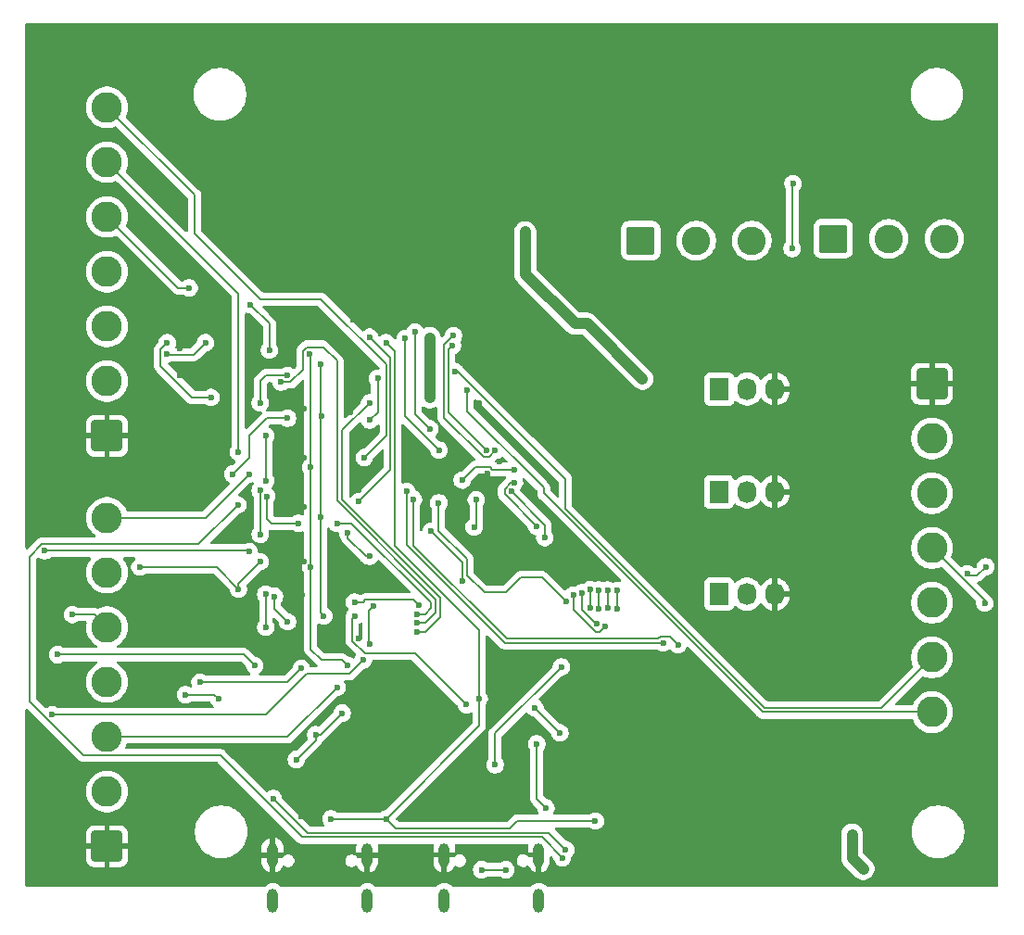
<source format=gbr>
%TF.GenerationSoftware,KiCad,Pcbnew,9.0.5*%
%TF.CreationDate,2025-12-07T11:51:17+11:00*%
%TF.ProjectId,inputSwitchboard,696e7075-7453-4776-9974-6368626f6172,rev?*%
%TF.SameCoordinates,Original*%
%TF.FileFunction,Copper,L2,Bot*%
%TF.FilePolarity,Positive*%
%FSLAX46Y46*%
G04 Gerber Fmt 4.6, Leading zero omitted, Abs format (unit mm)*
G04 Created by KiCad (PCBNEW 9.0.5) date 2025-12-07 11:51:17*
%MOMM*%
%LPD*%
G01*
G04 APERTURE LIST*
G04 Aperture macros list*
%AMRoundRect*
0 Rectangle with rounded corners*
0 $1 Rounding radius*
0 $2 $3 $4 $5 $6 $7 $8 $9 X,Y pos of 4 corners*
0 Add a 4 corners polygon primitive as box body*
4,1,4,$2,$3,$4,$5,$6,$7,$8,$9,$2,$3,0*
0 Add four circle primitives for the rounded corners*
1,1,$1+$1,$2,$3*
1,1,$1+$1,$4,$5*
1,1,$1+$1,$6,$7*
1,1,$1+$1,$8,$9*
0 Add four rect primitives between the rounded corners*
20,1,$1+$1,$2,$3,$4,$5,0*
20,1,$1+$1,$4,$5,$6,$7,0*
20,1,$1+$1,$6,$7,$8,$9,0*
20,1,$1+$1,$8,$9,$2,$3,0*%
G04 Aperture macros list end*
%TA.AperFunction,ComponentPad*%
%ADD10RoundRect,0.500000X-0.000010X-0.600000X0.000010X-0.600000X0.000010X0.600000X-0.000010X0.600000X0*%
%TD*%
%TA.AperFunction,ComponentPad*%
%ADD11R,1.730000X2.030000*%
%TD*%
%TA.AperFunction,ComponentPad*%
%ADD12O,1.730000X2.030000*%
%TD*%
%TA.AperFunction,ComponentPad*%
%ADD13RoundRect,0.250001X1.149999X-1.149999X1.149999X1.149999X-1.149999X1.149999X-1.149999X-1.149999X0*%
%TD*%
%TA.AperFunction,ComponentPad*%
%ADD14C,2.800000*%
%TD*%
%TA.AperFunction,ComponentPad*%
%ADD15RoundRect,0.250001X-1.149999X1.149999X-1.149999X-1.149999X1.149999X-1.149999X1.149999X1.149999X0*%
%TD*%
%TA.AperFunction,ComponentPad*%
%ADD16RoundRect,0.250000X-1.050000X-1.050000X1.050000X-1.050000X1.050000X1.050000X-1.050000X1.050000X0*%
%TD*%
%TA.AperFunction,ComponentPad*%
%ADD17C,2.600000*%
%TD*%
%TA.AperFunction,ViaPad*%
%ADD18C,0.600000*%
%TD*%
%TA.AperFunction,Conductor*%
%ADD19C,0.200000*%
%TD*%
%TA.AperFunction,Conductor*%
%ADD20C,1.000000*%
%TD*%
G04 APERTURE END LIST*
D10*
%TO.P,J1,Sh1*%
%TO.N,GND*%
X95310000Y-108795000D03*
%TO.N,N/C*%
X95310000Y-112975000D03*
%TO.N,GND*%
X103950000Y-108795000D03*
%TO.N,N/C*%
X103950000Y-112975000D03*
%TD*%
%TO.P,J2,Sh1*%
%TO.N,GND*%
X79625000Y-108800000D03*
%TO.N,N/C*%
X79625000Y-112980000D03*
%TO.N,GND*%
X88265000Y-108800000D03*
%TO.N,N/C*%
X88265000Y-112980000D03*
%TD*%
D11*
%TO.P,J12,1,Pin_1*%
%TO.N,Net-(J12-Pin_1)*%
X120424839Y-84970805D03*
D12*
%TO.P,J12,2,Pin_2*%
%TO.N,Net-(J12-Pin_2)*%
X122964839Y-84970805D03*
%TO.P,J12,3,Pin_3*%
%TO.N,GND*%
X125504839Y-84970805D03*
%TD*%
D13*
%TO.P,J6,1,Pin_1*%
%TO.N,GND*%
X64500000Y-70500000D03*
D14*
%TO.P,J6,2,Pin_2*%
%TO.N,CTRL-EXT-1-CLK*%
X64500000Y-65500000D03*
%TO.P,J6,3,Pin_3*%
%TO.N,CTRL-EXT-2-LATCH*%
X64500000Y-60500000D03*
%TO.P,J6,4,Pin_4*%
%TO.N,CTRL-EXT-3-D1*%
X64500000Y-55500000D03*
%TO.P,J6,5,Pin_5*%
%TO.N,CTRL-EXT-4-VCC*%
X64500000Y-50500000D03*
%TO.P,J6,6,Pin_6*%
%TO.N,CTRL-EXT-5-D3*%
X64500000Y-45500000D03*
%TO.P,J6,7,Pin_7*%
%TO.N,CTRL-EXT-6-D4*%
X64500000Y-40500000D03*
%TD*%
D11*
%TO.P,J11,1,Pin_1*%
%TO.N,unconnected-(J11-Pin_1-Pad1)*%
X120414839Y-75620824D03*
D12*
%TO.P,J11,2,Pin_2*%
%TO.N,RUN*%
X122954839Y-75620824D03*
%TO.P,J11,3,Pin_3*%
%TO.N,GND*%
X125494839Y-75620824D03*
%TD*%
D15*
%TO.P,J7,1,Pin_1*%
%TO.N,GND*%
X139872500Y-65750000D03*
D14*
%TO.P,J7,2,Pin_2*%
%TO.N,PROC-NES-1-CLK*%
X139872500Y-70750000D03*
%TO.P,J7,3,Pin_3*%
%TO.N,PROC-NES-2-LATCH*%
X139872500Y-75750000D03*
%TO.P,J7,4,Pin_4*%
%TO.N,PROC-NES-3-D1*%
X139872500Y-80750000D03*
%TO.P,J7,5,Pin_5*%
%TO.N,PROC-NES-4-VCC*%
X139872500Y-85750000D03*
%TO.P,J7,6,Pin_6*%
%TO.N,PROC-NES-5-D3*%
X139872500Y-90750000D03*
%TO.P,J7,7,Pin_7*%
%TO.N,PROC-NES-6-D4*%
X139872500Y-95750000D03*
%TD*%
D16*
%TO.P,J3,1,Pin_1*%
%TO.N,+3V3*%
X113255000Y-52672500D03*
D17*
%TO.P,J3,2,Pin_2*%
%TO.N,INPUT-SEL-NO*%
X118335000Y-52672500D03*
%TO.P,J3,3,Pin_3*%
%TO.N,INPUT-SEL-NC*%
X123415000Y-52672500D03*
%TD*%
D13*
%TO.P,J5,1,Pin_1*%
%TO.N,GND*%
X64500000Y-108000000D03*
D14*
%TO.P,J5,2,Pin_2*%
%TO.N,CTRL-INT-1-CLK*%
X64500000Y-103000000D03*
%TO.P,J5,3,Pin_3*%
%TO.N,CTRL-INT-2-LATCH*%
X64500000Y-98000000D03*
%TO.P,J5,4,Pin_4*%
%TO.N,CTRL-INT-3-D1*%
X64500000Y-93000000D03*
%TO.P,J5,5,Pin_5*%
%TO.N,CTRL-INT-4-VCC*%
X64500000Y-88000000D03*
%TO.P,J5,6,Pin_6*%
%TO.N,CTRL-INT-5-D3*%
X64500000Y-83000000D03*
%TO.P,J5,7,Pin_7*%
%TO.N,CTRL-INT-6-D4*%
X64500000Y-78000000D03*
%TD*%
D16*
%TO.P,J4,1,Pin_1*%
%TO.N,+3V3*%
X130840000Y-52500000D03*
D17*
%TO.P,J4,2,Pin_2*%
%TO.N,OUTPUT-SEL-NO*%
X135920000Y-52500000D03*
%TO.P,J4,3,Pin_3*%
%TO.N,OUTPUT-SEL-NC*%
X141000000Y-52500000D03*
%TD*%
D11*
%TO.P,J10,1,Pin_1*%
%TO.N,unconnected-(J10-Pin_1-Pad1)*%
X120450000Y-66225000D03*
D12*
%TO.P,J10,2,Pin_2*%
%TO.N,Net-(J10-Pin_2)*%
X122990000Y-66225000D03*
%TO.P,J10,3,Pin_3*%
%TO.N,GND*%
X125530000Y-66225000D03*
%TD*%
D18*
%TO.N,USBD+*%
X98725000Y-110150000D03*
X100950000Y-110150000D03*
%TO.N,+3V3*%
X99950000Y-100550000D03*
X106000000Y-91625000D03*
%TO.N,GND*%
X82350000Y-85075000D03*
%TO.N,+3V3*%
X81800000Y-100075000D03*
%TO.N,GND*%
X100300000Y-90150000D03*
X100300000Y-83950000D03*
X97155000Y-72975000D03*
%TO.N,Net-(J12-Pin_2)*%
X116667087Y-89577087D03*
%TO.N,RUN*%
X94810000Y-76640000D03*
%TO.N,Net-(J12-Pin_2)*%
X92490000Y-76300281D03*
%TO.N,Net-(J12-Pin_1)*%
X91890000Y-75580000D03*
X115310000Y-89430000D03*
%TO.N,Net-(U2-GPIO25)*%
X103580000Y-95354000D03*
%TO.N,+3V3*%
X102710000Y-51880000D03*
X107260000Y-60260000D03*
X113420000Y-65310000D03*
%TO.N,GND*%
X105418235Y-75191765D03*
X94140000Y-68460000D03*
X87020735Y-59869265D03*
X84670000Y-60260000D03*
%TO.N,+3V3*%
X133620000Y-110090000D03*
X132580000Y-106930000D03*
X127180000Y-47470000D03*
X127090000Y-53390000D03*
%TO.N,PROC-NES-4-VCC*%
X143090000Y-83118973D03*
X144770000Y-82480000D03*
X79330000Y-62690000D03*
X77590000Y-58500000D03*
%TO.N,PROC-NES-3-D1*%
X144691000Y-85800000D03*
X106110978Y-109062017D03*
X76450000Y-76825000D03*
%TO.N,PROC-NES-1-CLK*%
X106410000Y-108320000D03*
X79680000Y-103650000D03*
X74710000Y-94560000D03*
X71670000Y-94160000D03*
%TO.N,PROC-NES-2-LATCH*%
X104600000Y-104500000D03*
X103760000Y-98660000D03*
X97320000Y-95070000D03*
X87130000Y-86950000D03*
%TO.N,PROC-RP-2-LATCH*%
X87110000Y-85701000D03*
%TO.N,OUT-SEL*%
X84310000Y-86950000D03*
%TO.N,Net-(U3-D+)*%
X88813974Y-86100000D03*
%TO.N,GND*%
X72390000Y-88080000D03*
X72380000Y-84100000D03*
X86710000Y-68375000D03*
%TO.N,+3V3*%
X85980000Y-95840000D03*
X83570000Y-97800000D03*
%TO.N,GND*%
X91555000Y-93570000D03*
X92940000Y-57790000D03*
%TO.N,XOUT*%
X94010000Y-69880000D03*
X92640000Y-61020000D03*
%TO.N,GND*%
X91751885Y-54300045D03*
%TO.N,XIN*%
X94830000Y-71820000D03*
X91740000Y-61610000D03*
%TO.N,GND*%
X98610000Y-80130000D03*
%TO.N,+3V3*%
X98032000Y-78830000D03*
X98235000Y-76360000D03*
%TO.N,GND*%
X102650000Y-79240000D03*
%TO.N,Net-(U2-GPIO25)*%
X105876000Y-97650000D03*
%TO.N,+5V*%
X109120000Y-105700000D03*
%TO.N,GND*%
X109120000Y-107181000D03*
%TO.N,NAND-SS*%
X111150000Y-84625000D03*
X111146204Y-86309648D03*
%TO.N,NAND-SD1*%
X110238026Y-86250000D03*
X110223341Y-84599105D03*
%TO.N,NAND-SD2*%
X109423342Y-84601506D03*
X109424248Y-86284750D03*
%TO.N,NAND-SD3*%
X107109735Y-85050000D03*
X109985156Y-87924331D03*
%TO.N,NAND-SCLK*%
X109225000Y-87675000D03*
X107885894Y-84856148D03*
%TO.N,NAND-SD0*%
X108625000Y-84550000D03*
X108625000Y-86250000D03*
%TO.N,GND*%
X110350000Y-91825000D03*
X87500000Y-75500000D03*
X82500000Y-77000000D03*
X82486002Y-81988354D03*
X71107500Y-62500000D03*
X71107500Y-65000000D03*
X99235000Y-73975000D03*
X92500000Y-74000000D03*
X98500000Y-67500000D03*
X104000000Y-69500000D03*
X93821070Y-97000000D03*
X87500000Y-89000000D03*
X139625000Y-60225000D03*
X82500000Y-72500000D03*
X87000000Y-70500000D03*
X82350000Y-90650000D03*
X87500000Y-84500000D03*
X100355000Y-72855000D03*
X82250000Y-105250000D03*
X71107500Y-60000000D03*
X127325000Y-60375000D03*
X87000000Y-66000000D03*
X82500000Y-68000000D03*
%TO.N,+5V*%
X78500000Y-82000000D03*
X76000000Y-74000000D03*
X73000000Y-93000000D03*
X67500000Y-82500000D03*
X81000000Y-68900000D03*
X98500000Y-94500000D03*
X90000000Y-62000000D03*
X76500000Y-84500000D03*
X84950000Y-105500000D03*
X82250000Y-91750000D03*
X90000000Y-105500000D03*
%TO.N,+3V3*%
X94000000Y-67000000D03*
X94000000Y-61570000D03*
X96975000Y-83750000D03*
X94125000Y-79225000D03*
%TO.N,+1V1*%
X96950000Y-74550000D03*
X101750000Y-73575000D03*
%TO.N,OUTPUT-SEL-NC*%
X96138235Y-61338235D03*
X99973529Y-71875001D03*
%TO.N,OUTPUT-SEL-NO*%
X96050000Y-62275000D03*
X99150000Y-71850000D03*
%TO.N,CTRL-INT-6-D4*%
X77500000Y-74000000D03*
%TO.N,CTRL-INT-4-VCC*%
X61325735Y-86825735D03*
%TO.N,CTRL-INT-2-LATCH*%
X85500000Y-93500000D03*
%TO.N,CTRL-EXT-5-D3*%
X76500000Y-72000000D03*
%TO.N,CTRL-EXT-6-D4*%
X88000000Y-72500000D03*
%TO.N,CTRL-EXT-4-VCC*%
X72000000Y-57000000D03*
%TO.N,CTRL-EXT-1-CLK*%
X60000000Y-90500000D03*
X78000000Y-91500000D03*
%TO.N,CTRL-EXT-3-D1*%
X58799000Y-81000000D03*
X77500000Y-81100000D03*
%TO.N,CTRL-EXT-2-LATCH*%
X87900000Y-91000000D03*
X59500000Y-96000000D03*
%TO.N,PROC-NES-5-D3*%
X96301472Y-64650000D03*
%TO.N,PROC-NES-6-D4*%
X97425000Y-66350000D03*
X89225000Y-65250000D03*
X88501000Y-69075000D03*
%TO.N,RUN*%
X106450000Y-85650000D03*
%TO.N,Net-(U2-USB_DP)*%
X101721018Y-74775000D03*
X103738235Y-78761765D03*
%TO.N,Net-(U2-USB_DM)*%
X101425000Y-75600000D03*
X104500000Y-79800000D03*
%TO.N,IN-SEL*%
X83101000Y-73400000D03*
X83101000Y-82500000D03*
X86500000Y-91500000D03*
X83000000Y-63000000D03*
%TO.N,OUT-SEL*%
X84000000Y-77900000D03*
X84063000Y-68714470D03*
X84000000Y-64000000D03*
%TO.N,Net-(U3-D+)*%
X88500000Y-89500000D03*
%TO.N,Net-(U3-D-)*%
X79000000Y-85000000D03*
X79000000Y-88000000D03*
%TO.N,PROC-RP-1-CLK*%
X81000000Y-87500000D03*
X79800003Y-85175000D03*
%TO.N,PROC-RP-2-LATCH*%
X92999814Y-85996448D03*
%TO.N,Net-(U5-D-)*%
X78500000Y-79500000D03*
X78500000Y-75500000D03*
%TO.N,PROC-RP-3-D1*%
X85500000Y-78500000D03*
X92852206Y-86802458D03*
X79102064Y-76026806D03*
X82000000Y-78500000D03*
%TO.N,Net-(U7-D-)*%
X81000000Y-65000000D03*
X78500000Y-67500000D03*
%TO.N,PROC-RP-6-D4*%
X92852206Y-88402464D03*
X88500000Y-67500000D03*
%TO.N,PROC-RP-5-D3*%
X92852206Y-87602461D03*
X80400000Y-65600000D03*
%TO.N,RP-VCC-TOGGLE*%
X87500000Y-76500000D03*
X88500000Y-61500000D03*
%TO.N,NES-VCC-TOGGLE*%
X79000000Y-70500000D03*
X86500000Y-79400000D03*
X74000000Y-67000000D03*
X88500000Y-81500000D03*
X70000000Y-62000000D03*
X79000000Y-74600000D03*
%TO.N,Net-(U11-ISET)*%
X73500000Y-62000000D03*
X70000000Y-63000000D03*
%TD*%
D19*
%TO.N,USBD+*%
X98725000Y-110150000D02*
X100950000Y-110150000D01*
%TO.N,+3V3*%
X99950000Y-97675000D02*
X99950000Y-100550000D01*
X106000000Y-91625000D02*
X99950000Y-97675000D01*
X83570000Y-98305000D02*
X83570000Y-97800000D01*
X81800000Y-100075000D02*
X83570000Y-98305000D01*
%TO.N,Net-(J12-Pin_2)*%
X115919000Y-88829000D02*
X116667087Y-89577087D01*
X115061057Y-88829000D02*
X115919000Y-88829000D01*
X114861057Y-89029000D02*
X115061057Y-88829000D01*
X100996100Y-89029000D02*
X114861057Y-89029000D01*
%TO.N,NAND-SD3*%
X107109735Y-86409678D02*
X107109735Y-85050000D01*
X109150057Y-88450000D02*
X107109735Y-86409678D01*
X109459487Y-88450000D02*
X109150057Y-88450000D01*
X109985156Y-87924331D02*
X109459487Y-88450000D01*
%TO.N,Net-(J12-Pin_2)*%
X92490000Y-80522900D02*
X100996100Y-89029000D01*
X92490000Y-76300281D02*
X92490000Y-80522900D01*
%TO.N,Net-(J12-Pin_1)*%
X91890000Y-80490000D02*
X91890000Y-75580000D01*
X100830000Y-89430000D02*
X91890000Y-80490000D01*
X115310000Y-89430000D02*
X100830000Y-89430000D01*
%TO.N,RUN*%
X94800000Y-76630000D02*
X94810000Y-76640000D01*
X94800000Y-76625000D02*
X94800000Y-76630000D01*
D20*
%TO.N,+3V3*%
X102710000Y-55710000D02*
X102710000Y-51880000D01*
X107260000Y-60260000D02*
X102710000Y-55710000D01*
X108370000Y-60260000D02*
X107260000Y-60260000D01*
X113420000Y-65310000D02*
X108370000Y-60260000D01*
X132580000Y-109050000D02*
X133620000Y-110090000D01*
X132580000Y-106930000D02*
X132580000Y-109050000D01*
D19*
X127090000Y-53390000D02*
X127090000Y-47560000D01*
X127090000Y-47560000D02*
X127180000Y-47470000D01*
%TO.N,PROC-NES-4-VCC*%
X143118973Y-83118973D02*
X143090000Y-83118973D01*
X144000000Y-83250000D02*
X143250000Y-83250000D01*
X144770000Y-82480000D02*
X144000000Y-83250000D01*
X143250000Y-83250000D02*
X143118973Y-83118973D01*
X79330000Y-60240000D02*
X77590000Y-58500000D01*
X79330000Y-62690000D02*
X79330000Y-60240000D01*
%TO.N,PROC-NES-3-D1*%
X144691000Y-85800000D02*
X144691000Y-85568500D01*
X104229790Y-107180829D02*
X106110978Y-109062017D01*
X144691000Y-85568500D02*
X139872500Y-80750000D01*
X82310829Y-107180829D02*
X104229790Y-107180829D01*
X74831000Y-99701000D02*
X82310829Y-107180829D01*
X57399000Y-94748943D02*
X62351057Y-99701000D01*
X57399000Y-81550057D02*
X57399000Y-94748943D01*
X72876000Y-80399000D02*
X58550057Y-80399000D01*
X58550057Y-80399000D02*
X57399000Y-81550057D01*
X62351057Y-99701000D02*
X74831000Y-99701000D01*
X76450000Y-76825000D02*
X72876000Y-80399000D01*
%TO.N,PROC-NES-1-CLK*%
X104869829Y-106779829D02*
X106410000Y-108320000D01*
X79680000Y-103650000D02*
X82809829Y-106779829D01*
X74310000Y-94160000D02*
X74710000Y-94560000D01*
X71670000Y-94160000D02*
X74310000Y-94160000D01*
X82809829Y-106779829D02*
X104869829Y-106779829D01*
%TO.N,PROC-NES-2-LATCH*%
X103760000Y-98660000D02*
X103760000Y-103660000D01*
X92649000Y-90399000D02*
X97320000Y-95070000D01*
X88049057Y-90399000D02*
X92649000Y-90399000D01*
X86899000Y-89248943D02*
X88049057Y-90399000D01*
X87130000Y-86950000D02*
X86899000Y-87181000D01*
X86899000Y-87181000D02*
X86899000Y-89248943D01*
X103760000Y-103660000D02*
X104600000Y-104500000D01*
%TO.N,PROC-RP-2-LATCH*%
X87919000Y-85701000D02*
X88120000Y-85500000D01*
X87110000Y-85701000D02*
X87919000Y-85701000D01*
%TO.N,OUT-SEL*%
X84000000Y-86640000D02*
X84000000Y-64000000D01*
X84310000Y-86950000D02*
X84000000Y-86640000D01*
%TO.N,Net-(U3-D+)*%
X88813974Y-86100000D02*
X88456986Y-86456988D01*
X88456986Y-86456988D02*
X88456986Y-89456986D01*
%TO.N,+3V3*%
X84020000Y-97800000D02*
X83570000Y-97800000D01*
X85980000Y-95840000D02*
X84020000Y-97800000D01*
D20*
X94000000Y-61570000D02*
X94000000Y-67000000D01*
D19*
%TO.N,XOUT*%
X92640000Y-61020000D02*
X92640000Y-68510000D01*
X92640000Y-68510000D02*
X94010000Y-69880000D01*
%TO.N,XIN*%
X91740000Y-68730000D02*
X94830000Y-71820000D01*
X91740000Y-61610000D02*
X91740000Y-68730000D01*
%TO.N,+3V3*%
X98235000Y-78627000D02*
X98032000Y-78830000D01*
X98235000Y-76360000D02*
X98235000Y-78627000D01*
%TO.N,Net-(U2-GPIO25)*%
X105876000Y-97650000D02*
X103580000Y-95354000D01*
%TO.N,+5V*%
X101980000Y-105700000D02*
X101301171Y-106378829D01*
X109120000Y-105700000D02*
X101980000Y-105700000D01*
X101301171Y-106378829D02*
X90878829Y-106378829D01*
X90878829Y-106378829D02*
X90000000Y-105500000D01*
%TO.N,NAND-SS*%
X111146204Y-84628796D02*
X111150000Y-84625000D01*
X111146204Y-86309648D02*
X111146204Y-84628796D01*
%TO.N,NAND-SD1*%
X110223341Y-86235315D02*
X110238026Y-86250000D01*
X110223341Y-84599105D02*
X110223341Y-86235315D01*
%TO.N,NAND-SD2*%
X109424248Y-84602412D02*
X109423342Y-84601506D01*
X109424248Y-86284750D02*
X109424248Y-84602412D01*
%TO.N,NAND-SCLK*%
X107885894Y-86360837D02*
X109200057Y-87675000D01*
X107885894Y-84856148D02*
X107885894Y-86360837D01*
X109200057Y-87675000D02*
X109225000Y-87675000D01*
%TO.N,NAND-SD0*%
X108625000Y-86250000D02*
X108625000Y-84550000D01*
%TO.N,+5V*%
X90802000Y-62802000D02*
X90802000Y-80592771D01*
X81000000Y-68900000D02*
X79100000Y-68900000D01*
X78500000Y-82000000D02*
X76500000Y-84000000D01*
X98500000Y-94500000D02*
X98500000Y-97000000D01*
X77500000Y-72500000D02*
X77500000Y-70500000D01*
X90000000Y-105500000D02*
X84950000Y-105500000D01*
X76000000Y-74000000D02*
X77500000Y-72500000D01*
X90802000Y-80592771D02*
X98500000Y-88290771D01*
X81000000Y-93000000D02*
X82250000Y-91750000D01*
X77500000Y-70500000D02*
X79100000Y-68900000D01*
X90000000Y-62000000D02*
X90802000Y-62802000D01*
X98500000Y-88290771D02*
X98500000Y-94500000D01*
X67500000Y-82500000D02*
X74500000Y-82500000D01*
X90000000Y-105500000D02*
X98500000Y-97000000D01*
X73000000Y-93000000D02*
X81000000Y-93000000D01*
X76500000Y-84000000D02*
X76500000Y-84500000D01*
X74500000Y-82500000D02*
X76500000Y-84500000D01*
%TO.N,+3V3*%
X96975000Y-83750000D02*
X96975000Y-82075000D01*
X96975000Y-82075000D02*
X94125000Y-79225000D01*
%TO.N,+1V1*%
X99483943Y-73374000D02*
X99684943Y-73575000D01*
X98126000Y-73374000D02*
X99483943Y-73374000D01*
X96950000Y-74550000D02*
X98126000Y-73374000D01*
X99684943Y-73575000D02*
X101750000Y-73575000D01*
%TO.N,OUTPUT-SEL-NC*%
X99973529Y-71875001D02*
X99397530Y-72451000D01*
X98901057Y-72451000D02*
X95299472Y-68849415D01*
X95299472Y-62176998D02*
X96138235Y-61338235D01*
X95299472Y-68849415D02*
X95299472Y-62176998D01*
X99397530Y-72451000D02*
X98901057Y-72451000D01*
%TO.N,OUTPUT-SEL-NO*%
X95700472Y-68400472D02*
X99150000Y-71850000D01*
X96050000Y-62275000D02*
X95700472Y-62624528D01*
X95700472Y-62624528D02*
X95700472Y-68400472D01*
%TO.N,CTRL-INT-6-D4*%
X73500000Y-78000000D02*
X64500000Y-78000000D01*
X77500000Y-74000000D02*
X73500000Y-78000000D01*
%TO.N,CTRL-INT-4-VCC*%
X63325735Y-86825735D02*
X64500000Y-88000000D01*
X61325735Y-86825735D02*
X63325735Y-86825735D01*
%TO.N,CTRL-INT-2-LATCH*%
X64500000Y-98000000D02*
X81000000Y-98000000D01*
X81000000Y-98000000D02*
X85500000Y-93500000D01*
%TO.N,CTRL-EXT-5-D3*%
X76500000Y-57500000D02*
X64500000Y-45500000D01*
X76500000Y-72000000D02*
X76500000Y-57500000D01*
%TO.N,CTRL-EXT-6-D4*%
X90000000Y-64000000D02*
X84000000Y-58000000D01*
X78500000Y-58000000D02*
X72500000Y-52000000D01*
X72500000Y-48500000D02*
X64500000Y-40500000D01*
X84000000Y-58000000D02*
X78500000Y-58000000D01*
X90000000Y-70500000D02*
X90000000Y-64000000D01*
X88000000Y-72500000D02*
X90000000Y-70500000D01*
X72500000Y-52000000D02*
X72500000Y-48500000D01*
%TO.N,CTRL-EXT-4-VCC*%
X72000000Y-57000000D02*
X71000000Y-57000000D01*
X71000000Y-57000000D02*
X64500000Y-50500000D01*
%TO.N,CTRL-EXT-1-CLK*%
X77000000Y-90500000D02*
X78000000Y-91500000D01*
X60000000Y-90500000D02*
X77000000Y-90500000D01*
%TO.N,CTRL-EXT-3-D1*%
X58799000Y-81000000D02*
X77400000Y-81000000D01*
X77400000Y-81000000D02*
X77500000Y-81100000D01*
%TO.N,CTRL-EXT-2-LATCH*%
X79000000Y-96000000D02*
X82750000Y-92250000D01*
X59500000Y-96000000D02*
X79000000Y-96000000D01*
X86650000Y-92250000D02*
X82750000Y-92250000D01*
X87900000Y-91000000D02*
X86650000Y-92250000D01*
%TO.N,PROC-NES-5-D3*%
X106400000Y-77182843D02*
X106400000Y-74475057D01*
X106400000Y-77182843D02*
X124566157Y-95349000D01*
X124566157Y-95349000D02*
X135273500Y-95349000D01*
X106400000Y-74475057D02*
X96574943Y-64650000D01*
X139872500Y-90750000D02*
X135273500Y-95349000D01*
X96574943Y-64650000D02*
X96301472Y-64650000D01*
%TO.N,PROC-NES-6-D4*%
X97425000Y-66350000D02*
X97425000Y-68277057D01*
X104399000Y-75251057D02*
X104399000Y-75748943D01*
X124400057Y-95750000D02*
X139872500Y-95750000D01*
X97425000Y-68277057D02*
X104399000Y-75251057D01*
X104399000Y-75748943D02*
X124400057Y-95750000D01*
X89225000Y-68351000D02*
X89225000Y-65250000D01*
X88501000Y-69075000D02*
X89225000Y-68351000D01*
%TO.N,RUN*%
X102276000Y-83449000D02*
X100925000Y-84800000D01*
X97376000Y-83226000D02*
X97376000Y-81751000D01*
X104249000Y-83449000D02*
X102276000Y-83449000D01*
X94800000Y-79175000D02*
X97376000Y-81751000D01*
X100925000Y-84800000D02*
X99000000Y-84800000D01*
X106450000Y-85650000D02*
X104249000Y-83449000D01*
X98975000Y-84825000D02*
X97376000Y-83226000D01*
X94800000Y-79175000D02*
X94800000Y-76625000D01*
X99000000Y-84800000D02*
X98975000Y-84825000D01*
%TO.N,Net-(U2-USB_DP)*%
X100824000Y-75849000D02*
X103736765Y-78761765D01*
X100824000Y-75351057D02*
X100824000Y-75849000D01*
X103736765Y-78761765D02*
X103738235Y-78761765D01*
X101721018Y-74775000D02*
X101400057Y-74775000D01*
X101400057Y-74775000D02*
X100824000Y-75351057D01*
%TO.N,Net-(U2-USB_DM)*%
X101425000Y-75600000D02*
X104500000Y-78675000D01*
X104500000Y-78675000D02*
X104500000Y-79800000D01*
%TO.N,IN-SEL*%
X83101000Y-82500000D02*
X83101000Y-90000000D01*
X83101000Y-63101000D02*
X83101000Y-82500000D01*
X86500000Y-91500000D02*
X86000000Y-91000000D01*
X83000000Y-63000000D02*
X83101000Y-63101000D01*
X86000000Y-91000000D02*
X84101000Y-91000000D01*
X84101000Y-91000000D02*
X83101000Y-90000000D01*
%TO.N,Net-(U3-D+)*%
X88456986Y-89456986D02*
X88500000Y-89500000D01*
%TO.N,Net-(U3-D-)*%
X79000000Y-85000000D02*
X79000000Y-88000000D01*
%TO.N,PROC-RP-1-CLK*%
X79800003Y-86300003D02*
X81000000Y-87500000D01*
X79800003Y-85175000D02*
X79800003Y-86300003D01*
%TO.N,PROC-RP-2-LATCH*%
X88120000Y-85500000D02*
X92503366Y-85500000D01*
X92503366Y-85500000D02*
X92999814Y-85996448D01*
%TO.N,Net-(U5-D-)*%
X78500000Y-75500000D02*
X78500000Y-79500000D01*
%TO.N,PROC-RP-3-D1*%
X79500000Y-78500000D02*
X82000000Y-78500000D01*
X79102064Y-78102064D02*
X79500000Y-78500000D01*
X94101000Y-85751057D02*
X86849943Y-78500000D01*
X94101000Y-86248943D02*
X94101000Y-85751057D01*
X92854661Y-86800003D02*
X92852206Y-86802458D01*
X93549940Y-86800003D02*
X92854661Y-86800003D01*
X93549940Y-86800003D02*
X94101000Y-86248943D01*
X86849943Y-78500000D02*
X85500000Y-78500000D01*
X79102064Y-76026806D02*
X79102064Y-78102064D01*
%TO.N,Net-(U7-D-)*%
X78500000Y-67500000D02*
X78500000Y-65500000D01*
X78500000Y-65500000D02*
X79000000Y-65000000D01*
X79000000Y-65000000D02*
X81000000Y-65000000D01*
%TO.N,PROC-RP-6-D4*%
X93549940Y-88400009D02*
X94903000Y-87046949D01*
X93549940Y-88400009D02*
X92854661Y-88400009D01*
X94903000Y-85260871D02*
X86000000Y-76357871D01*
X92854661Y-88400009D02*
X92852206Y-88402464D01*
X86000000Y-70000000D02*
X88500000Y-67500000D01*
X86000000Y-76357871D02*
X86000000Y-70000000D01*
X94903000Y-87046949D02*
X94903000Y-85260871D01*
%TO.N,PROC-RP-5-D3*%
X94502000Y-85426971D02*
X94502000Y-86647946D01*
X93549940Y-87600006D02*
X92854661Y-87600006D01*
X92854661Y-87600006D02*
X92852206Y-87602461D01*
X82751057Y-62399000D02*
X84248943Y-62399000D01*
X81249943Y-65600000D02*
X82399000Y-64450943D01*
X80400000Y-65600000D02*
X81249943Y-65600000D01*
X94502000Y-86647946D02*
X93549940Y-87600006D01*
X82399000Y-62751057D02*
X82751057Y-62399000D01*
X82399000Y-64450943D02*
X82399000Y-62751057D01*
X85500000Y-63650057D02*
X85500000Y-76424971D01*
X84248943Y-62399000D02*
X85500000Y-63650057D01*
X85500000Y-76424971D02*
X94502000Y-85426971D01*
%TO.N,RP-VCC-TOGGLE*%
X87500000Y-76500000D02*
X90401000Y-73599000D01*
X90401000Y-73599000D02*
X90401000Y-63401000D01*
X90401000Y-63401000D02*
X88500000Y-61500000D01*
%TO.N,NES-VCC-TOGGLE*%
X88150057Y-81500000D02*
X88500000Y-81500000D01*
X86500000Y-79849943D02*
X88150057Y-81500000D01*
X72257557Y-67000000D02*
X74000000Y-67000000D01*
X79000000Y-74600000D02*
X79000000Y-70500000D01*
X86500000Y-79400000D02*
X86500000Y-79849943D01*
X70000000Y-62000000D02*
X69399000Y-62601000D01*
X69399000Y-64141443D02*
X72257557Y-67000000D01*
X69399000Y-62601000D02*
X69399000Y-64141443D01*
%TO.N,Net-(U11-ISET)*%
X72399000Y-63101000D02*
X73500000Y-62000000D01*
X70000000Y-63000000D02*
X70101000Y-63101000D01*
X70101000Y-63101000D02*
X72399000Y-63101000D01*
%TD*%
%TA.AperFunction,Conductor*%
%TO.N,GND*%
G36*
X145892539Y-32820185D02*
G01*
X145938294Y-32872989D01*
X145949500Y-32924500D01*
X145949500Y-111575500D01*
X145929815Y-111642539D01*
X145877011Y-111688294D01*
X145825500Y-111699500D01*
X104748081Y-111699500D01*
X104681042Y-111679815D01*
X104666074Y-111667753D01*
X104665983Y-111667865D01*
X104503409Y-111535304D01*
X104503410Y-111535304D01*
X104503407Y-111535302D01*
X104323049Y-111441091D01*
X104323048Y-111441090D01*
X104323045Y-111441089D01*
X104205829Y-111407550D01*
X104127418Y-111385114D01*
X104127415Y-111385113D01*
X104127413Y-111385113D01*
X104064286Y-111379501D01*
X104008037Y-111374500D01*
X104008031Y-111374500D01*
X103891972Y-111374500D01*
X103891964Y-111374501D01*
X103772584Y-111385113D01*
X103576954Y-111441089D01*
X103486772Y-111488196D01*
X103396593Y-111535302D01*
X103396591Y-111535303D01*
X103396590Y-111535304D01*
X103234017Y-111667865D01*
X103233094Y-111666733D01*
X103178277Y-111696666D01*
X103151919Y-111699500D01*
X96108081Y-111699500D01*
X96041042Y-111679815D01*
X96026074Y-111667753D01*
X96025983Y-111667865D01*
X95863409Y-111535304D01*
X95863410Y-111535304D01*
X95863407Y-111535302D01*
X95683049Y-111441091D01*
X95683048Y-111441090D01*
X95683045Y-111441089D01*
X95565829Y-111407550D01*
X95487418Y-111385114D01*
X95487415Y-111385113D01*
X95487413Y-111385113D01*
X95424286Y-111379501D01*
X95368037Y-111374500D01*
X95368031Y-111374500D01*
X95251972Y-111374500D01*
X95251964Y-111374501D01*
X95132584Y-111385113D01*
X94936954Y-111441089D01*
X94846772Y-111488196D01*
X94756593Y-111535302D01*
X94756591Y-111535303D01*
X94756590Y-111535304D01*
X94594017Y-111667865D01*
X94593094Y-111666733D01*
X94538277Y-111696666D01*
X94511919Y-111699500D01*
X89057795Y-111699500D01*
X88990756Y-111679815D01*
X88979434Y-111671602D01*
X88818409Y-111540304D01*
X88818410Y-111540304D01*
X88818407Y-111540302D01*
X88638049Y-111446091D01*
X88638048Y-111446090D01*
X88638045Y-111446089D01*
X88520829Y-111412550D01*
X88442418Y-111390114D01*
X88442415Y-111390113D01*
X88442413Y-111390113D01*
X88381515Y-111384699D01*
X88323037Y-111379500D01*
X88323031Y-111379500D01*
X88206972Y-111379500D01*
X88206964Y-111379501D01*
X88087584Y-111390113D01*
X87891954Y-111446089D01*
X87801772Y-111493196D01*
X87711593Y-111540302D01*
X87711591Y-111540303D01*
X87711590Y-111540304D01*
X87550566Y-111671602D01*
X87486169Y-111698711D01*
X87472205Y-111699500D01*
X80417795Y-111699500D01*
X80350756Y-111679815D01*
X80339434Y-111671602D01*
X80178409Y-111540304D01*
X80178410Y-111540304D01*
X80178407Y-111540302D01*
X79998049Y-111446091D01*
X79998048Y-111446090D01*
X79998045Y-111446089D01*
X79880829Y-111412550D01*
X79802418Y-111390114D01*
X79802415Y-111390113D01*
X79802413Y-111390113D01*
X79741515Y-111384699D01*
X79683037Y-111379500D01*
X79683031Y-111379500D01*
X79566972Y-111379500D01*
X79566964Y-111379501D01*
X79447584Y-111390113D01*
X79251954Y-111446089D01*
X79161772Y-111493196D01*
X79071593Y-111540302D01*
X79071591Y-111540303D01*
X79071590Y-111540304D01*
X78910566Y-111671602D01*
X78846169Y-111698711D01*
X78832205Y-111699500D01*
X57174500Y-111699500D01*
X57107461Y-111679815D01*
X57061706Y-111627011D01*
X57050500Y-111575500D01*
X57050500Y-106800014D01*
X62600000Y-106800014D01*
X62600000Y-107750000D01*
X63899999Y-107750000D01*
X63874979Y-107810402D01*
X63850000Y-107935981D01*
X63850000Y-108064019D01*
X63874979Y-108189598D01*
X63899999Y-108250000D01*
X62600000Y-108250000D01*
X62600000Y-109199985D01*
X62610493Y-109302689D01*
X62610494Y-109302696D01*
X62665641Y-109469118D01*
X62665643Y-109469123D01*
X62757684Y-109618344D01*
X62881655Y-109742315D01*
X63030876Y-109834356D01*
X63030881Y-109834358D01*
X63197303Y-109889505D01*
X63197310Y-109889506D01*
X63300014Y-109899999D01*
X63300027Y-109900000D01*
X64250000Y-109900000D01*
X64250000Y-108600001D01*
X64310402Y-108625021D01*
X64435981Y-108650000D01*
X64564019Y-108650000D01*
X64689598Y-108625021D01*
X64750000Y-108600001D01*
X64750000Y-109900000D01*
X65699973Y-109900000D01*
X65699985Y-109899999D01*
X65802689Y-109889506D01*
X65802696Y-109889505D01*
X65969118Y-109834358D01*
X65969123Y-109834356D01*
X66118344Y-109742315D01*
X66242315Y-109618344D01*
X66334356Y-109469123D01*
X66334358Y-109469118D01*
X66389505Y-109302696D01*
X66389506Y-109302689D01*
X66399999Y-109199985D01*
X66400000Y-109199972D01*
X66400000Y-108250000D01*
X65100001Y-108250000D01*
X65125021Y-108189598D01*
X65150000Y-108064019D01*
X65150000Y-107935981D01*
X65125021Y-107810402D01*
X65100001Y-107750000D01*
X66400000Y-107750000D01*
X66400000Y-106800027D01*
X66399999Y-106800014D01*
X66389506Y-106697310D01*
X66389505Y-106697303D01*
X66350872Y-106580716D01*
X66339098Y-106545186D01*
X72529500Y-106545186D01*
X72529500Y-106814813D01*
X72559686Y-107082719D01*
X72559688Y-107082731D01*
X72619684Y-107345594D01*
X72619687Y-107345602D01*
X72708734Y-107600082D01*
X72825714Y-107842994D01*
X72825716Y-107842997D01*
X72969162Y-108071289D01*
X73137266Y-108282085D01*
X73327915Y-108472734D01*
X73538711Y-108640838D01*
X73767003Y-108784284D01*
X74009921Y-108901267D01*
X74183358Y-108961955D01*
X74264397Y-108990312D01*
X74264405Y-108990315D01*
X74264408Y-108990315D01*
X74264409Y-108990316D01*
X74527268Y-109050312D01*
X74795187Y-109080499D01*
X74795188Y-109080500D01*
X74795191Y-109080500D01*
X75064812Y-109080500D01*
X75064812Y-109080499D01*
X75332732Y-109050312D01*
X75595591Y-108990316D01*
X75850079Y-108901267D01*
X75850087Y-108901263D01*
X75850090Y-108901262D01*
X75879874Y-108886919D01*
X75879876Y-108886918D01*
X75997460Y-108830292D01*
X76092997Y-108784284D01*
X76321289Y-108640838D01*
X76532085Y-108472734D01*
X76722734Y-108282085D01*
X76834449Y-108141999D01*
X78625000Y-108141999D01*
X78625000Y-108550000D01*
X79325000Y-108550000D01*
X79325000Y-109050000D01*
X78625000Y-109050000D01*
X78625000Y-109458000D01*
X78635608Y-109577325D01*
X78635609Y-109577328D01*
X78691557Y-109772861D01*
X78785721Y-109953129D01*
X78914246Y-110110753D01*
X79071870Y-110239278D01*
X79252139Y-110333442D01*
X79374999Y-110368596D01*
X79375000Y-110368596D01*
X79375000Y-109516988D01*
X79384940Y-109534205D01*
X79440795Y-109590060D01*
X79509204Y-109629556D01*
X79585504Y-109650000D01*
X79664496Y-109650000D01*
X79740796Y-109629556D01*
X79809205Y-109590060D01*
X79865060Y-109534205D01*
X79875000Y-109516988D01*
X79875000Y-110368596D01*
X79997860Y-110333442D01*
X80178129Y-110239278D01*
X80335753Y-110110753D01*
X80464278Y-109953129D01*
X80522330Y-109841994D01*
X80570816Y-109791687D01*
X80638804Y-109775579D01*
X80694236Y-109792016D01*
X80772139Y-109836994D01*
X80822861Y-109866279D01*
X80822865Y-109866281D01*
X80969234Y-109905500D01*
X80969236Y-109905500D01*
X81120764Y-109905500D01*
X81120766Y-109905500D01*
X81267135Y-109866281D01*
X81398365Y-109790515D01*
X81505515Y-109683365D01*
X81581281Y-109552135D01*
X81620500Y-109405766D01*
X81620500Y-109254234D01*
X81581281Y-109107865D01*
X81505515Y-108976635D01*
X81398365Y-108869485D01*
X81303449Y-108814685D01*
X81267136Y-108793719D01*
X81193950Y-108774109D01*
X81120766Y-108754500D01*
X80969234Y-108754500D01*
X80822863Y-108793719D01*
X80691635Y-108869485D01*
X80691632Y-108869487D01*
X80584486Y-108976633D01*
X80584482Y-108976638D01*
X80577923Y-108988000D01*
X80527356Y-109036216D01*
X80470536Y-109050000D01*
X79925000Y-109050000D01*
X79925000Y-108550000D01*
X80625000Y-108550000D01*
X80625000Y-108142002D01*
X80624999Y-108141999D01*
X80614391Y-108022674D01*
X80614390Y-108022671D01*
X80558442Y-107827138D01*
X80464278Y-107646870D01*
X80335753Y-107489246D01*
X80178129Y-107360721D01*
X79997862Y-107266557D01*
X79875000Y-107231402D01*
X79875000Y-108083011D01*
X79865060Y-108065795D01*
X79809205Y-108009940D01*
X79740796Y-107970444D01*
X79664496Y-107950000D01*
X79585504Y-107950000D01*
X79509204Y-107970444D01*
X79440795Y-108009940D01*
X79384940Y-108065795D01*
X79375000Y-108083011D01*
X79375000Y-107231402D01*
X79252137Y-107266557D01*
X79071870Y-107360721D01*
X78914246Y-107489246D01*
X78785721Y-107646870D01*
X78691557Y-107827138D01*
X78635609Y-108022671D01*
X78635608Y-108022674D01*
X78625000Y-108141999D01*
X76834449Y-108141999D01*
X76890838Y-108071289D01*
X77034284Y-107842997D01*
X77151267Y-107600079D01*
X77240316Y-107345591D01*
X77300312Y-107082732D01*
X77330500Y-106814809D01*
X77330500Y-106545191D01*
X77300312Y-106277268D01*
X77240316Y-106014409D01*
X77238874Y-106010289D01*
X77192997Y-105879179D01*
X77151267Y-105759921D01*
X77034284Y-105517003D01*
X76890838Y-105288711D01*
X76722734Y-105077915D01*
X76532085Y-104887266D01*
X76521935Y-104879172D01*
X76427047Y-104803501D01*
X76321289Y-104719162D01*
X76105543Y-104583599D01*
X76092994Y-104575714D01*
X75850082Y-104458734D01*
X75595602Y-104369687D01*
X75595594Y-104369684D01*
X75398446Y-104324687D01*
X75332732Y-104309688D01*
X75332728Y-104309687D01*
X75332719Y-104309686D01*
X75064813Y-104279500D01*
X75064809Y-104279500D01*
X74795191Y-104279500D01*
X74795186Y-104279500D01*
X74527280Y-104309686D01*
X74527268Y-104309688D01*
X74264405Y-104369684D01*
X74264397Y-104369687D01*
X74009917Y-104458734D01*
X73767005Y-104575714D01*
X73538712Y-104719161D01*
X73327915Y-104887265D01*
X73137265Y-105077915D01*
X72969161Y-105288712D01*
X72825714Y-105517005D01*
X72708734Y-105759917D01*
X72619687Y-106014397D01*
X72619684Y-106014405D01*
X72559688Y-106277268D01*
X72559686Y-106277280D01*
X72529500Y-106545186D01*
X66339098Y-106545186D01*
X66334358Y-106530881D01*
X66334356Y-106530876D01*
X66242315Y-106381655D01*
X66118344Y-106257684D01*
X65969123Y-106165643D01*
X65969118Y-106165641D01*
X65802696Y-106110494D01*
X65802689Y-106110493D01*
X65699985Y-106100000D01*
X64750000Y-106100000D01*
X64750000Y-107399998D01*
X64689598Y-107374979D01*
X64564019Y-107350000D01*
X64435981Y-107350000D01*
X64310402Y-107374979D01*
X64250000Y-107399998D01*
X64250000Y-106100000D01*
X63300014Y-106100000D01*
X63197310Y-106110493D01*
X63197303Y-106110494D01*
X63030881Y-106165641D01*
X63030876Y-106165643D01*
X62881655Y-106257684D01*
X62757684Y-106381655D01*
X62665643Y-106530876D01*
X62665641Y-106530881D01*
X62610494Y-106697303D01*
X62610493Y-106697310D01*
X62600000Y-106800014D01*
X57050500Y-106800014D01*
X57050500Y-102875441D01*
X62599500Y-102875441D01*
X62599500Y-103124558D01*
X62599501Y-103124575D01*
X62632017Y-103371561D01*
X62696498Y-103612207D01*
X62791830Y-103842361D01*
X62791837Y-103842376D01*
X62916400Y-104058126D01*
X63068060Y-104255774D01*
X63068066Y-104255781D01*
X63244218Y-104431933D01*
X63244225Y-104431939D01*
X63441873Y-104583599D01*
X63657623Y-104708162D01*
X63657638Y-104708169D01*
X63756825Y-104749253D01*
X63887793Y-104803502D01*
X64128435Y-104867982D01*
X64375435Y-104900500D01*
X64375442Y-104900500D01*
X64624558Y-104900500D01*
X64624565Y-104900500D01*
X64871565Y-104867982D01*
X65112207Y-104803502D01*
X65342373Y-104708164D01*
X65558127Y-104583599D01*
X65755776Y-104431938D01*
X65931938Y-104255776D01*
X66083599Y-104058127D01*
X66208164Y-103842373D01*
X66303502Y-103612207D01*
X66367982Y-103371565D01*
X66400500Y-103124565D01*
X66400500Y-102875435D01*
X66367982Y-102628435D01*
X66303502Y-102387793D01*
X66208164Y-102157627D01*
X66083599Y-101941873D01*
X65931938Y-101744224D01*
X65931933Y-101744218D01*
X65755781Y-101568066D01*
X65755774Y-101568060D01*
X65558126Y-101416400D01*
X65342376Y-101291837D01*
X65342361Y-101291830D01*
X65112207Y-101196498D01*
X64871561Y-101132017D01*
X64624575Y-101099501D01*
X64624570Y-101099500D01*
X64624565Y-101099500D01*
X64375435Y-101099500D01*
X64375429Y-101099500D01*
X64375424Y-101099501D01*
X64128438Y-101132017D01*
X63887792Y-101196498D01*
X63657638Y-101291830D01*
X63657623Y-101291837D01*
X63441873Y-101416400D01*
X63244225Y-101568060D01*
X63244218Y-101568066D01*
X63068066Y-101744218D01*
X63068060Y-101744225D01*
X62916400Y-101941873D01*
X62791837Y-102157623D01*
X62791830Y-102157638D01*
X62696498Y-102387792D01*
X62632017Y-102628438D01*
X62599501Y-102875424D01*
X62599500Y-102875441D01*
X57050500Y-102875441D01*
X57050500Y-95549040D01*
X57070185Y-95482001D01*
X57122989Y-95436246D01*
X57192147Y-95426302D01*
X57255703Y-95455327D01*
X57262181Y-95461359D01*
X61866196Y-100065374D01*
X61866206Y-100065385D01*
X61870536Y-100069715D01*
X61870537Y-100069716D01*
X61982341Y-100181520D01*
X62069152Y-100231639D01*
X62069154Y-100231641D01*
X62107208Y-100253611D01*
X62119272Y-100260577D01*
X62272000Y-100301500D01*
X74530903Y-100301500D01*
X74597942Y-100321185D01*
X74618583Y-100337818D01*
X81942113Y-107661349D01*
X81942115Y-107661350D01*
X81942119Y-107661353D01*
X82079038Y-107740402D01*
X82079045Y-107740406D01*
X82231772Y-107781330D01*
X82231774Y-107781330D01*
X82397483Y-107781330D01*
X82397499Y-107781329D01*
X87180208Y-107781329D01*
X87247247Y-107801014D01*
X87293002Y-107853818D01*
X87302946Y-107922976D01*
X87299424Y-107939440D01*
X87275609Y-108022670D01*
X87275608Y-108022674D01*
X87265000Y-108141999D01*
X87265000Y-108550000D01*
X87965000Y-108550000D01*
X87965000Y-109050000D01*
X87419464Y-109050000D01*
X87352425Y-109030315D01*
X87312077Y-108988000D01*
X87305517Y-108976638D01*
X87305513Y-108976633D01*
X87198367Y-108869487D01*
X87198365Y-108869485D01*
X87103449Y-108814685D01*
X87067136Y-108793719D01*
X86993950Y-108774109D01*
X86920766Y-108754500D01*
X86769234Y-108754500D01*
X86622863Y-108793719D01*
X86491635Y-108869485D01*
X86491632Y-108869487D01*
X86384487Y-108976632D01*
X86384485Y-108976635D01*
X86308719Y-109107863D01*
X86299877Y-109140863D01*
X86269500Y-109254234D01*
X86269500Y-109405766D01*
X86278993Y-109441196D01*
X86308719Y-109552136D01*
X86323264Y-109577328D01*
X86384485Y-109683365D01*
X86491635Y-109790515D01*
X86572139Y-109836994D01*
X86622861Y-109866279D01*
X86622865Y-109866281D01*
X86769234Y-109905500D01*
X86769236Y-109905500D01*
X86920764Y-109905500D01*
X86920766Y-109905500D01*
X87067135Y-109866281D01*
X87195760Y-109792018D01*
X87263659Y-109775545D01*
X87329686Y-109798397D01*
X87367669Y-109841994D01*
X87425721Y-109953129D01*
X87554246Y-110110753D01*
X87711870Y-110239278D01*
X87892139Y-110333442D01*
X88014999Y-110368596D01*
X88015000Y-110368596D01*
X88015000Y-109516988D01*
X88024940Y-109534205D01*
X88080795Y-109590060D01*
X88149204Y-109629556D01*
X88225504Y-109650000D01*
X88304496Y-109650000D01*
X88380796Y-109629556D01*
X88449205Y-109590060D01*
X88505060Y-109534205D01*
X88515000Y-109516988D01*
X88515000Y-110368596D01*
X88637860Y-110333442D01*
X88818129Y-110239278D01*
X88975753Y-110110753D01*
X89104278Y-109953129D01*
X89198442Y-109772861D01*
X89254390Y-109577328D01*
X89254391Y-109577325D01*
X89264999Y-109458000D01*
X89265000Y-109457998D01*
X89265000Y-109050000D01*
X88565000Y-109050000D01*
X88565000Y-108550000D01*
X89265000Y-108550000D01*
X89265000Y-108142002D01*
X89264999Y-108141999D01*
X89254391Y-108022674D01*
X89254390Y-108022670D01*
X89230576Y-107939440D01*
X89231059Y-107869572D01*
X89269239Y-107811057D01*
X89332994Y-107782472D01*
X89349792Y-107781329D01*
X94223778Y-107781329D01*
X94290817Y-107801014D01*
X94336572Y-107853818D01*
X94346516Y-107922976D01*
X94342994Y-107939441D01*
X94320608Y-108017674D01*
X94310000Y-108136999D01*
X94310000Y-108545000D01*
X95010000Y-108545000D01*
X95010000Y-109045000D01*
X94310000Y-109045000D01*
X94310000Y-109453000D01*
X94320608Y-109572325D01*
X94320609Y-109572328D01*
X94376557Y-109767861D01*
X94470721Y-109948129D01*
X94599246Y-110105753D01*
X94756870Y-110234278D01*
X94937139Y-110328442D01*
X95059999Y-110363596D01*
X95060000Y-110363596D01*
X95060000Y-109511988D01*
X95069940Y-109529205D01*
X95125795Y-109585060D01*
X95194204Y-109624556D01*
X95270504Y-109645000D01*
X95349496Y-109645000D01*
X95425796Y-109624556D01*
X95494205Y-109585060D01*
X95550060Y-109529205D01*
X95560000Y-109511988D01*
X95560000Y-110363596D01*
X95682860Y-110328442D01*
X95863129Y-110234278D01*
X96020753Y-110105753D01*
X96048966Y-110071153D01*
X97924500Y-110071153D01*
X97924500Y-110228846D01*
X97955261Y-110383489D01*
X97955264Y-110383501D01*
X98015602Y-110529172D01*
X98015609Y-110529185D01*
X98103210Y-110660288D01*
X98103213Y-110660292D01*
X98214707Y-110771786D01*
X98214711Y-110771789D01*
X98345814Y-110859390D01*
X98345827Y-110859397D01*
X98491498Y-110919735D01*
X98491503Y-110919737D01*
X98646153Y-110950499D01*
X98646156Y-110950500D01*
X98646158Y-110950500D01*
X98803844Y-110950500D01*
X98803845Y-110950499D01*
X98958497Y-110919737D01*
X99104179Y-110859394D01*
X99104185Y-110859390D01*
X99235875Y-110771398D01*
X99302553Y-110750520D01*
X99304766Y-110750500D01*
X100370234Y-110750500D01*
X100437273Y-110770185D01*
X100439125Y-110771398D01*
X100570814Y-110859390D01*
X100570827Y-110859397D01*
X100716498Y-110919735D01*
X100716503Y-110919737D01*
X100871153Y-110950499D01*
X100871156Y-110950500D01*
X100871158Y-110950500D01*
X101028844Y-110950500D01*
X101028845Y-110950499D01*
X101183497Y-110919737D01*
X101329179Y-110859394D01*
X101460289Y-110771789D01*
X101571789Y-110660289D01*
X101659394Y-110529179D01*
X101719737Y-110383497D01*
X101750500Y-110228842D01*
X101750500Y-110071158D01*
X101750500Y-110071155D01*
X101750499Y-110071153D01*
X101719738Y-109916510D01*
X101719737Y-109916503D01*
X101719735Y-109916498D01*
X101659397Y-109770827D01*
X101659390Y-109770814D01*
X101571789Y-109639711D01*
X101571786Y-109639707D01*
X101460292Y-109528213D01*
X101460288Y-109528210D01*
X101329185Y-109440609D01*
X101329172Y-109440602D01*
X101183501Y-109380264D01*
X101183489Y-109380261D01*
X101095326Y-109362724D01*
X101095325Y-109362724D01*
X101028844Y-109349500D01*
X101028842Y-109349500D01*
X100871158Y-109349500D01*
X100871155Y-109349500D01*
X100716510Y-109380261D01*
X100716498Y-109380264D01*
X100570827Y-109440602D01*
X100570814Y-109440609D01*
X100439125Y-109528602D01*
X100372447Y-109549480D01*
X100370234Y-109549500D01*
X99304766Y-109549500D01*
X99237727Y-109529815D01*
X99235875Y-109528602D01*
X99104185Y-109440609D01*
X99104172Y-109440602D01*
X98958501Y-109380264D01*
X98958489Y-109380261D01*
X98803845Y-109349500D01*
X98803842Y-109349500D01*
X98646158Y-109349500D01*
X98646155Y-109349500D01*
X98491510Y-109380261D01*
X98491498Y-109380264D01*
X98345827Y-109440602D01*
X98345814Y-109440609D01*
X98214711Y-109528210D01*
X98214707Y-109528213D01*
X98103213Y-109639707D01*
X98103210Y-109639711D01*
X98015609Y-109770814D01*
X98015602Y-109770827D01*
X97955264Y-109916498D01*
X97955261Y-109916510D01*
X97924500Y-110071153D01*
X96048966Y-110071153D01*
X96112345Y-109993425D01*
X96211162Y-109830190D01*
X96234169Y-109809146D01*
X96255816Y-109786687D01*
X96259742Y-109785756D01*
X96262719Y-109783034D01*
X96293457Y-109777768D01*
X96323804Y-109770579D01*
X96328061Y-109771841D01*
X96331585Y-109771238D01*
X96344455Y-109776702D01*
X96379236Y-109787016D01*
X96465799Y-109836994D01*
X96507861Y-109861279D01*
X96507865Y-109861281D01*
X96654234Y-109900500D01*
X96654236Y-109900500D01*
X96805764Y-109900500D01*
X96805766Y-109900500D01*
X96952135Y-109861281D01*
X97083365Y-109785515D01*
X97190515Y-109678365D01*
X97266281Y-109547135D01*
X97305500Y-109400766D01*
X97305500Y-109249234D01*
X97266281Y-109102865D01*
X97190515Y-108971635D01*
X97083365Y-108864485D01*
X97017750Y-108826602D01*
X96952136Y-108788719D01*
X96824426Y-108754500D01*
X96805766Y-108749500D01*
X96654234Y-108749500D01*
X96507863Y-108788719D01*
X96376635Y-108864485D01*
X96376632Y-108864487D01*
X96269486Y-108971633D01*
X96269482Y-108971638D01*
X96262923Y-108983000D01*
X96212356Y-109031216D01*
X96155536Y-109045000D01*
X95610000Y-109045000D01*
X95610000Y-108545000D01*
X96310000Y-108545000D01*
X96310000Y-108137002D01*
X96309999Y-108136999D01*
X96299391Y-108017674D01*
X96277006Y-107939441D01*
X96277489Y-107869573D01*
X96315669Y-107811057D01*
X96379423Y-107782472D01*
X96396222Y-107781329D01*
X102863778Y-107781329D01*
X102930817Y-107801014D01*
X102976572Y-107853818D01*
X102986516Y-107922976D01*
X102982994Y-107939441D01*
X102960608Y-108017674D01*
X102950000Y-108136999D01*
X102950000Y-108545000D01*
X103650000Y-108545000D01*
X103650000Y-109045000D01*
X103104464Y-109045000D01*
X103037425Y-109025315D01*
X102997077Y-108983000D01*
X102990517Y-108971638D01*
X102990513Y-108971633D01*
X102883367Y-108864487D01*
X102883365Y-108864485D01*
X102817750Y-108826602D01*
X102752136Y-108788719D01*
X102624426Y-108754500D01*
X102605766Y-108749500D01*
X102454234Y-108749500D01*
X102307863Y-108788719D01*
X102176635Y-108864485D01*
X102176632Y-108864487D01*
X102069487Y-108971632D01*
X102069485Y-108971635D01*
X101993719Y-109102863D01*
X101967696Y-109199985D01*
X101954500Y-109249234D01*
X101954500Y-109400766D01*
X101955840Y-109405766D01*
X101993719Y-109547136D01*
X102008264Y-109572328D01*
X102069485Y-109678365D01*
X102176635Y-109785515D01*
X102265799Y-109836994D01*
X102307861Y-109861279D01*
X102307865Y-109861281D01*
X102454234Y-109900500D01*
X102454236Y-109900500D01*
X102605764Y-109900500D01*
X102605766Y-109900500D01*
X102752135Y-109861281D01*
X102880760Y-109787018D01*
X102948659Y-109770545D01*
X103014686Y-109793397D01*
X103052669Y-109836994D01*
X103110721Y-109948129D01*
X103239246Y-110105753D01*
X103396870Y-110234278D01*
X103577139Y-110328442D01*
X103699999Y-110363596D01*
X103700000Y-110363596D01*
X103700000Y-109511988D01*
X103709940Y-109529205D01*
X103765795Y-109585060D01*
X103834204Y-109624556D01*
X103910504Y-109645000D01*
X103989496Y-109645000D01*
X104065796Y-109624556D01*
X104134205Y-109585060D01*
X104190060Y-109529205D01*
X104200000Y-109511988D01*
X104200000Y-110363596D01*
X104322860Y-110328442D01*
X104503129Y-110234278D01*
X104660753Y-110105753D01*
X104789278Y-109948129D01*
X104883442Y-109767861D01*
X104939390Y-109572328D01*
X104939391Y-109572325D01*
X104949999Y-109453000D01*
X104950000Y-109452998D01*
X104950000Y-109049636D01*
X104956238Y-109028390D01*
X104957818Y-109006302D01*
X104965890Y-108995518D01*
X104969685Y-108982597D01*
X104986418Y-108968097D01*
X104999690Y-108950369D01*
X105012310Y-108945661D01*
X105022489Y-108936842D01*
X105044406Y-108933690D01*
X105065154Y-108925952D01*
X105078314Y-108928814D01*
X105091647Y-108926898D01*
X105111790Y-108936097D01*
X105133427Y-108940804D01*
X105151152Y-108954072D01*
X105155203Y-108955923D01*
X105161681Y-108961955D01*
X105276403Y-109076677D01*
X105309888Y-109138000D01*
X105310339Y-109140166D01*
X105341239Y-109295508D01*
X105341242Y-109295518D01*
X105401580Y-109441189D01*
X105401587Y-109441202D01*
X105489188Y-109572305D01*
X105489191Y-109572309D01*
X105600685Y-109683803D01*
X105600689Y-109683806D01*
X105731792Y-109771407D01*
X105731805Y-109771414D01*
X105866339Y-109827139D01*
X105877481Y-109831754D01*
X106025907Y-109861278D01*
X106032131Y-109862516D01*
X106032134Y-109862517D01*
X106032136Y-109862517D01*
X106189822Y-109862517D01*
X106189823Y-109862516D01*
X106344475Y-109831754D01*
X106477383Y-109776702D01*
X106490150Y-109771414D01*
X106490150Y-109771413D01*
X106490157Y-109771411D01*
X106621267Y-109683806D01*
X106732767Y-109572306D01*
X106820372Y-109441196D01*
X106880715Y-109295514D01*
X106911478Y-109140859D01*
X106911478Y-109001963D01*
X106931163Y-108934924D01*
X106947797Y-108914282D01*
X107031786Y-108830292D01*
X107031789Y-108830289D01*
X107119394Y-108699179D01*
X107179737Y-108553497D01*
X107210500Y-108398842D01*
X107210500Y-108241158D01*
X107210500Y-108241155D01*
X107210499Y-108241153D01*
X107200244Y-108189598D01*
X107179737Y-108086503D01*
X107170424Y-108064019D01*
X107119397Y-107940827D01*
X107119390Y-107940814D01*
X107031789Y-107809711D01*
X107031786Y-107809707D01*
X106920292Y-107698213D01*
X106920288Y-107698210D01*
X106789185Y-107610609D01*
X106789172Y-107610602D01*
X106643501Y-107550264D01*
X106643491Y-107550261D01*
X106488151Y-107519362D01*
X106426241Y-107486977D01*
X106424662Y-107485426D01*
X106170638Y-107231402D01*
X105770691Y-106831456D01*
X131579500Y-106831456D01*
X131579500Y-109148544D01*
X131608394Y-109293802D01*
X131617947Y-109341829D01*
X131617949Y-109341837D01*
X131693364Y-109523907D01*
X131693371Y-109523920D01*
X131802860Y-109687781D01*
X131802863Y-109687785D01*
X131946537Y-109831459D01*
X131946559Y-109831479D01*
X132982215Y-110867136D01*
X132982219Y-110867139D01*
X133146079Y-110976627D01*
X133146083Y-110976629D01*
X133146086Y-110976631D01*
X133328164Y-111052051D01*
X133521455Y-111090499D01*
X133521458Y-111090500D01*
X133521460Y-111090500D01*
X133718542Y-111090500D01*
X133718543Y-111090499D01*
X133911836Y-111052051D01*
X134093914Y-110976631D01*
X134257781Y-110867139D01*
X134397139Y-110727781D01*
X134506631Y-110563914D01*
X134582051Y-110381836D01*
X134620500Y-110188540D01*
X134620500Y-109991460D01*
X134620500Y-109991457D01*
X134620499Y-109991455D01*
X134611881Y-109948129D01*
X134582051Y-109798164D01*
X134506631Y-109616086D01*
X134506629Y-109616083D01*
X134506627Y-109616079D01*
X134397139Y-109452219D01*
X134397136Y-109452215D01*
X133616819Y-108671898D01*
X133583334Y-108610575D01*
X133580500Y-108584217D01*
X133580500Y-106831456D01*
X133542052Y-106638170D01*
X133542051Y-106638169D01*
X133542051Y-106638165D01*
X133503538Y-106545186D01*
X138029500Y-106545186D01*
X138029500Y-106814813D01*
X138059686Y-107082719D01*
X138059688Y-107082731D01*
X138119684Y-107345594D01*
X138119687Y-107345602D01*
X138208734Y-107600082D01*
X138325714Y-107842994D01*
X138325716Y-107842997D01*
X138469162Y-108071289D01*
X138637266Y-108282085D01*
X138827915Y-108472734D01*
X139038711Y-108640838D01*
X139267003Y-108784284D01*
X139509921Y-108901267D01*
X139683358Y-108961955D01*
X139764397Y-108990312D01*
X139764405Y-108990315D01*
X139764408Y-108990315D01*
X139764409Y-108990316D01*
X140027268Y-109050312D01*
X140295187Y-109080499D01*
X140295188Y-109080500D01*
X140295191Y-109080500D01*
X140564812Y-109080500D01*
X140564812Y-109080499D01*
X140832732Y-109050312D01*
X141095591Y-108990316D01*
X141350079Y-108901267D01*
X141592997Y-108784284D01*
X141821289Y-108640838D01*
X142032085Y-108472734D01*
X142222734Y-108282085D01*
X142390838Y-108071289D01*
X142534284Y-107842997D01*
X142651267Y-107600079D01*
X142740316Y-107345591D01*
X142800312Y-107082732D01*
X142830500Y-106814809D01*
X142830500Y-106545191D01*
X142800312Y-106277268D01*
X142740316Y-106014409D01*
X142738874Y-106010289D01*
X142692997Y-105879179D01*
X142651267Y-105759921D01*
X142534284Y-105517003D01*
X142390838Y-105288711D01*
X142222734Y-105077915D01*
X142032085Y-104887266D01*
X142021935Y-104879172D01*
X141927047Y-104803501D01*
X141821289Y-104719162D01*
X141605543Y-104583599D01*
X141592994Y-104575714D01*
X141350082Y-104458734D01*
X141095602Y-104369687D01*
X141095594Y-104369684D01*
X140898446Y-104324687D01*
X140832732Y-104309688D01*
X140832728Y-104309687D01*
X140832719Y-104309686D01*
X140564813Y-104279500D01*
X140564809Y-104279500D01*
X140295191Y-104279500D01*
X140295186Y-104279500D01*
X140027280Y-104309686D01*
X140027268Y-104309688D01*
X139764405Y-104369684D01*
X139764397Y-104369687D01*
X139509917Y-104458734D01*
X139267005Y-104575714D01*
X139038712Y-104719161D01*
X138827915Y-104887265D01*
X138637265Y-105077915D01*
X138469161Y-105288712D01*
X138325714Y-105517005D01*
X138208734Y-105759917D01*
X138119687Y-106014397D01*
X138119684Y-106014405D01*
X138059688Y-106277268D01*
X138059686Y-106277280D01*
X138029500Y-106545186D01*
X133503538Y-106545186D01*
X133472286Y-106469735D01*
X133466633Y-106456088D01*
X133466628Y-106456079D01*
X133357139Y-106292218D01*
X133357136Y-106292214D01*
X133217785Y-106152863D01*
X133217781Y-106152860D01*
X133053920Y-106043371D01*
X133053907Y-106043364D01*
X132871839Y-105967950D01*
X132871829Y-105967947D01*
X132678543Y-105929500D01*
X132678541Y-105929500D01*
X132481459Y-105929500D01*
X132481457Y-105929500D01*
X132288170Y-105967947D01*
X132288160Y-105967950D01*
X132106092Y-106043364D01*
X132106079Y-106043371D01*
X131942218Y-106152860D01*
X131942214Y-106152863D01*
X131802863Y-106292214D01*
X131802860Y-106292218D01*
X131693371Y-106456079D01*
X131693364Y-106456092D01*
X131617950Y-106638160D01*
X131617947Y-106638170D01*
X131579500Y-106831456D01*
X105770691Y-106831456D01*
X105451415Y-106512180D01*
X105417931Y-106450858D01*
X105422915Y-106381166D01*
X105464787Y-106325233D01*
X105530251Y-106300816D01*
X105539097Y-106300500D01*
X108540234Y-106300500D01*
X108607273Y-106320185D01*
X108609125Y-106321398D01*
X108740814Y-106409390D01*
X108740827Y-106409397D01*
X108886498Y-106469735D01*
X108886503Y-106469737D01*
X109041153Y-106500499D01*
X109041156Y-106500500D01*
X109041158Y-106500500D01*
X109198844Y-106500500D01*
X109198845Y-106500499D01*
X109353497Y-106469737D01*
X109499179Y-106409394D01*
X109630289Y-106321789D01*
X109741789Y-106210289D01*
X109829394Y-106079179D01*
X109889737Y-105933497D01*
X109920500Y-105778842D01*
X109920500Y-105621158D01*
X109920500Y-105621155D01*
X109920499Y-105621153D01*
X109913841Y-105587680D01*
X109889737Y-105466503D01*
X109833728Y-105331284D01*
X109829397Y-105320827D01*
X109829390Y-105320814D01*
X109741789Y-105189711D01*
X109741786Y-105189707D01*
X109630292Y-105078213D01*
X109630288Y-105078210D01*
X109499185Y-104990609D01*
X109499172Y-104990602D01*
X109353501Y-104930264D01*
X109353489Y-104930261D01*
X109198845Y-104899500D01*
X109198842Y-104899500D01*
X109041158Y-104899500D01*
X109041155Y-104899500D01*
X108886510Y-104930261D01*
X108886498Y-104930264D01*
X108740827Y-104990602D01*
X108740814Y-104990609D01*
X108609125Y-105078602D01*
X108542447Y-105099480D01*
X108540234Y-105099500D01*
X105394168Y-105099500D01*
X105327129Y-105079815D01*
X105281374Y-105027011D01*
X105271430Y-104957853D01*
X105291067Y-104906608D01*
X105309389Y-104879187D01*
X105309390Y-104879184D01*
X105309394Y-104879179D01*
X105369737Y-104733497D01*
X105400500Y-104578842D01*
X105400500Y-104421158D01*
X105400500Y-104421155D01*
X105400499Y-104421153D01*
X105378327Y-104309688D01*
X105369737Y-104266503D01*
X105317554Y-104140520D01*
X105309397Y-104120827D01*
X105309390Y-104120814D01*
X105221789Y-103989711D01*
X105221786Y-103989707D01*
X105110292Y-103878213D01*
X105110288Y-103878210D01*
X104979185Y-103790609D01*
X104979172Y-103790602D01*
X104833501Y-103730264D01*
X104833491Y-103730261D01*
X104678149Y-103699361D01*
X104616238Y-103666976D01*
X104614660Y-103665425D01*
X104396819Y-103447584D01*
X104363334Y-103386261D01*
X104360500Y-103359903D01*
X104360500Y-99239765D01*
X104380185Y-99172726D01*
X104381398Y-99170874D01*
X104385139Y-99165276D01*
X104469394Y-99039179D01*
X104529737Y-98893497D01*
X104560500Y-98738842D01*
X104560500Y-98581158D01*
X104560500Y-98581155D01*
X104560499Y-98581153D01*
X104556207Y-98559575D01*
X104529737Y-98426503D01*
X104526935Y-98419738D01*
X104469397Y-98280827D01*
X104469390Y-98280814D01*
X104381789Y-98149711D01*
X104381786Y-98149707D01*
X104270292Y-98038213D01*
X104270288Y-98038210D01*
X104139185Y-97950609D01*
X104139172Y-97950602D01*
X103993501Y-97890264D01*
X103993489Y-97890261D01*
X103838845Y-97859500D01*
X103838842Y-97859500D01*
X103681158Y-97859500D01*
X103681155Y-97859500D01*
X103526510Y-97890261D01*
X103526498Y-97890264D01*
X103380827Y-97950602D01*
X103380814Y-97950609D01*
X103249711Y-98038210D01*
X103249707Y-98038213D01*
X103138213Y-98149707D01*
X103138210Y-98149711D01*
X103050609Y-98280814D01*
X103050602Y-98280827D01*
X102990264Y-98426498D01*
X102990261Y-98426510D01*
X102959500Y-98581153D01*
X102959500Y-98738846D01*
X102990261Y-98893489D01*
X102990264Y-98893501D01*
X103050602Y-99039172D01*
X103050609Y-99039185D01*
X103138602Y-99170874D01*
X103159480Y-99237551D01*
X103159500Y-99239765D01*
X103159500Y-103573330D01*
X103159499Y-103573348D01*
X103159499Y-103739054D01*
X103159498Y-103739054D01*
X103159499Y-103739057D01*
X103196786Y-103878213D01*
X103200424Y-103891787D01*
X103218753Y-103923533D01*
X103218754Y-103923535D01*
X103279477Y-104028712D01*
X103279481Y-104028717D01*
X103398349Y-104147585D01*
X103398355Y-104147590D01*
X103765425Y-104514660D01*
X103798910Y-104575983D01*
X103799361Y-104578149D01*
X103830261Y-104733491D01*
X103830264Y-104733501D01*
X103890602Y-104879172D01*
X103890610Y-104879187D01*
X103908933Y-104906608D01*
X103929812Y-104973285D01*
X103911328Y-105040666D01*
X103859350Y-105087356D01*
X103805832Y-105099500D01*
X102059057Y-105099500D01*
X101900943Y-105099500D01*
X101748215Y-105140423D01*
X101748214Y-105140423D01*
X101748212Y-105140424D01*
X101748209Y-105140425D01*
X101698096Y-105169359D01*
X101698095Y-105169360D01*
X101662853Y-105189707D01*
X101611285Y-105219479D01*
X101611282Y-105219481D01*
X101499478Y-105331286D01*
X101088755Y-105742010D01*
X101027432Y-105775495D01*
X101001074Y-105778329D01*
X91178926Y-105778329D01*
X91149485Y-105769684D01*
X91119499Y-105763161D01*
X91114483Y-105759406D01*
X91111887Y-105758644D01*
X91091245Y-105742010D01*
X90936915Y-105587680D01*
X90903430Y-105526357D01*
X90908414Y-105456665D01*
X90936911Y-105412323D01*
X95878080Y-100471153D01*
X99149500Y-100471153D01*
X99149500Y-100628846D01*
X99180261Y-100783489D01*
X99180264Y-100783501D01*
X99240602Y-100929172D01*
X99240609Y-100929185D01*
X99328210Y-101060288D01*
X99328213Y-101060292D01*
X99439707Y-101171786D01*
X99439711Y-101171789D01*
X99570814Y-101259390D01*
X99570827Y-101259397D01*
X99716498Y-101319735D01*
X99716503Y-101319737D01*
X99871153Y-101350499D01*
X99871156Y-101350500D01*
X99871158Y-101350500D01*
X100028844Y-101350500D01*
X100028845Y-101350499D01*
X100183497Y-101319737D01*
X100329179Y-101259394D01*
X100460289Y-101171789D01*
X100571789Y-101060289D01*
X100659394Y-100929179D01*
X100719737Y-100783497D01*
X100750500Y-100628842D01*
X100750500Y-100471158D01*
X100750500Y-100471155D01*
X100750499Y-100471153D01*
X100719738Y-100316510D01*
X100719737Y-100316503D01*
X100719735Y-100316498D01*
X100659397Y-100170827D01*
X100659390Y-100170814D01*
X100571398Y-100039125D01*
X100550520Y-99972447D01*
X100550500Y-99970234D01*
X100550500Y-97975096D01*
X100570185Y-97908057D01*
X100586814Y-97887420D01*
X102711875Y-95762358D01*
X102773198Y-95728874D01*
X102842890Y-95733858D01*
X102898823Y-95775730D01*
X102902658Y-95781149D01*
X102958210Y-95864288D01*
X102958213Y-95864292D01*
X103069707Y-95975786D01*
X103069711Y-95975789D01*
X103200814Y-96063390D01*
X103200827Y-96063397D01*
X103341259Y-96121565D01*
X103346503Y-96123737D01*
X103411147Y-96136595D01*
X103501849Y-96154638D01*
X103563760Y-96187023D01*
X103565339Y-96188574D01*
X105041425Y-97664660D01*
X105074910Y-97725983D01*
X105075361Y-97728149D01*
X105106261Y-97883491D01*
X105106264Y-97883501D01*
X105166602Y-98029172D01*
X105166609Y-98029185D01*
X105254210Y-98160288D01*
X105254213Y-98160292D01*
X105365707Y-98271786D01*
X105365711Y-98271789D01*
X105496814Y-98359390D01*
X105496827Y-98359397D01*
X105635077Y-98416661D01*
X105642503Y-98419737D01*
X105797153Y-98450499D01*
X105797156Y-98450500D01*
X105797158Y-98450500D01*
X105954844Y-98450500D01*
X105954845Y-98450499D01*
X106109497Y-98419737D01*
X106255179Y-98359394D01*
X106386289Y-98271789D01*
X106497789Y-98160289D01*
X106585394Y-98029179D01*
X106645737Y-97883497D01*
X106676500Y-97728842D01*
X106676500Y-97571158D01*
X106676500Y-97571155D01*
X106676499Y-97571153D01*
X106660502Y-97490732D01*
X106645737Y-97416503D01*
X106633845Y-97387792D01*
X106585397Y-97270827D01*
X106585390Y-97270814D01*
X106497789Y-97139711D01*
X106497786Y-97139707D01*
X106386292Y-97028213D01*
X106386288Y-97028210D01*
X106255185Y-96940609D01*
X106255172Y-96940602D01*
X106109501Y-96880264D01*
X106109491Y-96880261D01*
X105954149Y-96849361D01*
X105892238Y-96816976D01*
X105890660Y-96815425D01*
X104414574Y-95339339D01*
X104381089Y-95278016D01*
X104380638Y-95275849D01*
X104351747Y-95130609D01*
X104349737Y-95120503D01*
X104349005Y-95118735D01*
X104289397Y-94974827D01*
X104289390Y-94974814D01*
X104201789Y-94843711D01*
X104201786Y-94843707D01*
X104090292Y-94732213D01*
X104090288Y-94732210D01*
X104007149Y-94676658D01*
X103962344Y-94623046D01*
X103953637Y-94553721D01*
X103983792Y-94490693D01*
X103988359Y-94485875D01*
X104936024Y-93538210D01*
X106014662Y-92459572D01*
X106075983Y-92426089D01*
X106078150Y-92425638D01*
X106136085Y-92414113D01*
X106233497Y-92394737D01*
X106379179Y-92334394D01*
X106510289Y-92246789D01*
X106621789Y-92135289D01*
X106709394Y-92004179D01*
X106769737Y-91858497D01*
X106800500Y-91703842D01*
X106800500Y-91546158D01*
X106800500Y-91546155D01*
X106800499Y-91546153D01*
X106778950Y-91437819D01*
X106769737Y-91391503D01*
X106761170Y-91370821D01*
X106709397Y-91245827D01*
X106709390Y-91245814D01*
X106621789Y-91114711D01*
X106621786Y-91114707D01*
X106510292Y-91003213D01*
X106510288Y-91003210D01*
X106379185Y-90915609D01*
X106379172Y-90915602D01*
X106233501Y-90855264D01*
X106233489Y-90855261D01*
X106078845Y-90824500D01*
X106078842Y-90824500D01*
X105921158Y-90824500D01*
X105921155Y-90824500D01*
X105766510Y-90855261D01*
X105766498Y-90855264D01*
X105620827Y-90915602D01*
X105620814Y-90915609D01*
X105489711Y-91003210D01*
X105489707Y-91003213D01*
X105378213Y-91114707D01*
X105378210Y-91114711D01*
X105290609Y-91245814D01*
X105290602Y-91245827D01*
X105230264Y-91391498D01*
X105230261Y-91391508D01*
X105199361Y-91546850D01*
X105166976Y-91608761D01*
X105165425Y-91610339D01*
X99469481Y-97306282D01*
X99469479Y-97306284D01*
X99459857Y-97322952D01*
X99448933Y-97341873D01*
X99390423Y-97443215D01*
X99349499Y-97595943D01*
X99349499Y-97595945D01*
X99349499Y-97764046D01*
X99349500Y-97764059D01*
X99349500Y-99970234D01*
X99329815Y-100037273D01*
X99328602Y-100039125D01*
X99240609Y-100170814D01*
X99240602Y-100170827D01*
X99180264Y-100316498D01*
X99180261Y-100316510D01*
X99149500Y-100471153D01*
X95878080Y-100471153D01*
X98858506Y-97490727D01*
X98858511Y-97490724D01*
X98868714Y-97480520D01*
X98868716Y-97480520D01*
X98980520Y-97368716D01*
X99016566Y-97306282D01*
X99048771Y-97250502D01*
X99048772Y-97250499D01*
X99059577Y-97231785D01*
X99100500Y-97079058D01*
X99100500Y-96920943D01*
X99100500Y-95079765D01*
X99120185Y-95012726D01*
X99121398Y-95010874D01*
X99175612Y-94929738D01*
X99209394Y-94879179D01*
X99269737Y-94733497D01*
X99300500Y-94578842D01*
X99300500Y-94421158D01*
X99300500Y-94421155D01*
X99300499Y-94421153D01*
X99280323Y-94319722D01*
X99269737Y-94266503D01*
X99228274Y-94166401D01*
X99209397Y-94120827D01*
X99209390Y-94120814D01*
X99121398Y-93989125D01*
X99100520Y-93922447D01*
X99100500Y-93920234D01*
X99100500Y-88849097D01*
X99120185Y-88782058D01*
X99172989Y-88736303D01*
X99242147Y-88726359D01*
X99305703Y-88755384D01*
X99312181Y-88761416D01*
X100345139Y-89794374D01*
X100345149Y-89794385D01*
X100349479Y-89798715D01*
X100349480Y-89798716D01*
X100461284Y-89910520D01*
X100522397Y-89945803D01*
X100540530Y-89956272D01*
X100598212Y-89989576D01*
X100598214Y-89989576D01*
X100598215Y-89989577D01*
X100750942Y-90030500D01*
X100750943Y-90030500D01*
X114730234Y-90030500D01*
X114797273Y-90050185D01*
X114799125Y-90051398D01*
X114930814Y-90139390D01*
X114930827Y-90139397D01*
X115074417Y-90198873D01*
X115076503Y-90199737D01*
X115231153Y-90230499D01*
X115231156Y-90230500D01*
X115231158Y-90230500D01*
X115388844Y-90230500D01*
X115388845Y-90230499D01*
X115543497Y-90199737D01*
X115689179Y-90139394D01*
X115820289Y-90051789D01*
X115834077Y-90038000D01*
X115895398Y-90004516D01*
X115965089Y-90009498D01*
X116021024Y-90051368D01*
X116024862Y-90056791D01*
X116045299Y-90087378D01*
X116156794Y-90198873D01*
X116156798Y-90198876D01*
X116287901Y-90286477D01*
X116287914Y-90286484D01*
X116433585Y-90346822D01*
X116433590Y-90346824D01*
X116543643Y-90368715D01*
X116588240Y-90377586D01*
X116588243Y-90377587D01*
X116588245Y-90377587D01*
X116745931Y-90377587D01*
X116745932Y-90377586D01*
X116900584Y-90346824D01*
X117046266Y-90286481D01*
X117177376Y-90198876D01*
X117288876Y-90087376D01*
X117376481Y-89956266D01*
X117416941Y-89858584D01*
X117460778Y-89804185D01*
X117527072Y-89782119D01*
X117594772Y-89799397D01*
X117619181Y-89818359D01*
X123915196Y-96114374D01*
X123915206Y-96114385D01*
X123919536Y-96118715D01*
X123919537Y-96118716D01*
X124031341Y-96230520D01*
X124118152Y-96280639D01*
X124118154Y-96280641D01*
X124156208Y-96302611D01*
X124168272Y-96309577D01*
X124321000Y-96350500D01*
X124479114Y-96350500D01*
X137981295Y-96350500D01*
X138048334Y-96370185D01*
X138094089Y-96422989D01*
X138095856Y-96427048D01*
X138164330Y-96592361D01*
X138164337Y-96592376D01*
X138288900Y-96808126D01*
X138440560Y-97005774D01*
X138440566Y-97005781D01*
X138616718Y-97181933D01*
X138616725Y-97181939D01*
X138814373Y-97333599D01*
X139030123Y-97458162D01*
X139030138Y-97458169D01*
X139108753Y-97490732D01*
X139260293Y-97553502D01*
X139500935Y-97617982D01*
X139747935Y-97650500D01*
X139747942Y-97650500D01*
X139997058Y-97650500D01*
X139997065Y-97650500D01*
X140244065Y-97617982D01*
X140484707Y-97553502D01*
X140714873Y-97458164D01*
X140930627Y-97333599D01*
X141128276Y-97181938D01*
X141304438Y-97005776D01*
X141456099Y-96808127D01*
X141580664Y-96592373D01*
X141676002Y-96362207D01*
X141740482Y-96121565D01*
X141773000Y-95874565D01*
X141773000Y-95625435D01*
X141740482Y-95378435D01*
X141676002Y-95137793D01*
X141602565Y-94960500D01*
X141580669Y-94907638D01*
X141580662Y-94907623D01*
X141456099Y-94691873D01*
X141304439Y-94494225D01*
X141304433Y-94494218D01*
X141128281Y-94318066D01*
X141128274Y-94318060D01*
X140930626Y-94166400D01*
X140714876Y-94041837D01*
X140714861Y-94041830D01*
X140484707Y-93946498D01*
X140244061Y-93882017D01*
X139997075Y-93849501D01*
X139997070Y-93849500D01*
X139997065Y-93849500D01*
X139747935Y-93849500D01*
X139747929Y-93849500D01*
X139747924Y-93849501D01*
X139500938Y-93882017D01*
X139260292Y-93946498D01*
X139030138Y-94041830D01*
X139030123Y-94041837D01*
X138814373Y-94166400D01*
X138616725Y-94318060D01*
X138616718Y-94318066D01*
X138440566Y-94494218D01*
X138440560Y-94494225D01*
X138288900Y-94691873D01*
X138164337Y-94907623D01*
X138164330Y-94907638D01*
X138095856Y-95072952D01*
X138052015Y-95127356D01*
X137985721Y-95149421D01*
X137981295Y-95149500D01*
X136621597Y-95149500D01*
X136554558Y-95129815D01*
X136508803Y-95077011D01*
X136498859Y-95007853D01*
X136527884Y-94944297D01*
X136533916Y-94937819D01*
X137137161Y-94334574D01*
X138959834Y-92511899D01*
X139021155Y-92478416D01*
X139090847Y-92483400D01*
X139094955Y-92485016D01*
X139260293Y-92553502D01*
X139500935Y-92617982D01*
X139747935Y-92650500D01*
X139747942Y-92650500D01*
X139997058Y-92650500D01*
X139997065Y-92650500D01*
X140244065Y-92617982D01*
X140484707Y-92553502D01*
X140714873Y-92458164D01*
X140930627Y-92333599D01*
X141128276Y-92181938D01*
X141304438Y-92005776D01*
X141456099Y-91808127D01*
X141580664Y-91592373D01*
X141676002Y-91362207D01*
X141740482Y-91121565D01*
X141773000Y-90874565D01*
X141773000Y-90625435D01*
X141740482Y-90378435D01*
X141676002Y-90137793D01*
X141614609Y-89989577D01*
X141580669Y-89907638D01*
X141580662Y-89907623D01*
X141456099Y-89691873D01*
X141304439Y-89494225D01*
X141304433Y-89494218D01*
X141128281Y-89318066D01*
X141128274Y-89318060D01*
X140930626Y-89166400D01*
X140714876Y-89041837D01*
X140714861Y-89041830D01*
X140484707Y-88946498D01*
X140403460Y-88924728D01*
X140244065Y-88882018D01*
X140244064Y-88882017D01*
X140244061Y-88882017D01*
X139997075Y-88849501D01*
X139997070Y-88849500D01*
X139997065Y-88849500D01*
X139747935Y-88849500D01*
X139747929Y-88849500D01*
X139747924Y-88849501D01*
X139500938Y-88882017D01*
X139260292Y-88946498D01*
X139030138Y-89041830D01*
X139030123Y-89041837D01*
X138814373Y-89166400D01*
X138616725Y-89318060D01*
X138616718Y-89318066D01*
X138440566Y-89494218D01*
X138440560Y-89494225D01*
X138288900Y-89691873D01*
X138164337Y-89907623D01*
X138164330Y-89907638D01*
X138068998Y-90137792D01*
X138004517Y-90378438D01*
X137972001Y-90625424D01*
X137972000Y-90625441D01*
X137972000Y-90874558D01*
X137972001Y-90874575D01*
X138004517Y-91121561D01*
X138052463Y-91300500D01*
X138068998Y-91362207D01*
X138132912Y-91516510D01*
X138137478Y-91527531D01*
X138144947Y-91597001D01*
X138113672Y-91659480D01*
X138110598Y-91662665D01*
X135061084Y-94712181D01*
X134999761Y-94745666D01*
X134973403Y-94748500D01*
X124866255Y-94748500D01*
X124799216Y-94728815D01*
X124778574Y-94712181D01*
X113974333Y-83907940D01*
X119059339Y-83907940D01*
X119059339Y-86033675D01*
X119059340Y-86033681D01*
X119065747Y-86093288D01*
X119116041Y-86228133D01*
X119116045Y-86228140D01*
X119202291Y-86343349D01*
X119202294Y-86343352D01*
X119317503Y-86429598D01*
X119317510Y-86429602D01*
X119452356Y-86479896D01*
X119452355Y-86479896D01*
X119459283Y-86480640D01*
X119511966Y-86486305D01*
X121337711Y-86486304D01*
X121397322Y-86479896D01*
X121532170Y-86429601D01*
X121647385Y-86343351D01*
X121733635Y-86228136D01*
X121776887Y-86112170D01*
X121818756Y-86056238D01*
X121884220Y-86031820D01*
X121952493Y-86046671D01*
X121980749Y-86067823D01*
X122075276Y-86162350D01*
X122249161Y-86288685D01*
X122326735Y-86328211D01*
X122440668Y-86386263D01*
X122440671Y-86386264D01*
X122631333Y-86448213D01*
X122645084Y-86452681D01*
X122857372Y-86486305D01*
X122857373Y-86486305D01*
X123072305Y-86486305D01*
X123072306Y-86486305D01*
X123284594Y-86452681D01*
X123284597Y-86452680D01*
X123284598Y-86452680D01*
X123489006Y-86386264D01*
X123489009Y-86386263D01*
X123503589Y-86378834D01*
X123680517Y-86288685D01*
X123854402Y-86162350D01*
X124006384Y-86010368D01*
X124132719Y-85836483D01*
X124132720Y-85836480D01*
X124134829Y-85833578D01*
X124190159Y-85790912D01*
X124259772Y-85784933D01*
X124321567Y-85817539D01*
X124335465Y-85833577D01*
X124463677Y-86010044D01*
X124463677Y-86010045D01*
X124615598Y-86161966D01*
X124789422Y-86288257D01*
X124980863Y-86385801D01*
X125185198Y-86452193D01*
X125254838Y-86463223D01*
X125254839Y-86463223D01*
X125254839Y-85415365D01*
X125307986Y-85446050D01*
X125437696Y-85480805D01*
X125571982Y-85480805D01*
X125701692Y-85446050D01*
X125754839Y-85415365D01*
X125754839Y-86463223D01*
X125824477Y-86452193D01*
X125824480Y-86452193D01*
X126028814Y-86385801D01*
X126220255Y-86288257D01*
X126394079Y-86161966D01*
X126546000Y-86010045D01*
X126672291Y-85836221D01*
X126769835Y-85644780D01*
X126776119Y-85625441D01*
X137972000Y-85625441D01*
X137972000Y-85874558D01*
X137972001Y-85874575D01*
X138003830Y-86116344D01*
X138004518Y-86121565D01*
X138050142Y-86291836D01*
X138068998Y-86362207D01*
X138164330Y-86592361D01*
X138164337Y-86592376D01*
X138288900Y-86808126D01*
X138440560Y-87005774D01*
X138440566Y-87005781D01*
X138616718Y-87181933D01*
X138616725Y-87181939D01*
X138814373Y-87333599D01*
X139030123Y-87458162D01*
X139030138Y-87458169D01*
X139100402Y-87487273D01*
X139260293Y-87553502D01*
X139500935Y-87617982D01*
X139747935Y-87650500D01*
X139747942Y-87650500D01*
X139997058Y-87650500D01*
X139997065Y-87650500D01*
X140244065Y-87617982D01*
X140484707Y-87553502D01*
X140714873Y-87458164D01*
X140930627Y-87333599D01*
X141128276Y-87181938D01*
X141304438Y-87005776D01*
X141456099Y-86808127D01*
X141580664Y-86592373D01*
X141676002Y-86362207D01*
X141740482Y-86121565D01*
X141773000Y-85874565D01*
X141773000Y-85625435D01*
X141740482Y-85378435D01*
X141676002Y-85137793D01*
X141594694Y-84941498D01*
X141580669Y-84907638D01*
X141580662Y-84907623D01*
X141456099Y-84691873D01*
X141304439Y-84494225D01*
X141304433Y-84494218D01*
X141128281Y-84318066D01*
X141128274Y-84318060D01*
X140930626Y-84166400D01*
X140714876Y-84041837D01*
X140714861Y-84041830D01*
X140484707Y-83946498D01*
X140428973Y-83931564D01*
X140244065Y-83882018D01*
X140244064Y-83882017D01*
X140244061Y-83882017D01*
X139997075Y-83849501D01*
X139997070Y-83849500D01*
X139997065Y-83849500D01*
X139747935Y-83849500D01*
X139747929Y-83849500D01*
X139747924Y-83849501D01*
X139500938Y-83882017D01*
X139260292Y-83946498D01*
X139030138Y-84041830D01*
X139030123Y-84041837D01*
X138814373Y-84166400D01*
X138616725Y-84318060D01*
X138616718Y-84318066D01*
X138440566Y-84494218D01*
X138440560Y-84494225D01*
X138288900Y-84691873D01*
X138164337Y-84907623D01*
X138164330Y-84907638D01*
X138068998Y-85137792D01*
X138004517Y-85378438D01*
X137972001Y-85625424D01*
X137972000Y-85625441D01*
X126776119Y-85625441D01*
X126789890Y-85583058D01*
X126836227Y-85440447D01*
X126836227Y-85440444D01*
X126869839Y-85228232D01*
X126869839Y-85220805D01*
X125949399Y-85220805D01*
X125980084Y-85167658D01*
X126014839Y-85037948D01*
X126014839Y-84903662D01*
X125980084Y-84773952D01*
X125949399Y-84720805D01*
X126869839Y-84720805D01*
X126869839Y-84713377D01*
X126836227Y-84501165D01*
X126836227Y-84501162D01*
X126769835Y-84296829D01*
X126672291Y-84105388D01*
X126546000Y-83931564D01*
X126394079Y-83779643D01*
X126220255Y-83653352D01*
X126028814Y-83555808D01*
X125824474Y-83489415D01*
X125824475Y-83489415D01*
X125754839Y-83478386D01*
X125754839Y-84526244D01*
X125701692Y-84495560D01*
X125571982Y-84460805D01*
X125437696Y-84460805D01*
X125307986Y-84495560D01*
X125254839Y-84526244D01*
X125254839Y-83478386D01*
X125185203Y-83489415D01*
X124980863Y-83555808D01*
X124789422Y-83653352D01*
X124615598Y-83779643D01*
X124463681Y-83931561D01*
X124463677Y-83931565D01*
X124335465Y-84108032D01*
X124280135Y-84150697D01*
X124210521Y-84156676D01*
X124148726Y-84124070D01*
X124134829Y-84108031D01*
X124052301Y-83994441D01*
X124006384Y-83931242D01*
X123854402Y-83779260D01*
X123680517Y-83652925D01*
X123489009Y-83555346D01*
X123489006Y-83555345D01*
X123284596Y-83488929D01*
X123143068Y-83466513D01*
X123072306Y-83455305D01*
X122857372Y-83455305D01*
X122786609Y-83466513D01*
X122645082Y-83488929D01*
X122645079Y-83488929D01*
X122440671Y-83555345D01*
X122440668Y-83555346D01*
X122249160Y-83652925D01*
X122075277Y-83779259D01*
X121980749Y-83873787D01*
X121919425Y-83907271D01*
X121849734Y-83902287D01*
X121793801Y-83860415D01*
X121776886Y-83829437D01*
X121776860Y-83829368D01*
X121747072Y-83749500D01*
X121733637Y-83713478D01*
X121733632Y-83713469D01*
X121647386Y-83598260D01*
X121647383Y-83598257D01*
X121532174Y-83512011D01*
X121532167Y-83512007D01*
X121397321Y-83461713D01*
X121397322Y-83461713D01*
X121337722Y-83455306D01*
X121337720Y-83455305D01*
X121337712Y-83455305D01*
X121337703Y-83455305D01*
X119511968Y-83455305D01*
X119511962Y-83455306D01*
X119452355Y-83461713D01*
X119317510Y-83512007D01*
X119317503Y-83512011D01*
X119202294Y-83598257D01*
X119202291Y-83598260D01*
X119116045Y-83713469D01*
X119116041Y-83713476D01*
X119065747Y-83848322D01*
X119059340Y-83907921D01*
X119059339Y-83907940D01*
X113974333Y-83907940D01*
X110691834Y-80625441D01*
X137972000Y-80625441D01*
X137972000Y-80874558D01*
X137972001Y-80874575D01*
X138004517Y-81121561D01*
X138068998Y-81362207D01*
X138164330Y-81592361D01*
X138164337Y-81592376D01*
X138288900Y-81808126D01*
X138440560Y-82005774D01*
X138440566Y-82005781D01*
X138616718Y-82181933D01*
X138616725Y-82181939D01*
X138814373Y-82333599D01*
X139030123Y-82458162D01*
X139030138Y-82458169D01*
X139100747Y-82487416D01*
X139260293Y-82553502D01*
X139500935Y-82617982D01*
X139747935Y-82650500D01*
X139747942Y-82650500D01*
X139997058Y-82650500D01*
X139997065Y-82650500D01*
X140244065Y-82617982D01*
X140484707Y-82553502D01*
X140650035Y-82485020D01*
X140719501Y-82477552D01*
X140781981Y-82508827D01*
X140785166Y-82511901D01*
X143860875Y-85587610D01*
X143894360Y-85648933D01*
X143894811Y-85699483D01*
X143890500Y-85721155D01*
X143890500Y-85878846D01*
X143921261Y-86033489D01*
X143921264Y-86033501D01*
X143981602Y-86179172D01*
X143981609Y-86179185D01*
X144069210Y-86310288D01*
X144069213Y-86310292D01*
X144180707Y-86421786D01*
X144180711Y-86421789D01*
X144311814Y-86509390D01*
X144311827Y-86509397D01*
X144455646Y-86568968D01*
X144457503Y-86569737D01*
X144612153Y-86600499D01*
X144612156Y-86600500D01*
X144612158Y-86600500D01*
X144769844Y-86600500D01*
X144769845Y-86600499D01*
X144924497Y-86569737D01*
X145070179Y-86509394D01*
X145201289Y-86421789D01*
X145312789Y-86310289D01*
X145400394Y-86179179D01*
X145460737Y-86033497D01*
X145491500Y-85878842D01*
X145491500Y-85721158D01*
X145491500Y-85721155D01*
X145491499Y-85721153D01*
X145488600Y-85706578D01*
X145460737Y-85566503D01*
X145419733Y-85467510D01*
X145400397Y-85420827D01*
X145400390Y-85420814D01*
X145312789Y-85289711D01*
X145312786Y-85289707D01*
X145201292Y-85178213D01*
X145201284Y-85178207D01*
X145070183Y-85090608D01*
X145069550Y-85090270D01*
X145068399Y-85089416D01*
X145065115Y-85087222D01*
X145065222Y-85087060D01*
X145040333Y-85068598D01*
X144028376Y-84056641D01*
X144027954Y-84055869D01*
X144027188Y-84055437D01*
X144011228Y-84025236D01*
X143994891Y-83995318D01*
X143994953Y-83994441D01*
X143994542Y-83993663D01*
X143997442Y-83959639D01*
X143999875Y-83925626D01*
X144000402Y-83924921D01*
X144000477Y-83924045D01*
X144021307Y-83896996D01*
X144041747Y-83869693D01*
X144042748Y-83869155D01*
X144043108Y-83868688D01*
X144047683Y-83866504D01*
X144074313Y-83852198D01*
X144079067Y-83850498D01*
X144231785Y-83809577D01*
X144284295Y-83779260D01*
X144368716Y-83730520D01*
X144480520Y-83618716D01*
X144480520Y-83618714D01*
X144490724Y-83608511D01*
X144490727Y-83608506D01*
X144784661Y-83314572D01*
X144845983Y-83281089D01*
X144848150Y-83280638D01*
X144906085Y-83269113D01*
X145003497Y-83249737D01*
X145149179Y-83189394D01*
X145280289Y-83101789D01*
X145391789Y-82990289D01*
X145479394Y-82859179D01*
X145539737Y-82713497D01*
X145570500Y-82558842D01*
X145570500Y-82401158D01*
X145570500Y-82401155D01*
X145570499Y-82401153D01*
X145539737Y-82246503D01*
X145539735Y-82246498D01*
X145479397Y-82100827D01*
X145479390Y-82100814D01*
X145391789Y-81969711D01*
X145391786Y-81969707D01*
X145280292Y-81858213D01*
X145280288Y-81858210D01*
X145149185Y-81770609D01*
X145149172Y-81770602D01*
X145003501Y-81710264D01*
X145003489Y-81710261D01*
X144848845Y-81679500D01*
X144848842Y-81679500D01*
X144691158Y-81679500D01*
X144691155Y-81679500D01*
X144536510Y-81710261D01*
X144536498Y-81710264D01*
X144390827Y-81770602D01*
X144390814Y-81770609D01*
X144259711Y-81858210D01*
X144259707Y-81858213D01*
X144148213Y-81969707D01*
X144148210Y-81969711D01*
X144060609Y-82100814D01*
X144060602Y-82100827D01*
X144000264Y-82246498D01*
X144000261Y-82246508D01*
X143969361Y-82401850D01*
X143960595Y-82418606D01*
X143956576Y-82437085D01*
X143937833Y-82462121D01*
X143936976Y-82463761D01*
X143935425Y-82465339D01*
X143839616Y-82561148D01*
X143778293Y-82594633D01*
X143708601Y-82589649D01*
X143664254Y-82561148D01*
X143600292Y-82497186D01*
X143600288Y-82497183D01*
X143469185Y-82409582D01*
X143469172Y-82409575D01*
X143323501Y-82349237D01*
X143323489Y-82349234D01*
X143168845Y-82318473D01*
X143168842Y-82318473D01*
X143011158Y-82318473D01*
X143011155Y-82318473D01*
X142856510Y-82349234D01*
X142856498Y-82349237D01*
X142710827Y-82409575D01*
X142710816Y-82409581D01*
X142597908Y-82485024D01*
X142531231Y-82505901D01*
X142463851Y-82487416D01*
X142441337Y-82469602D01*
X141634401Y-81662666D01*
X141600916Y-81601343D01*
X141605900Y-81531651D01*
X141607500Y-81527583D01*
X141676002Y-81362207D01*
X141740482Y-81121565D01*
X141773000Y-80874565D01*
X141773000Y-80625435D01*
X141740482Y-80378435D01*
X141676002Y-80137793D01*
X141600085Y-79954513D01*
X141580669Y-79907638D01*
X141580662Y-79907623D01*
X141456099Y-79691873D01*
X141304439Y-79494225D01*
X141304433Y-79494218D01*
X141128281Y-79318066D01*
X141128274Y-79318060D01*
X140930626Y-79166400D01*
X140714876Y-79041837D01*
X140714861Y-79041830D01*
X140484707Y-78946498D01*
X140324748Y-78903637D01*
X140244065Y-78882018D01*
X140244064Y-78882017D01*
X140244061Y-78882017D01*
X139997075Y-78849501D01*
X139997070Y-78849500D01*
X139997065Y-78849500D01*
X139747935Y-78849500D01*
X139747929Y-78849500D01*
X139747924Y-78849501D01*
X139500938Y-78882017D01*
X139260292Y-78946498D01*
X139030138Y-79041830D01*
X139030123Y-79041837D01*
X138814373Y-79166400D01*
X138616725Y-79318060D01*
X138616718Y-79318066D01*
X138440566Y-79494218D01*
X138440560Y-79494225D01*
X138288900Y-79691873D01*
X138164337Y-79907623D01*
X138164330Y-79907638D01*
X138068998Y-80137792D01*
X138004517Y-80378438D01*
X137972001Y-80625424D01*
X137972000Y-80625441D01*
X110691834Y-80625441D01*
X107036819Y-76970426D01*
X107003334Y-76909103D01*
X107000500Y-76882745D01*
X107000500Y-74564103D01*
X107000501Y-74557959D01*
X119049339Y-74557959D01*
X119049339Y-76683694D01*
X119049340Y-76683696D01*
X119055747Y-76743307D01*
X119106041Y-76878152D01*
X119106045Y-76878159D01*
X119192291Y-76993368D01*
X119192294Y-76993371D01*
X119307503Y-77079617D01*
X119307510Y-77079621D01*
X119442356Y-77129915D01*
X119442355Y-77129915D01*
X119449283Y-77130659D01*
X119501966Y-77136324D01*
X121327711Y-77136323D01*
X121387322Y-77129915D01*
X121522170Y-77079620D01*
X121637385Y-76993370D01*
X121723635Y-76878155D01*
X121766887Y-76762189D01*
X121808756Y-76706257D01*
X121874220Y-76681839D01*
X121942493Y-76696690D01*
X121970749Y-76717842D01*
X122065276Y-76812369D01*
X122239161Y-76938704D01*
X122245381Y-76941873D01*
X122430668Y-77036282D01*
X122430671Y-77036283D01*
X122621333Y-77098232D01*
X122635084Y-77102700D01*
X122847372Y-77136324D01*
X122847373Y-77136324D01*
X123062305Y-77136324D01*
X123062306Y-77136324D01*
X123274594Y-77102700D01*
X123274597Y-77102699D01*
X123274598Y-77102699D01*
X123479006Y-77036283D01*
X123479009Y-77036282D01*
X123479916Y-77035820D01*
X123670517Y-76938704D01*
X123844402Y-76812369D01*
X123996384Y-76660387D01*
X124122719Y-76486502D01*
X124122720Y-76486499D01*
X124124829Y-76483597D01*
X124180159Y-76440931D01*
X124249772Y-76434952D01*
X124311567Y-76467558D01*
X124325465Y-76483596D01*
X124453677Y-76660063D01*
X124453677Y-76660064D01*
X124605598Y-76811985D01*
X124779422Y-76938276D01*
X124970863Y-77035820D01*
X125175198Y-77102212D01*
X125244838Y-77113242D01*
X125244839Y-77113242D01*
X125244839Y-76065384D01*
X125297986Y-76096069D01*
X125427696Y-76130824D01*
X125561982Y-76130824D01*
X125691692Y-76096069D01*
X125744839Y-76065384D01*
X125744839Y-77113242D01*
X125814477Y-77102212D01*
X125814480Y-77102212D01*
X126018814Y-77035820D01*
X126210255Y-76938276D01*
X126384079Y-76811985D01*
X126536000Y-76660064D01*
X126662291Y-76486240D01*
X126759835Y-76294799D01*
X126826227Y-76090466D01*
X126826227Y-76090463D01*
X126859839Y-75878251D01*
X126859839Y-75870824D01*
X125939399Y-75870824D01*
X125970084Y-75817677D01*
X126004839Y-75687967D01*
X126004839Y-75625441D01*
X137972000Y-75625441D01*
X137972000Y-75874558D01*
X137972001Y-75874575D01*
X138004419Y-76120820D01*
X138004518Y-76121565D01*
X138050142Y-76291836D01*
X138068998Y-76362207D01*
X138164330Y-76592361D01*
X138164337Y-76592376D01*
X138288900Y-76808126D01*
X138440560Y-77005774D01*
X138440566Y-77005781D01*
X138616718Y-77181933D01*
X138616725Y-77181939D01*
X138814373Y-77333599D01*
X139030123Y-77458162D01*
X139030138Y-77458169D01*
X139122625Y-77496478D01*
X139260293Y-77553502D01*
X139500935Y-77617982D01*
X139747935Y-77650500D01*
X139747942Y-77650500D01*
X139997058Y-77650500D01*
X139997065Y-77650500D01*
X140244065Y-77617982D01*
X140484707Y-77553502D01*
X140714873Y-77458164D01*
X140930627Y-77333599D01*
X141128276Y-77181938D01*
X141304438Y-77005776D01*
X141456099Y-76808127D01*
X141580664Y-76592373D01*
X141676002Y-76362207D01*
X141740482Y-76121565D01*
X141773000Y-75874565D01*
X141773000Y-75625435D01*
X141740482Y-75378435D01*
X141676002Y-75137793D01*
X141614662Y-74989706D01*
X141580669Y-74907638D01*
X141580662Y-74907623D01*
X141456099Y-74691873D01*
X141304439Y-74494225D01*
X141304433Y-74494218D01*
X141128281Y-74318066D01*
X141128274Y-74318060D01*
X140930626Y-74166400D01*
X140714876Y-74041837D01*
X140714861Y-74041830D01*
X140484707Y-73946498D01*
X140351757Y-73910874D01*
X140244065Y-73882018D01*
X140244064Y-73882017D01*
X140244061Y-73882017D01*
X139997075Y-73849501D01*
X139997070Y-73849500D01*
X139997065Y-73849500D01*
X139747935Y-73849500D01*
X139747929Y-73849500D01*
X139747924Y-73849501D01*
X139500938Y-73882017D01*
X139260292Y-73946498D01*
X139030138Y-74041830D01*
X139030123Y-74041837D01*
X138814373Y-74166400D01*
X138616725Y-74318060D01*
X138616718Y-74318066D01*
X138440566Y-74494218D01*
X138440560Y-74494225D01*
X138288900Y-74691873D01*
X138164337Y-74907623D01*
X138164330Y-74907638D01*
X138068998Y-75137792D01*
X138004517Y-75378438D01*
X137972001Y-75625424D01*
X137972000Y-75625441D01*
X126004839Y-75625441D01*
X126004839Y-75553681D01*
X125970084Y-75423971D01*
X125939399Y-75370824D01*
X126859839Y-75370824D01*
X126859839Y-75363396D01*
X126826227Y-75151184D01*
X126826227Y-75151181D01*
X126759835Y-74946848D01*
X126662291Y-74755407D01*
X126536000Y-74581583D01*
X126384079Y-74429662D01*
X126210255Y-74303371D01*
X126018814Y-74205827D01*
X125814474Y-74139434D01*
X125814475Y-74139434D01*
X125744839Y-74128405D01*
X125744839Y-75176263D01*
X125691692Y-75145579D01*
X125561982Y-75110824D01*
X125427696Y-75110824D01*
X125297986Y-75145579D01*
X125244839Y-75176263D01*
X125244839Y-74128405D01*
X125175203Y-74139434D01*
X124970863Y-74205827D01*
X124779422Y-74303371D01*
X124605598Y-74429662D01*
X124453677Y-74581583D01*
X124453677Y-74581584D01*
X124325465Y-74758051D01*
X124270135Y-74800716D01*
X124200521Y-74806695D01*
X124138726Y-74774089D01*
X124124829Y-74758050D01*
X124044680Y-74647735D01*
X123996384Y-74581261D01*
X123844402Y-74429279D01*
X123670517Y-74302944D01*
X123479009Y-74205365D01*
X123479006Y-74205364D01*
X123274596Y-74138948D01*
X123133068Y-74116532D01*
X123062306Y-74105324D01*
X122847372Y-74105324D01*
X122776609Y-74116532D01*
X122635082Y-74138948D01*
X122635079Y-74138948D01*
X122430671Y-74205364D01*
X122430668Y-74205365D01*
X122239160Y-74302944D01*
X122065277Y-74429278D01*
X121970749Y-74523806D01*
X121909425Y-74557290D01*
X121839734Y-74552306D01*
X121783801Y-74510434D01*
X121766886Y-74479456D01*
X121763789Y-74471153D01*
X121735760Y-74396002D01*
X121723637Y-74363497D01*
X121723632Y-74363488D01*
X121637386Y-74248279D01*
X121637383Y-74248276D01*
X121522174Y-74162030D01*
X121522167Y-74162026D01*
X121387321Y-74111732D01*
X121387322Y-74111732D01*
X121327722Y-74105325D01*
X121327720Y-74105324D01*
X121327712Y-74105324D01*
X121327703Y-74105324D01*
X119501968Y-74105324D01*
X119501962Y-74105325D01*
X119442355Y-74111732D01*
X119307510Y-74162026D01*
X119307503Y-74162030D01*
X119192294Y-74248276D01*
X119192291Y-74248279D01*
X119106045Y-74363488D01*
X119106041Y-74363495D01*
X119055747Y-74498341D01*
X119049340Y-74557940D01*
X119049339Y-74557959D01*
X107000501Y-74557959D01*
X107000501Y-74554617D01*
X107000501Y-74396002D01*
X107000501Y-74396000D01*
X106959577Y-74243272D01*
X106920449Y-74175501D01*
X106896821Y-74134575D01*
X106880521Y-74106342D01*
X106764385Y-73990206D01*
X106764374Y-73990196D01*
X103399619Y-70625441D01*
X137972000Y-70625441D01*
X137972000Y-70874558D01*
X137972001Y-70874575D01*
X138004517Y-71121561D01*
X138068998Y-71362207D01*
X138164330Y-71592361D01*
X138164337Y-71592376D01*
X138288900Y-71808126D01*
X138440560Y-72005774D01*
X138440566Y-72005781D01*
X138616718Y-72181933D01*
X138616725Y-72181939D01*
X138814373Y-72333599D01*
X139030123Y-72458162D01*
X139030138Y-72458169D01*
X139123378Y-72496790D01*
X139260293Y-72553502D01*
X139500935Y-72617982D01*
X139747935Y-72650500D01*
X139747942Y-72650500D01*
X139997058Y-72650500D01*
X139997065Y-72650500D01*
X140244065Y-72617982D01*
X140484707Y-72553502D01*
X140714873Y-72458164D01*
X140930627Y-72333599D01*
X141128276Y-72181938D01*
X141304438Y-72005776D01*
X141456099Y-71808127D01*
X141580664Y-71592373D01*
X141676002Y-71362207D01*
X141740482Y-71121565D01*
X141773000Y-70874565D01*
X141773000Y-70625435D01*
X141740482Y-70378435D01*
X141676002Y-70137793D01*
X141580664Y-69907627D01*
X141544353Y-69844735D01*
X141456099Y-69691873D01*
X141304439Y-69494225D01*
X141304433Y-69494218D01*
X141128281Y-69318066D01*
X141128274Y-69318060D01*
X140930626Y-69166400D01*
X140714876Y-69041837D01*
X140714861Y-69041830D01*
X140484707Y-68946498D01*
X140244061Y-68882017D01*
X139997075Y-68849501D01*
X139997070Y-68849500D01*
X139997065Y-68849500D01*
X139747935Y-68849500D01*
X139747929Y-68849500D01*
X139747924Y-68849501D01*
X139500938Y-68882017D01*
X139260292Y-68946498D01*
X139030138Y-69041830D01*
X139030123Y-69041837D01*
X138814373Y-69166400D01*
X138616725Y-69318060D01*
X138616718Y-69318066D01*
X138440566Y-69494218D01*
X138440560Y-69494225D01*
X138288900Y-69691873D01*
X138164337Y-69907623D01*
X138164330Y-69907638D01*
X138068998Y-70137792D01*
X138004517Y-70378438D01*
X137972001Y-70625424D01*
X137972000Y-70625441D01*
X103399619Y-70625441D01*
X97062533Y-64288355D01*
X97055464Y-64281286D01*
X97055463Y-64281284D01*
X96950765Y-64176586D01*
X96950764Y-64176584D01*
X96935346Y-64157798D01*
X96923259Y-64139708D01*
X96811764Y-64028213D01*
X96811760Y-64028210D01*
X96680657Y-63940609D01*
X96680644Y-63940602D01*
X96534973Y-63880264D01*
X96534963Y-63880261D01*
X96400780Y-63853570D01*
X96338869Y-63821185D01*
X96304295Y-63760469D01*
X96300972Y-63731953D01*
X96300972Y-63120352D01*
X96320657Y-63053313D01*
X96373461Y-63007558D01*
X96377473Y-63005810D01*
X96429179Y-62984394D01*
X96560289Y-62896789D01*
X96671789Y-62785289D01*
X96759394Y-62654179D01*
X96819737Y-62508497D01*
X96850500Y-62353842D01*
X96850500Y-62196158D01*
X96850500Y-62196155D01*
X96850499Y-62196153D01*
X96847112Y-62179125D01*
X96819737Y-62041503D01*
X96795142Y-61982124D01*
X96772905Y-61928439D01*
X96765436Y-61858970D01*
X96784362Y-61812099D01*
X96847629Y-61717414D01*
X96907972Y-61571732D01*
X96938735Y-61417077D01*
X96938735Y-61259393D01*
X96938735Y-61259390D01*
X96938734Y-61259388D01*
X96911171Y-61120821D01*
X96907972Y-61104738D01*
X96860325Y-60989707D01*
X96847632Y-60959062D01*
X96847625Y-60959049D01*
X96760024Y-60827946D01*
X96760021Y-60827942D01*
X96648527Y-60716448D01*
X96648523Y-60716445D01*
X96517420Y-60628844D01*
X96517407Y-60628837D01*
X96371736Y-60568499D01*
X96371724Y-60568496D01*
X96217080Y-60537735D01*
X96217077Y-60537735D01*
X96059393Y-60537735D01*
X96059390Y-60537735D01*
X95904745Y-60568496D01*
X95904733Y-60568499D01*
X95759062Y-60628837D01*
X95759049Y-60628844D01*
X95627946Y-60716445D01*
X95627942Y-60716448D01*
X95516448Y-60827942D01*
X95516445Y-60827946D01*
X95428844Y-60959049D01*
X95428837Y-60959062D01*
X95368499Y-61104733D01*
X95368496Y-61104743D01*
X95337596Y-61260085D01*
X95328830Y-61276841D01*
X95324811Y-61295320D01*
X95306068Y-61320356D01*
X95305211Y-61321996D01*
X95303660Y-61323574D01*
X95190301Y-61436933D01*
X95128978Y-61470418D01*
X95059286Y-61465434D01*
X95003353Y-61423562D01*
X94981003Y-61373443D01*
X94979470Y-61365734D01*
X94962051Y-61278165D01*
X94957223Y-61266509D01*
X94886635Y-61096092D01*
X94886628Y-61096079D01*
X94777139Y-60932218D01*
X94777136Y-60932214D01*
X94637785Y-60792863D01*
X94637781Y-60792860D01*
X94473920Y-60683371D01*
X94473907Y-60683364D01*
X94291839Y-60607950D01*
X94291829Y-60607947D01*
X94098543Y-60569500D01*
X94098541Y-60569500D01*
X93901459Y-60569500D01*
X93901457Y-60569500D01*
X93708170Y-60607947D01*
X93708160Y-60607950D01*
X93526093Y-60683364D01*
X93520712Y-60686241D01*
X93520116Y-60685127D01*
X93459712Y-60704033D01*
X93392334Y-60685539D01*
X93354201Y-60644936D01*
X93352779Y-60645887D01*
X93261789Y-60509710D01*
X93150292Y-60398213D01*
X93150288Y-60398210D01*
X93019185Y-60310609D01*
X93019172Y-60310602D01*
X92873501Y-60250264D01*
X92873489Y-60250261D01*
X92718845Y-60219500D01*
X92718842Y-60219500D01*
X92561158Y-60219500D01*
X92561155Y-60219500D01*
X92406510Y-60250261D01*
X92406498Y-60250264D01*
X92260827Y-60310602D01*
X92260814Y-60310609D01*
X92129711Y-60398210D01*
X92129707Y-60398213D01*
X92018213Y-60509707D01*
X92018210Y-60509711D01*
X91930609Y-60640814D01*
X91930602Y-60640827D01*
X91892444Y-60732952D01*
X91848603Y-60787356D01*
X91782309Y-60809421D01*
X91777883Y-60809500D01*
X91661155Y-60809500D01*
X91506510Y-60840261D01*
X91506498Y-60840264D01*
X91360827Y-60900602D01*
X91360814Y-60900609D01*
X91229711Y-60988210D01*
X91229707Y-60988213D01*
X91118213Y-61099707D01*
X91118210Y-61099711D01*
X91030609Y-61230814D01*
X91030602Y-61230827D01*
X90970264Y-61376498D01*
X90970261Y-61376510D01*
X90939500Y-61531153D01*
X90939500Y-61556424D01*
X90919815Y-61623463D01*
X90867011Y-61669218D01*
X90797853Y-61679162D01*
X90734297Y-61650137D01*
X90712398Y-61625315D01*
X90621789Y-61489711D01*
X90621786Y-61489707D01*
X90510292Y-61378213D01*
X90510288Y-61378210D01*
X90379185Y-61290609D01*
X90379172Y-61290602D01*
X90233501Y-61230264D01*
X90233489Y-61230261D01*
X90078845Y-61199500D01*
X90078842Y-61199500D01*
X89921158Y-61199500D01*
X89921155Y-61199500D01*
X89766510Y-61230261D01*
X89766498Y-61230264D01*
X89620827Y-61290602D01*
X89620814Y-61290609D01*
X89489711Y-61378210D01*
X89489708Y-61378212D01*
X89488798Y-61379123D01*
X89488204Y-61379446D01*
X89485001Y-61382076D01*
X89484502Y-61381468D01*
X89427471Y-61412602D01*
X89357780Y-61407611D01*
X89301851Y-61365734D01*
X89279508Y-61315624D01*
X89274311Y-61289500D01*
X89269737Y-61266503D01*
X89269735Y-61266498D01*
X89209397Y-61120827D01*
X89209390Y-61120814D01*
X89121789Y-60989711D01*
X89121786Y-60989707D01*
X89010292Y-60878213D01*
X89010288Y-60878210D01*
X88879185Y-60790609D01*
X88879172Y-60790602D01*
X88733501Y-60730264D01*
X88733489Y-60730261D01*
X88578845Y-60699500D01*
X88578842Y-60699500D01*
X88421158Y-60699500D01*
X88421155Y-60699500D01*
X88266510Y-60730261D01*
X88266498Y-60730264D01*
X88120827Y-60790602D01*
X88120814Y-60790609D01*
X87989711Y-60878210D01*
X87989707Y-60878213D01*
X87946259Y-60921662D01*
X87884936Y-60955147D01*
X87815244Y-60950163D01*
X87770897Y-60921662D01*
X84487590Y-57638355D01*
X84487588Y-57638352D01*
X84368716Y-57519480D01*
X84368714Y-57519479D01*
X84352801Y-57510292D01*
X84281904Y-57469360D01*
X84281904Y-57469359D01*
X84281900Y-57469358D01*
X84231785Y-57440423D01*
X84079057Y-57399499D01*
X83920943Y-57399499D01*
X83913347Y-57399499D01*
X83913331Y-57399500D01*
X78800097Y-57399500D01*
X78733058Y-57379815D01*
X78712416Y-57363181D01*
X77157778Y-55808543D01*
X101709499Y-55808543D01*
X101747947Y-56001829D01*
X101747950Y-56001839D01*
X101823364Y-56183907D01*
X101823371Y-56183920D01*
X101932859Y-56347780D01*
X101932860Y-56347781D01*
X101932861Y-56347782D01*
X102072218Y-56487139D01*
X102072219Y-56487139D01*
X102079286Y-56494206D01*
X102079285Y-56494206D01*
X102079288Y-56494208D01*
X106482860Y-60897781D01*
X106482861Y-60897782D01*
X106573289Y-60988210D01*
X106622219Y-61037140D01*
X106747457Y-61120821D01*
X106786086Y-61146632D01*
X106786088Y-61146633D01*
X106786092Y-61146635D01*
X106877123Y-61184340D01*
X106877124Y-61184341D01*
X106913721Y-61199500D01*
X106968165Y-61222052D01*
X107126253Y-61253497D01*
X107149723Y-61258165D01*
X107161458Y-61260500D01*
X107161459Y-61260500D01*
X107161460Y-61260500D01*
X107358540Y-61260500D01*
X107904218Y-61260500D01*
X107971257Y-61280185D01*
X107991899Y-61296819D01*
X112782214Y-66087136D01*
X112782218Y-66087139D01*
X112946078Y-66196627D01*
X112946087Y-66196632D01*
X112955428Y-66200501D01*
X113128164Y-66272051D01*
X113315879Y-66309390D01*
X113321454Y-66310499D01*
X113321457Y-66310500D01*
X113321459Y-66310500D01*
X113518542Y-66310500D01*
X113518543Y-66310499D01*
X113711835Y-66272051D01*
X113893914Y-66196631D01*
X114057781Y-66087139D01*
X114197139Y-65947781D01*
X114306631Y-65783914D01*
X114382051Y-65601835D01*
X114420500Y-65408540D01*
X114420500Y-65211459D01*
X114420500Y-65211456D01*
X114414839Y-65182998D01*
X114414839Y-65182997D01*
X114410689Y-65162135D01*
X119084500Y-65162135D01*
X119084500Y-67287870D01*
X119084501Y-67287876D01*
X119090908Y-67347483D01*
X119141202Y-67482328D01*
X119141206Y-67482335D01*
X119227452Y-67597544D01*
X119227455Y-67597547D01*
X119342664Y-67683793D01*
X119342671Y-67683797D01*
X119477517Y-67734091D01*
X119477516Y-67734091D01*
X119484444Y-67734835D01*
X119537127Y-67740500D01*
X121362872Y-67740499D01*
X121422483Y-67734091D01*
X121557331Y-67683796D01*
X121672546Y-67597546D01*
X121758796Y-67482331D01*
X121759472Y-67480520D01*
X121781614Y-67421153D01*
X121802048Y-67366365D01*
X121843917Y-67310433D01*
X121909381Y-67286015D01*
X121977654Y-67300866D01*
X122005910Y-67322018D01*
X122100437Y-67416545D01*
X122274322Y-67542880D01*
X122355727Y-67584358D01*
X122465829Y-67640458D01*
X122465832Y-67640459D01*
X122656494Y-67702408D01*
X122670245Y-67706876D01*
X122882533Y-67740500D01*
X122882534Y-67740500D01*
X123097466Y-67740500D01*
X123097467Y-67740500D01*
X123309755Y-67706876D01*
X123309758Y-67706875D01*
X123309759Y-67706875D01*
X123514167Y-67640459D01*
X123514170Y-67640458D01*
X123553958Y-67620185D01*
X123705678Y-67542880D01*
X123879563Y-67416545D01*
X124031545Y-67264563D01*
X124157880Y-67090678D01*
X124157881Y-67090675D01*
X124159990Y-67087773D01*
X124215320Y-67045107D01*
X124284933Y-67039128D01*
X124346728Y-67071734D01*
X124360626Y-67087772D01*
X124488838Y-67264239D01*
X124488838Y-67264240D01*
X124640759Y-67416161D01*
X124814583Y-67542452D01*
X125006024Y-67639996D01*
X125210359Y-67706388D01*
X125279999Y-67717418D01*
X125280000Y-67717418D01*
X125280000Y-66669560D01*
X125333147Y-66700245D01*
X125462857Y-66735000D01*
X125597143Y-66735000D01*
X125726853Y-66700245D01*
X125780000Y-66669560D01*
X125780000Y-67717418D01*
X125849638Y-67706388D01*
X125849641Y-67706388D01*
X126053975Y-67639996D01*
X126245416Y-67542452D01*
X126419240Y-67416161D01*
X126571161Y-67264240D01*
X126697452Y-67090416D01*
X126794996Y-66898975D01*
X126861388Y-66694642D01*
X126861388Y-66694639D01*
X126895000Y-66482427D01*
X126895000Y-66475000D01*
X125974560Y-66475000D01*
X126005245Y-66421853D01*
X126040000Y-66292143D01*
X126040000Y-66157857D01*
X126005245Y-66028147D01*
X125974560Y-65975000D01*
X126895000Y-65975000D01*
X126895000Y-65967575D01*
X126861388Y-65755360D01*
X126861388Y-65755357D01*
X126794996Y-65551024D01*
X126697452Y-65359583D01*
X126571161Y-65185759D01*
X126419240Y-65033838D01*
X126245416Y-64907547D01*
X126053975Y-64810003D01*
X125849635Y-64743610D01*
X125849636Y-64743610D01*
X125780000Y-64732581D01*
X125780000Y-65780439D01*
X125726853Y-65749755D01*
X125597143Y-65715000D01*
X125462857Y-65715000D01*
X125333147Y-65749755D01*
X125280000Y-65780439D01*
X125280000Y-64732581D01*
X125210364Y-64743610D01*
X125006024Y-64810003D01*
X124814583Y-64907547D01*
X124640759Y-65033838D01*
X124488838Y-65185759D01*
X124488838Y-65185760D01*
X124360626Y-65362227D01*
X124305296Y-65404892D01*
X124235682Y-65410871D01*
X124173887Y-65378265D01*
X124159990Y-65362226D01*
X124041165Y-65198678D01*
X124031545Y-65185437D01*
X123879563Y-65033455D01*
X123705678Y-64907120D01*
X123667745Y-64887792D01*
X123514170Y-64809541D01*
X123514167Y-64809540D01*
X123309757Y-64743124D01*
X123168229Y-64720708D01*
X123097467Y-64709500D01*
X122882533Y-64709500D01*
X122811770Y-64720708D01*
X122670243Y-64743124D01*
X122670240Y-64743124D01*
X122465832Y-64809540D01*
X122465829Y-64809541D01*
X122274321Y-64907120D01*
X122100438Y-65033454D01*
X122005910Y-65127982D01*
X121944586Y-65161466D01*
X121874895Y-65156482D01*
X121818962Y-65114610D01*
X121802047Y-65083632D01*
X121758798Y-64967673D01*
X121758793Y-64967664D01*
X121672547Y-64852455D01*
X121672544Y-64852452D01*
X121557335Y-64766206D01*
X121557328Y-64766202D01*
X121422482Y-64715908D01*
X121422483Y-64715908D01*
X121362883Y-64709501D01*
X121362881Y-64709500D01*
X121362873Y-64709500D01*
X121362864Y-64709500D01*
X119537129Y-64709500D01*
X119537123Y-64709501D01*
X119477516Y-64715908D01*
X119342671Y-64766202D01*
X119342664Y-64766206D01*
X119227455Y-64852452D01*
X119227452Y-64852455D01*
X119141206Y-64967664D01*
X119141202Y-64967671D01*
X119090908Y-65102517D01*
X119084501Y-65162116D01*
X119084500Y-65162135D01*
X114410689Y-65162135D01*
X114395073Y-65083632D01*
X114382051Y-65018164D01*
X114313411Y-64852454D01*
X114306632Y-64836087D01*
X114306627Y-64836078D01*
X114197139Y-64672218D01*
X114197136Y-64672214D01*
X114159468Y-64634546D01*
X114074936Y-64550014D01*
X137972500Y-64550014D01*
X137972500Y-65500000D01*
X139272499Y-65500000D01*
X139247479Y-65560402D01*
X139222500Y-65685981D01*
X139222500Y-65814019D01*
X139247479Y-65939598D01*
X139272499Y-66000000D01*
X137972500Y-66000000D01*
X137972500Y-66949985D01*
X137982993Y-67052689D01*
X137982994Y-67052696D01*
X138038141Y-67219118D01*
X138038143Y-67219123D01*
X138130184Y-67368344D01*
X138254155Y-67492315D01*
X138403376Y-67584356D01*
X138403381Y-67584358D01*
X138569803Y-67639505D01*
X138569810Y-67639506D01*
X138672514Y-67649999D01*
X138672527Y-67650000D01*
X139622500Y-67650000D01*
X139622500Y-66350001D01*
X139682902Y-66375021D01*
X139808481Y-66400000D01*
X139936519Y-66400000D01*
X140062098Y-66375021D01*
X140122500Y-66350001D01*
X140122500Y-67650000D01*
X141072473Y-67650000D01*
X141072485Y-67649999D01*
X141175189Y-67639506D01*
X141175196Y-67639505D01*
X141341618Y-67584358D01*
X141341623Y-67584356D01*
X141490844Y-67492315D01*
X141614815Y-67368344D01*
X141706856Y-67219123D01*
X141706858Y-67219118D01*
X141762005Y-67052696D01*
X141762006Y-67052689D01*
X141772499Y-66949985D01*
X141772500Y-66949972D01*
X141772500Y-66000000D01*
X140472501Y-66000000D01*
X140497521Y-65939598D01*
X140522500Y-65814019D01*
X140522500Y-65685981D01*
X140497521Y-65560402D01*
X140472501Y-65500000D01*
X141772500Y-65500000D01*
X141772500Y-64550027D01*
X141772499Y-64550014D01*
X141762006Y-64447310D01*
X141762005Y-64447303D01*
X141706858Y-64280881D01*
X141706856Y-64280876D01*
X141614815Y-64131655D01*
X141490844Y-64007684D01*
X141341623Y-63915643D01*
X141341618Y-63915641D01*
X141175196Y-63860494D01*
X141175189Y-63860493D01*
X141072485Y-63850000D01*
X140122500Y-63850000D01*
X140122500Y-65149998D01*
X140062098Y-65124979D01*
X139936519Y-65100000D01*
X139808481Y-65100000D01*
X139682902Y-65124979D01*
X139622500Y-65149998D01*
X139622500Y-63850000D01*
X138672514Y-63850000D01*
X138569810Y-63860493D01*
X138569803Y-63860494D01*
X138403381Y-63915641D01*
X138403376Y-63915643D01*
X138254155Y-64007684D01*
X138130184Y-64131655D01*
X138038143Y-64280876D01*
X138038141Y-64280881D01*
X137982994Y-64447303D01*
X137982993Y-64447310D01*
X137972500Y-64550014D01*
X114074936Y-64550014D01*
X109154209Y-59629289D01*
X109154206Y-59629285D01*
X109154206Y-59629286D01*
X109147139Y-59622219D01*
X109147139Y-59622218D01*
X109007782Y-59482861D01*
X109007781Y-59482860D01*
X109007780Y-59482859D01*
X108843920Y-59373371D01*
X108843911Y-59373366D01*
X108722961Y-59323267D01*
X108722959Y-59323266D01*
X108715165Y-59320038D01*
X108661836Y-59297949D01*
X108520005Y-59269737D01*
X108516324Y-59269004D01*
X108516321Y-59269004D01*
X108468542Y-59259500D01*
X108468541Y-59259500D01*
X107725783Y-59259500D01*
X107658744Y-59239815D01*
X107638102Y-59223181D01*
X103746819Y-55331898D01*
X103713334Y-55270575D01*
X103710500Y-55244217D01*
X103710500Y-51781456D01*
X103710499Y-51781454D01*
X103673120Y-51593535D01*
X103673118Y-51593529D01*
X103672051Y-51588166D01*
X103672049Y-51588160D01*
X103665555Y-51572483D01*
X111454500Y-51572483D01*
X111454500Y-53772501D01*
X111454501Y-53772518D01*
X111465000Y-53875296D01*
X111465001Y-53875299D01*
X111512506Y-54018657D01*
X111520186Y-54041834D01*
X111612288Y-54191156D01*
X111736344Y-54315212D01*
X111885666Y-54407314D01*
X112052203Y-54462499D01*
X112154991Y-54473000D01*
X114355008Y-54472999D01*
X114457797Y-54462499D01*
X114624334Y-54407314D01*
X114773656Y-54315212D01*
X114897712Y-54191156D01*
X114989814Y-54041834D01*
X115044999Y-53875297D01*
X115055500Y-53772509D01*
X115055499Y-52554495D01*
X116534500Y-52554495D01*
X116534500Y-52790504D01*
X116534501Y-52790520D01*
X116565306Y-53024510D01*
X116626394Y-53252493D01*
X116716714Y-53470545D01*
X116716719Y-53470556D01*
X116735136Y-53502454D01*
X116834727Y-53674950D01*
X116834729Y-53674953D01*
X116834730Y-53674954D01*
X116978406Y-53862197D01*
X116978412Y-53862204D01*
X117145295Y-54029087D01*
X117145302Y-54029093D01*
X117161909Y-54041836D01*
X117332550Y-54172773D01*
X117463918Y-54248618D01*
X117536943Y-54290780D01*
X117536948Y-54290782D01*
X117536951Y-54290784D01*
X117755007Y-54381106D01*
X117982986Y-54442193D01*
X118216989Y-54473000D01*
X118216996Y-54473000D01*
X118453004Y-54473000D01*
X118453011Y-54473000D01*
X118687014Y-54442193D01*
X118914993Y-54381106D01*
X119133049Y-54290784D01*
X119337450Y-54172773D01*
X119524699Y-54029092D01*
X119691592Y-53862199D01*
X119835273Y-53674950D01*
X119953284Y-53470549D01*
X120043606Y-53252493D01*
X120104693Y-53024514D01*
X120135500Y-52790511D01*
X120135500Y-52554495D01*
X121614500Y-52554495D01*
X121614500Y-52790504D01*
X121614501Y-52790520D01*
X121645306Y-53024510D01*
X121706394Y-53252493D01*
X121796714Y-53470545D01*
X121796719Y-53470556D01*
X121815136Y-53502454D01*
X121914727Y-53674950D01*
X121914729Y-53674953D01*
X121914730Y-53674954D01*
X122058406Y-53862197D01*
X122058412Y-53862204D01*
X122225295Y-54029087D01*
X122225302Y-54029093D01*
X122241909Y-54041836D01*
X122412550Y-54172773D01*
X122543918Y-54248618D01*
X122616943Y-54290780D01*
X122616948Y-54290782D01*
X122616951Y-54290784D01*
X122835007Y-54381106D01*
X123062986Y-54442193D01*
X123296989Y-54473000D01*
X123296996Y-54473000D01*
X123533004Y-54473000D01*
X123533011Y-54473000D01*
X123767014Y-54442193D01*
X123994993Y-54381106D01*
X124213049Y-54290784D01*
X124417450Y-54172773D01*
X124604699Y-54029092D01*
X124771592Y-53862199D01*
X124915273Y-53674950D01*
X125033284Y-53470549D01*
X125099308Y-53311153D01*
X126289500Y-53311153D01*
X126289500Y-53468846D01*
X126320261Y-53623489D01*
X126320264Y-53623501D01*
X126380602Y-53769172D01*
X126380609Y-53769185D01*
X126468210Y-53900288D01*
X126468213Y-53900292D01*
X126579707Y-54011786D01*
X126579711Y-54011789D01*
X126710814Y-54099390D01*
X126710827Y-54099397D01*
X126856498Y-54159735D01*
X126856503Y-54159737D01*
X127011153Y-54190499D01*
X127011156Y-54190500D01*
X127011158Y-54190500D01*
X127168844Y-54190500D01*
X127168845Y-54190499D01*
X127323497Y-54159737D01*
X127469179Y-54099394D01*
X127600289Y-54011789D01*
X127711789Y-53900289D01*
X127799394Y-53769179D01*
X127859737Y-53623497D01*
X127890500Y-53468842D01*
X127890500Y-53311158D01*
X127890500Y-53311155D01*
X127890499Y-53311153D01*
X127859738Y-53156510D01*
X127859737Y-53156503D01*
X127805066Y-53024514D01*
X127799397Y-53010827D01*
X127799390Y-53010814D01*
X127711398Y-52879125D01*
X127690520Y-52812447D01*
X127690500Y-52810234D01*
X127690500Y-51399983D01*
X129039500Y-51399983D01*
X129039500Y-53600001D01*
X129039501Y-53600018D01*
X129050000Y-53702796D01*
X129050001Y-53702799D01*
X129079506Y-53791837D01*
X129105186Y-53869334D01*
X129197288Y-54018656D01*
X129321344Y-54142712D01*
X129470666Y-54234814D01*
X129637203Y-54289999D01*
X129739991Y-54300500D01*
X131940008Y-54300499D01*
X132042797Y-54289999D01*
X132209334Y-54234814D01*
X132358656Y-54142712D01*
X132482712Y-54018656D01*
X132574814Y-53869334D01*
X132629999Y-53702797D01*
X132640500Y-53600009D01*
X132640499Y-52381995D01*
X134119500Y-52381995D01*
X134119500Y-52618004D01*
X134119501Y-52618020D01*
X134145097Y-52812447D01*
X134150307Y-52852014D01*
X134192859Y-53010821D01*
X134211394Y-53079993D01*
X134301714Y-53298045D01*
X134301719Y-53298056D01*
X134309284Y-53311158D01*
X134419727Y-53502450D01*
X134419729Y-53502453D01*
X134419730Y-53502454D01*
X134563406Y-53689697D01*
X134563412Y-53689704D01*
X134730295Y-53856587D01*
X134730302Y-53856593D01*
X134754678Y-53875297D01*
X134917550Y-54000273D01*
X135034961Y-54068060D01*
X135121943Y-54118280D01*
X135121948Y-54118282D01*
X135121951Y-54118284D01*
X135340007Y-54208606D01*
X135567986Y-54269693D01*
X135801989Y-54300500D01*
X135801996Y-54300500D01*
X136038004Y-54300500D01*
X136038011Y-54300500D01*
X136272014Y-54269693D01*
X136499993Y-54208606D01*
X136718049Y-54118284D01*
X136922450Y-54000273D01*
X137109699Y-53856592D01*
X137276592Y-53689699D01*
X137420273Y-53502450D01*
X137538284Y-53298049D01*
X137628606Y-53079993D01*
X137689693Y-52852014D01*
X137720500Y-52618011D01*
X137720500Y-52381995D01*
X139199500Y-52381995D01*
X139199500Y-52618004D01*
X139199501Y-52618020D01*
X139225097Y-52812447D01*
X139230307Y-52852014D01*
X139272859Y-53010821D01*
X139291394Y-53079993D01*
X139381714Y-53298045D01*
X139381719Y-53298056D01*
X139389284Y-53311158D01*
X139499727Y-53502450D01*
X139499729Y-53502453D01*
X139499730Y-53502454D01*
X139643406Y-53689697D01*
X139643412Y-53689704D01*
X139810295Y-53856587D01*
X139810302Y-53856593D01*
X139834678Y-53875297D01*
X139997550Y-54000273D01*
X140114961Y-54068060D01*
X140201943Y-54118280D01*
X140201948Y-54118282D01*
X140201951Y-54118284D01*
X140420007Y-54208606D01*
X140647986Y-54269693D01*
X140881989Y-54300500D01*
X140881996Y-54300500D01*
X141118004Y-54300500D01*
X141118011Y-54300500D01*
X141352014Y-54269693D01*
X141579993Y-54208606D01*
X141798049Y-54118284D01*
X142002450Y-54000273D01*
X142189699Y-53856592D01*
X142356592Y-53689699D01*
X142500273Y-53502450D01*
X142618284Y-53298049D01*
X142708606Y-53079993D01*
X142769693Y-52852014D01*
X142800500Y-52618011D01*
X142800500Y-52381989D01*
X142769693Y-52147986D01*
X142708606Y-51920007D01*
X142618284Y-51701951D01*
X142618282Y-51701948D01*
X142618280Y-51701943D01*
X142555690Y-51593535D01*
X142500273Y-51497550D01*
X142381202Y-51342373D01*
X142356593Y-51310302D01*
X142356587Y-51310295D01*
X142189704Y-51143412D01*
X142189697Y-51143406D01*
X142002454Y-50999730D01*
X142002453Y-50999729D01*
X142002450Y-50999727D01*
X141894992Y-50937686D01*
X141798056Y-50881719D01*
X141798045Y-50881714D01*
X141579993Y-50791394D01*
X141352010Y-50730306D01*
X141118020Y-50699501D01*
X141118017Y-50699500D01*
X141118011Y-50699500D01*
X140881989Y-50699500D01*
X140881983Y-50699500D01*
X140881979Y-50699501D01*
X140647989Y-50730306D01*
X140420006Y-50791394D01*
X140201954Y-50881714D01*
X140201943Y-50881719D01*
X139997545Y-50999730D01*
X139810302Y-51143406D01*
X139810295Y-51143412D01*
X139643412Y-51310295D01*
X139643406Y-51310302D01*
X139499730Y-51497545D01*
X139381719Y-51701943D01*
X139381714Y-51701954D01*
X139291394Y-51920006D01*
X139230306Y-52147989D01*
X139199501Y-52381979D01*
X139199500Y-52381995D01*
X137720500Y-52381995D01*
X137720500Y-52381989D01*
X137689693Y-52147986D01*
X137628606Y-51920007D01*
X137538284Y-51701951D01*
X137538282Y-51701948D01*
X137538280Y-51701943D01*
X137475690Y-51593535D01*
X137420273Y-51497550D01*
X137301202Y-51342373D01*
X137276593Y-51310302D01*
X137276587Y-51310295D01*
X137109704Y-51143412D01*
X137109697Y-51143406D01*
X136922454Y-50999730D01*
X136922453Y-50999729D01*
X136922450Y-50999727D01*
X136814992Y-50937686D01*
X136718056Y-50881719D01*
X136718045Y-50881714D01*
X136499993Y-50791394D01*
X136272010Y-50730306D01*
X136038020Y-50699501D01*
X136038017Y-50699500D01*
X136038011Y-50699500D01*
X135801989Y-50699500D01*
X135801983Y-50699500D01*
X135801979Y-50699501D01*
X135567989Y-50730306D01*
X135340006Y-50791394D01*
X135121954Y-50881714D01*
X135121943Y-50881719D01*
X134917545Y-50999730D01*
X134730302Y-51143406D01*
X134730295Y-51143412D01*
X134563412Y-51310295D01*
X134563406Y-51310302D01*
X134419730Y-51497545D01*
X134301719Y-51701943D01*
X134301714Y-51701954D01*
X134211394Y-51920006D01*
X134150306Y-52147989D01*
X134119501Y-52381979D01*
X134119500Y-52381995D01*
X132640499Y-52381995D01*
X132640499Y-51399992D01*
X132635529Y-51351343D01*
X132629999Y-51297203D01*
X132629998Y-51297200D01*
X132611777Y-51242214D01*
X132574814Y-51130666D01*
X132482712Y-50981344D01*
X132358656Y-50857288D01*
X132209334Y-50765186D01*
X132042797Y-50710001D01*
X132042795Y-50710000D01*
X131940010Y-50699500D01*
X129739998Y-50699500D01*
X129739981Y-50699501D01*
X129637203Y-50710000D01*
X129637200Y-50710001D01*
X129470668Y-50765185D01*
X129470663Y-50765187D01*
X129321342Y-50857289D01*
X129197289Y-50981342D01*
X129105187Y-51130663D01*
X129105185Y-51130668D01*
X129091414Y-51172227D01*
X129050001Y-51297203D01*
X129050001Y-51297204D01*
X129050000Y-51297204D01*
X129039500Y-51399983D01*
X127690500Y-51399983D01*
X127690500Y-48142940D01*
X127710185Y-48075901D01*
X127726814Y-48055263D01*
X127801789Y-47980289D01*
X127889394Y-47849179D01*
X127949737Y-47703497D01*
X127980500Y-47548842D01*
X127980500Y-47391158D01*
X127980500Y-47391155D01*
X127980499Y-47391153D01*
X127954789Y-47261901D01*
X127949737Y-47236503D01*
X127949123Y-47235021D01*
X127889397Y-47090827D01*
X127889390Y-47090814D01*
X127801789Y-46959711D01*
X127801786Y-46959707D01*
X127690292Y-46848213D01*
X127690288Y-46848210D01*
X127559185Y-46760609D01*
X127559172Y-46760602D01*
X127413501Y-46700264D01*
X127413489Y-46700261D01*
X127258845Y-46669500D01*
X127258842Y-46669500D01*
X127101158Y-46669500D01*
X127101155Y-46669500D01*
X126946510Y-46700261D01*
X126946498Y-46700264D01*
X126800827Y-46760602D01*
X126800814Y-46760609D01*
X126669711Y-46848210D01*
X126669707Y-46848213D01*
X126558213Y-46959707D01*
X126558210Y-46959711D01*
X126470609Y-47090814D01*
X126470602Y-47090827D01*
X126410264Y-47236498D01*
X126410261Y-47236510D01*
X126379500Y-47391153D01*
X126379500Y-47548846D01*
X126410261Y-47703489D01*
X126410264Y-47703501D01*
X126470603Y-47849174D01*
X126473478Y-47854552D01*
X126471544Y-47855585D01*
X126489480Y-47912849D01*
X126489500Y-47915071D01*
X126489500Y-52810234D01*
X126469815Y-52877273D01*
X126468602Y-52879125D01*
X126380609Y-53010814D01*
X126380602Y-53010827D01*
X126320264Y-53156498D01*
X126320261Y-53156510D01*
X126289500Y-53311153D01*
X125099308Y-53311153D01*
X125123606Y-53252493D01*
X125184693Y-53024514D01*
X125215500Y-52790511D01*
X125215500Y-52554489D01*
X125184693Y-52320486D01*
X125123606Y-52092507D01*
X125033284Y-51874451D01*
X125033282Y-51874448D01*
X125033280Y-51874443D01*
X124979592Y-51781454D01*
X124915273Y-51670050D01*
X124782909Y-51497550D01*
X124771593Y-51482802D01*
X124771587Y-51482795D01*
X124604704Y-51315912D01*
X124604697Y-51315906D01*
X124417454Y-51172230D01*
X124417453Y-51172229D01*
X124417450Y-51172227D01*
X124335957Y-51125177D01*
X124213056Y-51054219D01*
X124213045Y-51054214D01*
X123994993Y-50963894D01*
X123823528Y-50917950D01*
X123767014Y-50902807D01*
X123767013Y-50902806D01*
X123767010Y-50902806D01*
X123533020Y-50872001D01*
X123533017Y-50872000D01*
X123533011Y-50872000D01*
X123296989Y-50872000D01*
X123296983Y-50872000D01*
X123296979Y-50872001D01*
X123062989Y-50902806D01*
X122835006Y-50963894D01*
X122616954Y-51054214D01*
X122616943Y-51054219D01*
X122412545Y-51172230D01*
X122225302Y-51315906D01*
X122225295Y-51315912D01*
X122058412Y-51482795D01*
X122058406Y-51482802D01*
X121914730Y-51670045D01*
X121796719Y-51874443D01*
X121796714Y-51874454D01*
X121706394Y-52092506D01*
X121645306Y-52320489D01*
X121614501Y-52554479D01*
X121614500Y-52554495D01*
X120135500Y-52554495D01*
X120135500Y-52554489D01*
X120104693Y-52320486D01*
X120043606Y-52092507D01*
X119953284Y-51874451D01*
X119953282Y-51874448D01*
X119953280Y-51874443D01*
X119899592Y-51781454D01*
X119835273Y-51670050D01*
X119702909Y-51497550D01*
X119691593Y-51482802D01*
X119691587Y-51482795D01*
X119524704Y-51315912D01*
X119524697Y-51315906D01*
X119337454Y-51172230D01*
X119337453Y-51172229D01*
X119337450Y-51172227D01*
X119255957Y-51125177D01*
X119133056Y-51054219D01*
X119133045Y-51054214D01*
X118914993Y-50963894D01*
X118743528Y-50917950D01*
X118687014Y-50902807D01*
X118687013Y-50902806D01*
X118687010Y-50902806D01*
X118453020Y-50872001D01*
X118453017Y-50872000D01*
X118453011Y-50872000D01*
X118216989Y-50872000D01*
X118216983Y-50872000D01*
X118216979Y-50872001D01*
X117982989Y-50902806D01*
X117755006Y-50963894D01*
X117536954Y-51054214D01*
X117536943Y-51054219D01*
X117332545Y-51172230D01*
X117145302Y-51315906D01*
X117145295Y-51315912D01*
X116978412Y-51482795D01*
X116978406Y-51482802D01*
X116834730Y-51670045D01*
X116716719Y-51874443D01*
X116716714Y-51874454D01*
X116626394Y-52092506D01*
X116565306Y-52320489D01*
X116534501Y-52554479D01*
X116534500Y-52554495D01*
X115055499Y-52554495D01*
X115055499Y-51572492D01*
X115054031Y-51558126D01*
X115044999Y-51469703D01*
X115044998Y-51469700D01*
X115021899Y-51399992D01*
X114989814Y-51303166D01*
X114897712Y-51153844D01*
X114773656Y-51029788D01*
X114624334Y-50937686D01*
X114457797Y-50882501D01*
X114457795Y-50882500D01*
X114355010Y-50872000D01*
X112154998Y-50872000D01*
X112154981Y-50872001D01*
X112052203Y-50882500D01*
X112052200Y-50882501D01*
X111885668Y-50937685D01*
X111885663Y-50937687D01*
X111736342Y-51029789D01*
X111612289Y-51153842D01*
X111520187Y-51303163D01*
X111520185Y-51303168D01*
X111515962Y-51315912D01*
X111465001Y-51469703D01*
X111465001Y-51469704D01*
X111465000Y-51469704D01*
X111454500Y-51572483D01*
X103665555Y-51572483D01*
X103596635Y-51406092D01*
X103596628Y-51406079D01*
X103487139Y-51242218D01*
X103487136Y-51242214D01*
X103347785Y-51102863D01*
X103347781Y-51102860D01*
X103183920Y-50993371D01*
X103183907Y-50993364D01*
X103001839Y-50917950D01*
X103001829Y-50917947D01*
X102808543Y-50879500D01*
X102808541Y-50879500D01*
X102611459Y-50879500D01*
X102611457Y-50879500D01*
X102418170Y-50917947D01*
X102418160Y-50917950D01*
X102236092Y-50993364D01*
X102236079Y-50993371D01*
X102072218Y-51102860D01*
X102072214Y-51102863D01*
X101932863Y-51242214D01*
X101932860Y-51242218D01*
X101823371Y-51406079D01*
X101823364Y-51406092D01*
X101747950Y-51588160D01*
X101747947Y-51588170D01*
X101709500Y-51781456D01*
X101709500Y-51781459D01*
X101709500Y-55808541D01*
X101709500Y-55808543D01*
X101709499Y-55808543D01*
X77157778Y-55808543D01*
X73136819Y-51787584D01*
X73103334Y-51726261D01*
X73100500Y-51699903D01*
X73100500Y-48420945D01*
X73100500Y-48420943D01*
X73059577Y-48268216D01*
X72987250Y-48142940D01*
X72980524Y-48131290D01*
X72980521Y-48131286D01*
X72980520Y-48131284D01*
X72868716Y-48019480D01*
X72868715Y-48019479D01*
X72864385Y-48015149D01*
X72864374Y-48015139D01*
X66261901Y-41412666D01*
X66228416Y-41351343D01*
X66233400Y-41281651D01*
X66235000Y-41277583D01*
X66303502Y-41112207D01*
X66367982Y-40871565D01*
X66400500Y-40624565D01*
X66400500Y-40375435D01*
X66367982Y-40128435D01*
X66303502Y-39887793D01*
X66208164Y-39657627D01*
X66083599Y-39441873D01*
X66079492Y-39436521D01*
X65931938Y-39244223D01*
X65854613Y-39166898D01*
X72417948Y-39166898D01*
X72417948Y-39436525D01*
X72448134Y-39704431D01*
X72448136Y-39704443D01*
X72508132Y-39967306D01*
X72508135Y-39967314D01*
X72597182Y-40221794D01*
X72714162Y-40464706D01*
X72714164Y-40464709D01*
X72857610Y-40693001D01*
X73025714Y-40903797D01*
X73216363Y-41094446D01*
X73427159Y-41262550D01*
X73655451Y-41405996D01*
X73898369Y-41522979D01*
X74089497Y-41589857D01*
X74152845Y-41612024D01*
X74152853Y-41612027D01*
X74152856Y-41612027D01*
X74152857Y-41612028D01*
X74415716Y-41672024D01*
X74683635Y-41702211D01*
X74683636Y-41702212D01*
X74683639Y-41702212D01*
X74953260Y-41702212D01*
X74953260Y-41702211D01*
X75221180Y-41672024D01*
X75484039Y-41612028D01*
X75738527Y-41522979D01*
X75981445Y-41405996D01*
X76209737Y-41262550D01*
X76420533Y-41094446D01*
X76611182Y-40903797D01*
X76779286Y-40693001D01*
X76922732Y-40464709D01*
X77039715Y-40221791D01*
X77128764Y-39967303D01*
X77188760Y-39704444D01*
X77218948Y-39436521D01*
X77218948Y-39166903D01*
X77218947Y-39166898D01*
X137917948Y-39166898D01*
X137917948Y-39436525D01*
X137948134Y-39704431D01*
X137948136Y-39704443D01*
X138008132Y-39967306D01*
X138008135Y-39967314D01*
X138097182Y-40221794D01*
X138214162Y-40464706D01*
X138214164Y-40464709D01*
X138357610Y-40693001D01*
X138525714Y-40903797D01*
X138716363Y-41094446D01*
X138927159Y-41262550D01*
X139155451Y-41405996D01*
X139398369Y-41522979D01*
X139589497Y-41589857D01*
X139652845Y-41612024D01*
X139652853Y-41612027D01*
X139652856Y-41612027D01*
X139652857Y-41612028D01*
X139915716Y-41672024D01*
X140183635Y-41702211D01*
X140183636Y-41702212D01*
X140183639Y-41702212D01*
X140453260Y-41702212D01*
X140453260Y-41702211D01*
X140721180Y-41672024D01*
X140984039Y-41612028D01*
X141238527Y-41522979D01*
X141481445Y-41405996D01*
X141709737Y-41262550D01*
X141920533Y-41094446D01*
X142111182Y-40903797D01*
X142279286Y-40693001D01*
X142422732Y-40464709D01*
X142539715Y-40221791D01*
X142628764Y-39967303D01*
X142688760Y-39704444D01*
X142718948Y-39436521D01*
X142718948Y-39166903D01*
X142688760Y-38898980D01*
X142628764Y-38636121D01*
X142539715Y-38381633D01*
X142422732Y-38138715D01*
X142279286Y-37910423D01*
X142111182Y-37699627D01*
X141920533Y-37508978D01*
X141709737Y-37340874D01*
X141481445Y-37197428D01*
X141481442Y-37197426D01*
X141238530Y-37080446D01*
X140984050Y-36991399D01*
X140984042Y-36991396D01*
X140786894Y-36946399D01*
X140721180Y-36931400D01*
X140721176Y-36931399D01*
X140721167Y-36931398D01*
X140453261Y-36901212D01*
X140453257Y-36901212D01*
X140183639Y-36901212D01*
X140183634Y-36901212D01*
X139915728Y-36931398D01*
X139915716Y-36931400D01*
X139652853Y-36991396D01*
X139652845Y-36991399D01*
X139398365Y-37080446D01*
X139155453Y-37197426D01*
X138927160Y-37340873D01*
X138716363Y-37508977D01*
X138525713Y-37699627D01*
X138357609Y-37910424D01*
X138214162Y-38138717D01*
X138097182Y-38381629D01*
X138008135Y-38636109D01*
X138008132Y-38636117D01*
X137948136Y-38898980D01*
X137948134Y-38898992D01*
X137917948Y-39166898D01*
X77218947Y-39166898D01*
X77188760Y-38898980D01*
X77128764Y-38636121D01*
X77039715Y-38381633D01*
X76922732Y-38138715D01*
X76779286Y-37910423D01*
X76611182Y-37699627D01*
X76420533Y-37508978D01*
X76209737Y-37340874D01*
X75981445Y-37197428D01*
X75981442Y-37197426D01*
X75738530Y-37080446D01*
X75484050Y-36991399D01*
X75484042Y-36991396D01*
X75286894Y-36946399D01*
X75221180Y-36931400D01*
X75221176Y-36931399D01*
X75221167Y-36931398D01*
X74953261Y-36901212D01*
X74953257Y-36901212D01*
X74683639Y-36901212D01*
X74683634Y-36901212D01*
X74415728Y-36931398D01*
X74415716Y-36931400D01*
X74152853Y-36991396D01*
X74152845Y-36991399D01*
X73898365Y-37080446D01*
X73655453Y-37197426D01*
X73427160Y-37340873D01*
X73216363Y-37508977D01*
X73025713Y-37699627D01*
X72857609Y-37910424D01*
X72714162Y-38138717D01*
X72597182Y-38381629D01*
X72508135Y-38636109D01*
X72508132Y-38636117D01*
X72448136Y-38898980D01*
X72448134Y-38898992D01*
X72417948Y-39166898D01*
X65854613Y-39166898D01*
X65755781Y-39068066D01*
X65755774Y-39068060D01*
X65558126Y-38916400D01*
X65342376Y-38791837D01*
X65342361Y-38791830D01*
X65112207Y-38696498D01*
X64871565Y-38632018D01*
X64871564Y-38632017D01*
X64871561Y-38632017D01*
X64624575Y-38599501D01*
X64624570Y-38599500D01*
X64624565Y-38599500D01*
X64375435Y-38599500D01*
X64375429Y-38599500D01*
X64375424Y-38599501D01*
X64128438Y-38632017D01*
X63887792Y-38696498D01*
X63657638Y-38791830D01*
X63657623Y-38791837D01*
X63441873Y-38916400D01*
X63244225Y-39068060D01*
X63244218Y-39068066D01*
X63068066Y-39244218D01*
X63068060Y-39244225D01*
X62916400Y-39441873D01*
X62791837Y-39657623D01*
X62791830Y-39657638D01*
X62696498Y-39887792D01*
X62632017Y-40128438D01*
X62599501Y-40375424D01*
X62599500Y-40375441D01*
X62599500Y-40624558D01*
X62599501Y-40624575D01*
X62632017Y-40871561D01*
X62696498Y-41112207D01*
X62791830Y-41342361D01*
X62791837Y-41342376D01*
X62916400Y-41558126D01*
X63068060Y-41755774D01*
X63068066Y-41755781D01*
X63244218Y-41931933D01*
X63244225Y-41931939D01*
X63441873Y-42083599D01*
X63657623Y-42208162D01*
X63657638Y-42208169D01*
X63722465Y-42235021D01*
X63887793Y-42303502D01*
X64128435Y-42367982D01*
X64375435Y-42400500D01*
X64375442Y-42400500D01*
X64624558Y-42400500D01*
X64624565Y-42400500D01*
X64871565Y-42367982D01*
X65112207Y-42303502D01*
X65277535Y-42235020D01*
X65347001Y-42227552D01*
X65409481Y-42258827D01*
X65412666Y-42261901D01*
X71863181Y-48712416D01*
X71896666Y-48773739D01*
X71899500Y-48800097D01*
X71899500Y-51750902D01*
X71879815Y-51817941D01*
X71827011Y-51863696D01*
X71757853Y-51873640D01*
X71694297Y-51844615D01*
X71687819Y-51838583D01*
X66261901Y-46412666D01*
X66228416Y-46351343D01*
X66233400Y-46281651D01*
X66235000Y-46277583D01*
X66303502Y-46112207D01*
X66367982Y-45871565D01*
X66400500Y-45624565D01*
X66400500Y-45375435D01*
X66367982Y-45128435D01*
X66303502Y-44887793D01*
X66208164Y-44657627D01*
X66083599Y-44441873D01*
X65931938Y-44244224D01*
X65931933Y-44244218D01*
X65755781Y-44068066D01*
X65755774Y-44068060D01*
X65558126Y-43916400D01*
X65342376Y-43791837D01*
X65342361Y-43791830D01*
X65112207Y-43696498D01*
X64871561Y-43632017D01*
X64624575Y-43599501D01*
X64624570Y-43599500D01*
X64624565Y-43599500D01*
X64375435Y-43599500D01*
X64375429Y-43599500D01*
X64375424Y-43599501D01*
X64128438Y-43632017D01*
X63887792Y-43696498D01*
X63657638Y-43791830D01*
X63657623Y-43791837D01*
X63441873Y-43916400D01*
X63244225Y-44068060D01*
X63244218Y-44068066D01*
X63068066Y-44244218D01*
X63068060Y-44244225D01*
X62916400Y-44441873D01*
X62791837Y-44657623D01*
X62791830Y-44657638D01*
X62696498Y-44887792D01*
X62632017Y-45128438D01*
X62599501Y-45375424D01*
X62599500Y-45375441D01*
X62599500Y-45624558D01*
X62599501Y-45624575D01*
X62632017Y-45871561D01*
X62696498Y-46112207D01*
X62791830Y-46342361D01*
X62791837Y-46342376D01*
X62916400Y-46558126D01*
X63068060Y-46755774D01*
X63068066Y-46755781D01*
X63244218Y-46931933D01*
X63244225Y-46931939D01*
X63441873Y-47083599D01*
X63657623Y-47208162D01*
X63657638Y-47208169D01*
X63722465Y-47235021D01*
X63887793Y-47303502D01*
X64128435Y-47367982D01*
X64375435Y-47400500D01*
X64375442Y-47400500D01*
X64624558Y-47400500D01*
X64624565Y-47400500D01*
X64871565Y-47367982D01*
X65112207Y-47303502D01*
X65277535Y-47235020D01*
X65347001Y-47227552D01*
X65409481Y-47258827D01*
X65412666Y-47261901D01*
X75863181Y-57712416D01*
X75896666Y-57773739D01*
X75899500Y-57800097D01*
X75899500Y-71420234D01*
X75879815Y-71487273D01*
X75878602Y-71489125D01*
X75790609Y-71620814D01*
X75790602Y-71620827D01*
X75730264Y-71766498D01*
X75730261Y-71766510D01*
X75699500Y-71921153D01*
X75699500Y-72078846D01*
X75730261Y-72233489D01*
X75730264Y-72233501D01*
X75790602Y-72379172D01*
X75790609Y-72379185D01*
X75878210Y-72510288D01*
X75878213Y-72510292D01*
X75989707Y-72621786D01*
X75989711Y-72621789D01*
X76120814Y-72709390D01*
X76120821Y-72709394D01*
X76176030Y-72732262D01*
X76230433Y-72776102D01*
X76252499Y-72842396D01*
X76235221Y-72910095D01*
X76216259Y-72934504D01*
X75985339Y-73165425D01*
X75924016Y-73198910D01*
X75921850Y-73199361D01*
X75766508Y-73230261D01*
X75766498Y-73230264D01*
X75620827Y-73290602D01*
X75620814Y-73290609D01*
X75489711Y-73378210D01*
X75489707Y-73378213D01*
X75378213Y-73489707D01*
X75378210Y-73489711D01*
X75290609Y-73620814D01*
X75290602Y-73620827D01*
X75230264Y-73766498D01*
X75230261Y-73766510D01*
X75199500Y-73921153D01*
X75199500Y-74078846D01*
X75230261Y-74233489D01*
X75230264Y-74233501D01*
X75290602Y-74379172D01*
X75290609Y-74379185D01*
X75378210Y-74510288D01*
X75378213Y-74510292D01*
X75489707Y-74621786D01*
X75489711Y-74621789D01*
X75620814Y-74709390D01*
X75620821Y-74709394D01*
X75676030Y-74732262D01*
X75730433Y-74776102D01*
X75752499Y-74842396D01*
X75735221Y-74910095D01*
X75716259Y-74934504D01*
X73287584Y-77363181D01*
X73226261Y-77396666D01*
X73199903Y-77399500D01*
X66391205Y-77399500D01*
X66324166Y-77379815D01*
X66278411Y-77327011D01*
X66276644Y-77322952D01*
X66208169Y-77157638D01*
X66208162Y-77157623D01*
X66083599Y-76941873D01*
X65931939Y-76744225D01*
X65931933Y-76744218D01*
X65755781Y-76568066D01*
X65755774Y-76568060D01*
X65558126Y-76416400D01*
X65342376Y-76291837D01*
X65342361Y-76291830D01*
X65112207Y-76196498D01*
X64871561Y-76132017D01*
X64624575Y-76099501D01*
X64624570Y-76099500D01*
X64624565Y-76099500D01*
X64375435Y-76099500D01*
X64375429Y-76099500D01*
X64375424Y-76099501D01*
X64128438Y-76132017D01*
X63887792Y-76196498D01*
X63657638Y-76291830D01*
X63657623Y-76291837D01*
X63441873Y-76416400D01*
X63244225Y-76568060D01*
X63244218Y-76568066D01*
X63068066Y-76744218D01*
X63068060Y-76744225D01*
X62916400Y-76941873D01*
X62791837Y-77157623D01*
X62791830Y-77157638D01*
X62696498Y-77387792D01*
X62632017Y-77628438D01*
X62599501Y-77875424D01*
X62599500Y-77875441D01*
X62599500Y-78124558D01*
X62599501Y-78124575D01*
X62631642Y-78368716D01*
X62632018Y-78371565D01*
X62670613Y-78515602D01*
X62696498Y-78612207D01*
X62791830Y-78842361D01*
X62791837Y-78842376D01*
X62916400Y-79058126D01*
X63068060Y-79255774D01*
X63068066Y-79255781D01*
X63244218Y-79431933D01*
X63244225Y-79431939D01*
X63432131Y-79576124D01*
X63473334Y-79632552D01*
X63477489Y-79702298D01*
X63443277Y-79763218D01*
X63381560Y-79795971D01*
X63356645Y-79798500D01*
X58470996Y-79798500D01*
X58459933Y-79801464D01*
X58459934Y-79801465D01*
X58318271Y-79839423D01*
X58318266Y-79839426D01*
X58181347Y-79918475D01*
X58181339Y-79918481D01*
X57262181Y-80837640D01*
X57200858Y-80871125D01*
X57131166Y-80866141D01*
X57075233Y-80824269D01*
X57050816Y-80758805D01*
X57050500Y-80749959D01*
X57050500Y-69300014D01*
X62600000Y-69300014D01*
X62600000Y-70250000D01*
X63899999Y-70250000D01*
X63874979Y-70310402D01*
X63850000Y-70435981D01*
X63850000Y-70564019D01*
X63874979Y-70689598D01*
X63899999Y-70750000D01*
X62600000Y-70750000D01*
X62600000Y-71699985D01*
X62610493Y-71802689D01*
X62610494Y-71802696D01*
X62665641Y-71969118D01*
X62665643Y-71969123D01*
X62757684Y-72118344D01*
X62881655Y-72242315D01*
X63030876Y-72334356D01*
X63030881Y-72334358D01*
X63197303Y-72389505D01*
X63197310Y-72389506D01*
X63300014Y-72399999D01*
X63300027Y-72400000D01*
X64250000Y-72400000D01*
X64250000Y-71100001D01*
X64310402Y-71125021D01*
X64435981Y-71150000D01*
X64564019Y-71150000D01*
X64689598Y-71125021D01*
X64750000Y-71100001D01*
X64750000Y-72400000D01*
X65699973Y-72400000D01*
X65699985Y-72399999D01*
X65802689Y-72389506D01*
X65802696Y-72389505D01*
X65969118Y-72334358D01*
X65969123Y-72334356D01*
X66118344Y-72242315D01*
X66242315Y-72118344D01*
X66334356Y-71969123D01*
X66334358Y-71969118D01*
X66389505Y-71802696D01*
X66389506Y-71802689D01*
X66399999Y-71699985D01*
X66400000Y-71699972D01*
X66400000Y-70750000D01*
X65100001Y-70750000D01*
X65125021Y-70689598D01*
X65150000Y-70564019D01*
X65150000Y-70435981D01*
X65125021Y-70310402D01*
X65100001Y-70250000D01*
X66400000Y-70250000D01*
X66400000Y-69300027D01*
X66399999Y-69300014D01*
X66389506Y-69197310D01*
X66389505Y-69197303D01*
X66334358Y-69030881D01*
X66334356Y-69030876D01*
X66242315Y-68881655D01*
X66118344Y-68757684D01*
X65969123Y-68665643D01*
X65969118Y-68665641D01*
X65802696Y-68610494D01*
X65802689Y-68610493D01*
X65699985Y-68600000D01*
X64750000Y-68600000D01*
X64750000Y-69899998D01*
X64689598Y-69874979D01*
X64564019Y-69850000D01*
X64435981Y-69850000D01*
X64310402Y-69874979D01*
X64250000Y-69899998D01*
X64250000Y-68600000D01*
X63300014Y-68600000D01*
X63197310Y-68610493D01*
X63197303Y-68610494D01*
X63030881Y-68665641D01*
X63030876Y-68665643D01*
X62881655Y-68757684D01*
X62757684Y-68881655D01*
X62665643Y-69030876D01*
X62665641Y-69030881D01*
X62610494Y-69197303D01*
X62610493Y-69197310D01*
X62600000Y-69300014D01*
X57050500Y-69300014D01*
X57050500Y-65375441D01*
X62599500Y-65375441D01*
X62599500Y-65624558D01*
X62599501Y-65624575D01*
X62627006Y-65833501D01*
X62632018Y-65871565D01*
X62655314Y-65958507D01*
X62696498Y-66112207D01*
X62791830Y-66342361D01*
X62791837Y-66342376D01*
X62916400Y-66558126D01*
X63068060Y-66755774D01*
X63068066Y-66755781D01*
X63244218Y-66931933D01*
X63244225Y-66931939D01*
X63441873Y-67083599D01*
X63657623Y-67208162D01*
X63657638Y-67208169D01*
X63756585Y-67249154D01*
X63887793Y-67303502D01*
X64128435Y-67367982D01*
X64375435Y-67400500D01*
X64375442Y-67400500D01*
X64624558Y-67400500D01*
X64624565Y-67400500D01*
X64871565Y-67367982D01*
X65112207Y-67303502D01*
X65342373Y-67208164D01*
X65558127Y-67083599D01*
X65755776Y-66931938D01*
X65931938Y-66755776D01*
X66083599Y-66558127D01*
X66208164Y-66342373D01*
X66303502Y-66112207D01*
X66367982Y-65871565D01*
X66400500Y-65624565D01*
X66400500Y-65375435D01*
X66367982Y-65128435D01*
X66303502Y-64887793D01*
X66214208Y-64672218D01*
X66208169Y-64657638D01*
X66208162Y-64657623D01*
X66083599Y-64441873D01*
X65931939Y-64244225D01*
X65931933Y-64244218D01*
X65908212Y-64220497D01*
X68798498Y-64220497D01*
X68803330Y-64238528D01*
X68839423Y-64373228D01*
X68863349Y-64414669D01*
X68918477Y-64510155D01*
X68918481Y-64510160D01*
X69037349Y-64629028D01*
X69037355Y-64629033D01*
X71772696Y-67364374D01*
X71772706Y-67364385D01*
X71777036Y-67368715D01*
X71777037Y-67368716D01*
X71888841Y-67480520D01*
X71940402Y-67510288D01*
X71975652Y-67530639D01*
X71975654Y-67530641D01*
X71996851Y-67542879D01*
X72025772Y-67559577D01*
X72178500Y-67600500D01*
X72336614Y-67600500D01*
X73420234Y-67600500D01*
X73487273Y-67620185D01*
X73489125Y-67621398D01*
X73620814Y-67709390D01*
X73620827Y-67709397D01*
X73766498Y-67769735D01*
X73766503Y-67769737D01*
X73921153Y-67800499D01*
X73921156Y-67800500D01*
X73921158Y-67800500D01*
X74078844Y-67800500D01*
X74078845Y-67800499D01*
X74233497Y-67769737D01*
X74379179Y-67709394D01*
X74510289Y-67621789D01*
X74621789Y-67510289D01*
X74709394Y-67379179D01*
X74769737Y-67233497D01*
X74800500Y-67078842D01*
X74800500Y-66921158D01*
X74800500Y-66921155D01*
X74800499Y-66921153D01*
X74774531Y-66790606D01*
X74769737Y-66766503D01*
X74756688Y-66735000D01*
X74709397Y-66620827D01*
X74709390Y-66620814D01*
X74621789Y-66489711D01*
X74621786Y-66489707D01*
X74510292Y-66378213D01*
X74510288Y-66378210D01*
X74379185Y-66290609D01*
X74379172Y-66290602D01*
X74233501Y-66230264D01*
X74233489Y-66230261D01*
X74078845Y-66199500D01*
X74078842Y-66199500D01*
X73921158Y-66199500D01*
X73921155Y-66199500D01*
X73766510Y-66230261D01*
X73766498Y-66230264D01*
X73620827Y-66290602D01*
X73620814Y-66290609D01*
X73489125Y-66378602D01*
X73422447Y-66399480D01*
X73420234Y-66399500D01*
X72557654Y-66399500D01*
X72490615Y-66379815D01*
X72469973Y-66363181D01*
X70099793Y-63993001D01*
X70098864Y-63991300D01*
X70097192Y-63990321D01*
X70082188Y-63960760D01*
X70066308Y-63931678D01*
X70066446Y-63929745D01*
X70065569Y-63928017D01*
X70068927Y-63895047D01*
X70071292Y-63861986D01*
X70072453Y-63860434D01*
X70072650Y-63858507D01*
X70093301Y-63832586D01*
X70113164Y-63806053D01*
X70115362Y-63804895D01*
X70116187Y-63803860D01*
X70122278Y-63801252D01*
X70147659Y-63787886D01*
X70155328Y-63785285D01*
X70233497Y-63769737D01*
X70379179Y-63709394D01*
X70379188Y-63709387D01*
X70383087Y-63708066D01*
X70391676Y-63707711D01*
X70422902Y-63701500D01*
X72312331Y-63701500D01*
X72312347Y-63701501D01*
X72319943Y-63701501D01*
X72478054Y-63701501D01*
X72478057Y-63701501D01*
X72630785Y-63660577D01*
X72699644Y-63620821D01*
X72767716Y-63581520D01*
X72879520Y-63469716D01*
X72879520Y-63469714D01*
X72889724Y-63459511D01*
X72889727Y-63459506D01*
X73514662Y-62834572D01*
X73575983Y-62801089D01*
X73578150Y-62800638D01*
X73655317Y-62785288D01*
X73733497Y-62769737D01*
X73879179Y-62709394D01*
X74010289Y-62621789D01*
X74121789Y-62510289D01*
X74209394Y-62379179D01*
X74269737Y-62233497D01*
X74300500Y-62078842D01*
X74300500Y-61921158D01*
X74300500Y-61921155D01*
X74300499Y-61921153D01*
X74269737Y-61766503D01*
X74237569Y-61688842D01*
X74209397Y-61620827D01*
X74209390Y-61620814D01*
X74121789Y-61489711D01*
X74121786Y-61489707D01*
X74010292Y-61378213D01*
X74010288Y-61378210D01*
X73879185Y-61290609D01*
X73879172Y-61290602D01*
X73733501Y-61230264D01*
X73733489Y-61230261D01*
X73578845Y-61199500D01*
X73578842Y-61199500D01*
X73421158Y-61199500D01*
X73421155Y-61199500D01*
X73266510Y-61230261D01*
X73266498Y-61230264D01*
X73120827Y-61290602D01*
X73120814Y-61290609D01*
X72989711Y-61378210D01*
X72989707Y-61378213D01*
X72878213Y-61489707D01*
X72878210Y-61489711D01*
X72790609Y-61620814D01*
X72790602Y-61620827D01*
X72730264Y-61766498D01*
X72730261Y-61766508D01*
X72699361Y-61921850D01*
X72666976Y-61983761D01*
X72665425Y-61985339D01*
X72186584Y-62464181D01*
X72125261Y-62497666D01*
X72098903Y-62500500D01*
X70844720Y-62500500D01*
X70777681Y-62480815D01*
X70731926Y-62428011D01*
X70721982Y-62358853D01*
X70730159Y-62329048D01*
X70769735Y-62233501D01*
X70769737Y-62233497D01*
X70800500Y-62078842D01*
X70800500Y-61921158D01*
X70800500Y-61921155D01*
X70800499Y-61921153D01*
X70769737Y-61766503D01*
X70737569Y-61688842D01*
X70709397Y-61620827D01*
X70709390Y-61620814D01*
X70621789Y-61489711D01*
X70621786Y-61489707D01*
X70510292Y-61378213D01*
X70510288Y-61378210D01*
X70379185Y-61290609D01*
X70379172Y-61290602D01*
X70233501Y-61230264D01*
X70233489Y-61230261D01*
X70078845Y-61199500D01*
X70078842Y-61199500D01*
X69921158Y-61199500D01*
X69921155Y-61199500D01*
X69766510Y-61230261D01*
X69766498Y-61230264D01*
X69620827Y-61290602D01*
X69620814Y-61290609D01*
X69489711Y-61378210D01*
X69489707Y-61378213D01*
X69378213Y-61489707D01*
X69378210Y-61489711D01*
X69290609Y-61620814D01*
X69290602Y-61620827D01*
X69230264Y-61766498D01*
X69230261Y-61766508D01*
X69199361Y-61921849D01*
X69190595Y-61938606D01*
X69186576Y-61957083D01*
X69167831Y-61982124D01*
X69166976Y-61983760D01*
X69165426Y-61985338D01*
X69113412Y-62037352D01*
X69030286Y-62120478D01*
X69030285Y-62120478D01*
X69030284Y-62120479D01*
X68918481Y-62232282D01*
X68918479Y-62232285D01*
X68917777Y-62233501D01*
X68873137Y-62310821D01*
X68839423Y-62369215D01*
X68798499Y-62521943D01*
X68798499Y-62680057D01*
X68798499Y-62680059D01*
X68798500Y-62690053D01*
X68798500Y-64054773D01*
X68798499Y-64054791D01*
X68798499Y-64220497D01*
X68798498Y-64220497D01*
X65908212Y-64220497D01*
X65755781Y-64068066D01*
X65755774Y-64068060D01*
X65558126Y-63916400D01*
X65342376Y-63791837D01*
X65342361Y-63791830D01*
X65112207Y-63696498D01*
X64871561Y-63632017D01*
X64624575Y-63599501D01*
X64624570Y-63599500D01*
X64624565Y-63599500D01*
X64375435Y-63599500D01*
X64375429Y-63599500D01*
X64375424Y-63599501D01*
X64128438Y-63632017D01*
X63887792Y-63696498D01*
X63657638Y-63791830D01*
X63657623Y-63791837D01*
X63441873Y-63916400D01*
X63244225Y-64068060D01*
X63244218Y-64068066D01*
X63068066Y-64244218D01*
X63068060Y-64244225D01*
X62916400Y-64441873D01*
X62791837Y-64657623D01*
X62791830Y-64657638D01*
X62696498Y-64887792D01*
X62632017Y-65128438D01*
X62599501Y-65375424D01*
X62599500Y-65375441D01*
X57050500Y-65375441D01*
X57050500Y-60375441D01*
X62599500Y-60375441D01*
X62599500Y-60624558D01*
X62599501Y-60624575D01*
X62627896Y-60840261D01*
X62632018Y-60871565D01*
X62648269Y-60932214D01*
X62696498Y-61112207D01*
X62791830Y-61342361D01*
X62791837Y-61342376D01*
X62916400Y-61558126D01*
X63068060Y-61755774D01*
X63068066Y-61755781D01*
X63244218Y-61931933D01*
X63244225Y-61931939D01*
X63441873Y-62083599D01*
X63657623Y-62208162D01*
X63657638Y-62208169D01*
X63756825Y-62249253D01*
X63887793Y-62303502D01*
X64128435Y-62367982D01*
X64375435Y-62400500D01*
X64375442Y-62400500D01*
X64624558Y-62400500D01*
X64624565Y-62400500D01*
X64685011Y-62392542D01*
X64697668Y-62390876D01*
X64762451Y-62382347D01*
X64871565Y-62367982D01*
X65112207Y-62303502D01*
X65342373Y-62208164D01*
X65558127Y-62083599D01*
X65755776Y-61931938D01*
X65931938Y-61755776D01*
X66083599Y-61558127D01*
X66208164Y-61342373D01*
X66303502Y-61112207D01*
X66367982Y-60871565D01*
X66400500Y-60624565D01*
X66400500Y-60375435D01*
X66367982Y-60128435D01*
X66303502Y-59887793D01*
X66208164Y-59657627D01*
X66191801Y-59629286D01*
X66083599Y-59441873D01*
X65931939Y-59244225D01*
X65931933Y-59244218D01*
X65755781Y-59068066D01*
X65755774Y-59068060D01*
X65558126Y-58916400D01*
X65342376Y-58791837D01*
X65342361Y-58791830D01*
X65112207Y-58696498D01*
X65054987Y-58681166D01*
X64871565Y-58632018D01*
X64871564Y-58632017D01*
X64871561Y-58632017D01*
X64624575Y-58599501D01*
X64624570Y-58599500D01*
X64624565Y-58599500D01*
X64375435Y-58599500D01*
X64375429Y-58599500D01*
X64375424Y-58599501D01*
X64128438Y-58632017D01*
X63887792Y-58696498D01*
X63657638Y-58791830D01*
X63657623Y-58791837D01*
X63441873Y-58916400D01*
X63244225Y-59068060D01*
X63244218Y-59068066D01*
X63068066Y-59244218D01*
X63068060Y-59244225D01*
X62916400Y-59441873D01*
X62791837Y-59657623D01*
X62791830Y-59657638D01*
X62696498Y-59887792D01*
X62632017Y-60128438D01*
X62599501Y-60375424D01*
X62599500Y-60375441D01*
X57050500Y-60375441D01*
X57050500Y-55375441D01*
X62599500Y-55375441D01*
X62599500Y-55624558D01*
X62599501Y-55624575D01*
X62632017Y-55871561D01*
X62696498Y-56112207D01*
X62791830Y-56342361D01*
X62791837Y-56342376D01*
X62916400Y-56558126D01*
X63068060Y-56755774D01*
X63068066Y-56755781D01*
X63244218Y-56931933D01*
X63244225Y-56931939D01*
X63441873Y-57083599D01*
X63657623Y-57208162D01*
X63657638Y-57208169D01*
X63756825Y-57249253D01*
X63887793Y-57303502D01*
X64128435Y-57367982D01*
X64375435Y-57400500D01*
X64375442Y-57400500D01*
X64624558Y-57400500D01*
X64624565Y-57400500D01*
X64871565Y-57367982D01*
X65112207Y-57303502D01*
X65342373Y-57208164D01*
X65558127Y-57083599D01*
X65755776Y-56931938D01*
X65931938Y-56755776D01*
X66083599Y-56558127D01*
X66208164Y-56342373D01*
X66303502Y-56112207D01*
X66367982Y-55871565D01*
X66400500Y-55624565D01*
X66400500Y-55375435D01*
X66367982Y-55128435D01*
X66303502Y-54887793D01*
X66208164Y-54657627D01*
X66083599Y-54441873D01*
X66057081Y-54407314D01*
X65931939Y-54244225D01*
X65931933Y-54244218D01*
X65755781Y-54068066D01*
X65755774Y-54068060D01*
X65558126Y-53916400D01*
X65342376Y-53791837D01*
X65342361Y-53791830D01*
X65112207Y-53696498D01*
X64871565Y-53632018D01*
X64871564Y-53632017D01*
X64871561Y-53632017D01*
X64624575Y-53599501D01*
X64624570Y-53599500D01*
X64624565Y-53599500D01*
X64375435Y-53599500D01*
X64375429Y-53599500D01*
X64375424Y-53599501D01*
X64128438Y-53632017D01*
X63887792Y-53696498D01*
X63657638Y-53791830D01*
X63657623Y-53791837D01*
X63441873Y-53916400D01*
X63244225Y-54068060D01*
X63244218Y-54068066D01*
X63068066Y-54244218D01*
X63068060Y-54244225D01*
X62916400Y-54441873D01*
X62791837Y-54657623D01*
X62791830Y-54657638D01*
X62696498Y-54887792D01*
X62632017Y-55128438D01*
X62599501Y-55375424D01*
X62599500Y-55375441D01*
X57050500Y-55375441D01*
X57050500Y-50375441D01*
X62599500Y-50375441D01*
X62599500Y-50624558D01*
X62599501Y-50624575D01*
X62632017Y-50871561D01*
X62696498Y-51112207D01*
X62791830Y-51342361D01*
X62791837Y-51342376D01*
X62916400Y-51558126D01*
X63068060Y-51755774D01*
X63068066Y-51755781D01*
X63244218Y-51931933D01*
X63244225Y-51931939D01*
X63441873Y-52083599D01*
X63657623Y-52208162D01*
X63657638Y-52208169D01*
X63722465Y-52235021D01*
X63887793Y-52303502D01*
X64128435Y-52367982D01*
X64375435Y-52400500D01*
X64375442Y-52400500D01*
X64624558Y-52400500D01*
X64624565Y-52400500D01*
X64871565Y-52367982D01*
X65112207Y-52303502D01*
X65277535Y-52235020D01*
X65347001Y-52227552D01*
X65409481Y-52258827D01*
X65412666Y-52261901D01*
X70515139Y-57364374D01*
X70515149Y-57364385D01*
X70519479Y-57368715D01*
X70519480Y-57368716D01*
X70631284Y-57480520D01*
X70698767Y-57519481D01*
X70768215Y-57559577D01*
X70920943Y-57600500D01*
X71079057Y-57600500D01*
X71420234Y-57600500D01*
X71487273Y-57620185D01*
X71489125Y-57621398D01*
X71620814Y-57709390D01*
X71620827Y-57709397D01*
X71715799Y-57748735D01*
X71766503Y-57769737D01*
X71871418Y-57790606D01*
X71921153Y-57800499D01*
X71921156Y-57800500D01*
X71921158Y-57800500D01*
X72078844Y-57800500D01*
X72078845Y-57800499D01*
X72233497Y-57769737D01*
X72379179Y-57709394D01*
X72510289Y-57621789D01*
X72621789Y-57510289D01*
X72709394Y-57379179D01*
X72769737Y-57233497D01*
X72800500Y-57078842D01*
X72800500Y-56921158D01*
X72800500Y-56921155D01*
X72800499Y-56921153D01*
X72769738Y-56766510D01*
X72769737Y-56766503D01*
X72765293Y-56755774D01*
X72709397Y-56620827D01*
X72709390Y-56620814D01*
X72621789Y-56489711D01*
X72621786Y-56489707D01*
X72510292Y-56378213D01*
X72510288Y-56378210D01*
X72379185Y-56290609D01*
X72379172Y-56290602D01*
X72233501Y-56230264D01*
X72233489Y-56230261D01*
X72078845Y-56199500D01*
X72078842Y-56199500D01*
X71921158Y-56199500D01*
X71921155Y-56199500D01*
X71766510Y-56230261D01*
X71766498Y-56230264D01*
X71620827Y-56290602D01*
X71620814Y-56290609D01*
X71489125Y-56378602D01*
X71471078Y-56384252D01*
X71455169Y-56394477D01*
X71424207Y-56398928D01*
X71422447Y-56399480D01*
X71420234Y-56399500D01*
X71300097Y-56399500D01*
X71233058Y-56379815D01*
X71212416Y-56363181D01*
X66261901Y-51412666D01*
X66228416Y-51351343D01*
X66233400Y-51281651D01*
X66235000Y-51277583D01*
X66303502Y-51112207D01*
X66367982Y-50871565D01*
X66400500Y-50624565D01*
X66400500Y-50375435D01*
X66367982Y-50128435D01*
X66303502Y-49887793D01*
X66208164Y-49657627D01*
X66083599Y-49441873D01*
X65931938Y-49244224D01*
X65931933Y-49244218D01*
X65755781Y-49068066D01*
X65755774Y-49068060D01*
X65558126Y-48916400D01*
X65342376Y-48791837D01*
X65342361Y-48791830D01*
X65112207Y-48696498D01*
X64871561Y-48632017D01*
X64624575Y-48599501D01*
X64624570Y-48599500D01*
X64624565Y-48599500D01*
X64375435Y-48599500D01*
X64375429Y-48599500D01*
X64375424Y-48599501D01*
X64128438Y-48632017D01*
X63887792Y-48696498D01*
X63657638Y-48791830D01*
X63657623Y-48791837D01*
X63441873Y-48916400D01*
X63244225Y-49068060D01*
X63244218Y-49068066D01*
X63068066Y-49244218D01*
X63068060Y-49244225D01*
X62916400Y-49441873D01*
X62791837Y-49657623D01*
X62791830Y-49657638D01*
X62696498Y-49887792D01*
X62632017Y-50128438D01*
X62599501Y-50375424D01*
X62599500Y-50375441D01*
X57050500Y-50375441D01*
X57050500Y-32924500D01*
X57070185Y-32857461D01*
X57122989Y-32811706D01*
X57174500Y-32800500D01*
X145825500Y-32800500D01*
X145892539Y-32820185D01*
G37*
%TD.AperFunction*%
%TA.AperFunction,Conductor*%
G36*
X92415942Y-91019185D02*
G01*
X92436584Y-91035819D01*
X96485425Y-95084660D01*
X96518910Y-95145983D01*
X96519361Y-95148149D01*
X96550261Y-95303491D01*
X96550264Y-95303501D01*
X96610602Y-95449172D01*
X96610609Y-95449185D01*
X96698210Y-95580288D01*
X96698213Y-95580292D01*
X96809707Y-95691786D01*
X96809711Y-95691789D01*
X96940814Y-95779390D01*
X96940827Y-95779397D01*
X97047928Y-95823759D01*
X97086503Y-95839737D01*
X97241153Y-95870499D01*
X97241156Y-95870500D01*
X97241158Y-95870500D01*
X97398844Y-95870500D01*
X97398845Y-95870499D01*
X97553497Y-95839737D01*
X97699179Y-95779394D01*
X97704663Y-95775730D01*
X97706609Y-95774430D01*
X97773286Y-95753552D01*
X97840666Y-95772036D01*
X97887357Y-95824015D01*
X97899500Y-95877532D01*
X97899500Y-96699903D01*
X97879815Y-96766942D01*
X97863181Y-96787584D01*
X89985339Y-104665425D01*
X89924016Y-104698910D01*
X89921850Y-104699361D01*
X89766508Y-104730261D01*
X89766498Y-104730264D01*
X89620827Y-104790602D01*
X89620814Y-104790609D01*
X89489125Y-104878602D01*
X89422447Y-104899480D01*
X89420234Y-104899500D01*
X85529766Y-104899500D01*
X85462727Y-104879815D01*
X85460875Y-104878602D01*
X85329185Y-104790609D01*
X85329172Y-104790602D01*
X85183501Y-104730264D01*
X85183489Y-104730261D01*
X85028845Y-104699500D01*
X85028842Y-104699500D01*
X84871158Y-104699500D01*
X84871155Y-104699500D01*
X84716510Y-104730261D01*
X84716498Y-104730264D01*
X84570827Y-104790602D01*
X84570814Y-104790609D01*
X84439711Y-104878210D01*
X84439707Y-104878213D01*
X84328213Y-104989707D01*
X84328210Y-104989711D01*
X84240609Y-105120814D01*
X84240602Y-105120827D01*
X84180264Y-105266498D01*
X84180261Y-105266510D01*
X84149500Y-105421153D01*
X84149500Y-105578846D01*
X84180261Y-105733489D01*
X84180264Y-105733501D01*
X84240602Y-105879172D01*
X84240609Y-105879185D01*
X84312274Y-105986438D01*
X84333152Y-106053115D01*
X84314668Y-106120496D01*
X84262689Y-106167186D01*
X84209172Y-106179329D01*
X83109927Y-106179329D01*
X83042888Y-106159644D01*
X83022246Y-106143010D01*
X80514573Y-103635337D01*
X80481088Y-103574014D01*
X80480637Y-103571847D01*
X80449738Y-103416510D01*
X80449737Y-103416503D01*
X80447567Y-103411265D01*
X80389397Y-103270827D01*
X80389390Y-103270814D01*
X80301789Y-103139711D01*
X80301786Y-103139707D01*
X80190292Y-103028213D01*
X80190288Y-103028210D01*
X80059185Y-102940609D01*
X80059172Y-102940602D01*
X79913501Y-102880264D01*
X79913489Y-102880261D01*
X79758845Y-102849500D01*
X79758842Y-102849500D01*
X79601158Y-102849500D01*
X79601155Y-102849500D01*
X79446510Y-102880261D01*
X79446498Y-102880264D01*
X79300827Y-102940602D01*
X79300814Y-102940609D01*
X79169715Y-103028207D01*
X79167467Y-103030053D01*
X79166058Y-103030651D01*
X79164646Y-103031595D01*
X79164467Y-103031327D01*
X79103158Y-103057368D01*
X79034290Y-103045579D01*
X79001118Y-103021883D01*
X75975388Y-99996153D01*
X80999500Y-99996153D01*
X80999500Y-100153846D01*
X81030261Y-100308489D01*
X81030264Y-100308501D01*
X81090602Y-100454172D01*
X81090609Y-100454185D01*
X81178210Y-100585288D01*
X81178213Y-100585292D01*
X81289707Y-100696786D01*
X81289711Y-100696789D01*
X81420814Y-100784390D01*
X81420827Y-100784397D01*
X81566498Y-100844735D01*
X81566503Y-100844737D01*
X81721153Y-100875499D01*
X81721156Y-100875500D01*
X81721158Y-100875500D01*
X81878844Y-100875500D01*
X81878845Y-100875499D01*
X82033497Y-100844737D01*
X82179179Y-100784394D01*
X82310289Y-100696789D01*
X82421789Y-100585289D01*
X82509394Y-100454179D01*
X82569737Y-100308497D01*
X82589113Y-100211085D01*
X82600638Y-100153150D01*
X82633023Y-100091239D01*
X82634520Y-100089714D01*
X83928506Y-98795727D01*
X83928511Y-98795724D01*
X83938714Y-98785520D01*
X83938716Y-98785520D01*
X84050520Y-98673716D01*
X84116418Y-98559577D01*
X84129577Y-98536785D01*
X84153957Y-98445797D01*
X84155488Y-98441425D01*
X84173253Y-98416661D01*
X84189115Y-98390639D01*
X84193730Y-98388119D01*
X84196216Y-98384654D01*
X84210293Y-98379075D01*
X84240434Y-98362618D01*
X84251785Y-98359577D01*
X84301904Y-98330639D01*
X84388716Y-98280520D01*
X84500520Y-98168716D01*
X84500520Y-98168714D01*
X84510728Y-98158507D01*
X84510729Y-98158504D01*
X85994664Y-96674571D01*
X86055985Y-96641088D01*
X86058152Y-96640637D01*
X86058841Y-96640500D01*
X86058842Y-96640500D01*
X86213497Y-96609737D01*
X86359179Y-96549394D01*
X86490289Y-96461789D01*
X86601789Y-96350289D01*
X86689394Y-96219179D01*
X86749737Y-96073497D01*
X86780500Y-95918842D01*
X86780500Y-95761158D01*
X86780500Y-95761155D01*
X86780499Y-95761153D01*
X86774078Y-95728874D01*
X86749737Y-95606503D01*
X86738879Y-95580289D01*
X86689397Y-95460827D01*
X86689390Y-95460814D01*
X86601789Y-95329711D01*
X86601786Y-95329707D01*
X86490292Y-95218213D01*
X86490288Y-95218210D01*
X86359185Y-95130609D01*
X86359172Y-95130602D01*
X86213501Y-95070264D01*
X86213489Y-95070261D01*
X86058845Y-95039500D01*
X86058842Y-95039500D01*
X85901158Y-95039500D01*
X85901155Y-95039500D01*
X85746510Y-95070261D01*
X85746498Y-95070264D01*
X85600827Y-95130602D01*
X85600814Y-95130609D01*
X85469711Y-95218210D01*
X85469707Y-95218213D01*
X85358213Y-95329707D01*
X85358210Y-95329711D01*
X85270609Y-95460814D01*
X85270602Y-95460827D01*
X85210264Y-95606498D01*
X85210261Y-95606508D01*
X85179362Y-95761848D01*
X85146977Y-95823759D01*
X85145426Y-95825337D01*
X83958960Y-97011803D01*
X83897637Y-97045288D01*
X83827945Y-97040304D01*
X83823831Y-97038685D01*
X83803497Y-97030263D01*
X83803488Y-97030260D01*
X83648845Y-96999500D01*
X83648842Y-96999500D01*
X83491158Y-96999500D01*
X83491155Y-96999500D01*
X83336510Y-97030261D01*
X83336498Y-97030264D01*
X83190827Y-97090602D01*
X83190814Y-97090609D01*
X83059711Y-97178210D01*
X83059707Y-97178213D01*
X82948213Y-97289707D01*
X82948210Y-97289711D01*
X82860609Y-97420814D01*
X82860602Y-97420827D01*
X82800264Y-97566498D01*
X82800261Y-97566510D01*
X82769500Y-97721153D01*
X82769500Y-97878846D01*
X82800260Y-98033488D01*
X82800262Y-98033493D01*
X82800263Y-98033497D01*
X82820418Y-98082158D01*
X82824793Y-98092719D01*
X82832260Y-98162189D01*
X82800984Y-98224667D01*
X82797912Y-98227851D01*
X81785339Y-99240425D01*
X81724016Y-99273910D01*
X81721850Y-99274361D01*
X81566508Y-99305261D01*
X81566498Y-99305264D01*
X81420827Y-99365602D01*
X81420814Y-99365609D01*
X81289711Y-99453210D01*
X81289707Y-99453213D01*
X81178213Y-99564707D01*
X81178210Y-99564711D01*
X81090609Y-99695814D01*
X81090602Y-99695827D01*
X81030264Y-99841498D01*
X81030261Y-99841510D01*
X80999500Y-99996153D01*
X75975388Y-99996153D01*
X75318590Y-99339355D01*
X75318588Y-99339352D01*
X75199717Y-99220481D01*
X75199716Y-99220480D01*
X75104099Y-99165276D01*
X75062785Y-99141423D01*
X74910057Y-99100499D01*
X74751943Y-99100499D01*
X74744347Y-99100499D01*
X74744331Y-99100500D01*
X66273909Y-99100500D01*
X66206870Y-99080815D01*
X66161115Y-99028011D01*
X66151171Y-98958853D01*
X66166522Y-98914501D01*
X66208158Y-98842383D01*
X66208164Y-98842373D01*
X66276644Y-98677048D01*
X66320485Y-98622644D01*
X66386779Y-98600579D01*
X66391205Y-98600500D01*
X80913331Y-98600500D01*
X80913347Y-98600501D01*
X80920943Y-98600501D01*
X81079054Y-98600501D01*
X81079057Y-98600501D01*
X81231785Y-98559577D01*
X81318704Y-98509394D01*
X81368716Y-98480520D01*
X81480520Y-98368716D01*
X81480520Y-98368714D01*
X81490724Y-98358511D01*
X81490727Y-98358506D01*
X85514662Y-94334572D01*
X85575983Y-94301089D01*
X85578150Y-94300638D01*
X85636085Y-94289113D01*
X85733497Y-94269737D01*
X85879179Y-94209394D01*
X86010289Y-94121789D01*
X86121789Y-94010289D01*
X86209394Y-93879179D01*
X86269737Y-93733497D01*
X86300500Y-93578842D01*
X86300500Y-93421158D01*
X86300500Y-93421155D01*
X86300499Y-93421153D01*
X86294355Y-93390264D01*
X86269737Y-93266503D01*
X86210942Y-93124558D01*
X86209397Y-93120827D01*
X86209395Y-93120823D01*
X86209394Y-93120821D01*
X86181347Y-93078846D01*
X86157657Y-93043391D01*
X86136779Y-92976714D01*
X86155263Y-92909334D01*
X86207242Y-92862643D01*
X86260759Y-92850500D01*
X86563331Y-92850500D01*
X86563347Y-92850501D01*
X86570943Y-92850501D01*
X86729054Y-92850501D01*
X86729057Y-92850501D01*
X86881785Y-92809577D01*
X86953424Y-92768216D01*
X87018716Y-92730520D01*
X87130520Y-92618716D01*
X87130520Y-92618714D01*
X87140724Y-92608511D01*
X87140727Y-92608506D01*
X87914662Y-91834572D01*
X87975983Y-91801089D01*
X87978150Y-91800638D01*
X88036085Y-91789113D01*
X88133497Y-91769737D01*
X88279179Y-91709394D01*
X88410289Y-91621789D01*
X88521789Y-91510289D01*
X88609394Y-91379179D01*
X88612854Y-91370827D01*
X88628983Y-91331887D01*
X88669737Y-91233497D01*
X88696429Y-91099309D01*
X88728814Y-91037398D01*
X88789529Y-91002824D01*
X88818046Y-90999500D01*
X92348903Y-90999500D01*
X92415942Y-91019185D01*
G37*
%TD.AperFunction*%
%TA.AperFunction,Conductor*%
G36*
X77857733Y-74747033D02*
G01*
X77866838Y-74747367D01*
X77888486Y-74762427D01*
X77912067Y-74774231D01*
X77916715Y-74782065D01*
X77924194Y-74787268D01*
X77934263Y-74811640D01*
X77947720Y-74834319D01*
X77947394Y-74843422D01*
X77950874Y-74851843D01*
X77946167Y-74877789D01*
X77945227Y-74904144D01*
X77939792Y-74912941D01*
X77938405Y-74920591D01*
X77928522Y-74931186D01*
X77915254Y-74952666D01*
X77878214Y-74989706D01*
X77878210Y-74989711D01*
X77790609Y-75120814D01*
X77790602Y-75120827D01*
X77730264Y-75266498D01*
X77730261Y-75266510D01*
X77699500Y-75421153D01*
X77699500Y-75578846D01*
X77730261Y-75733489D01*
X77730264Y-75733501D01*
X77790602Y-75879172D01*
X77790609Y-75879185D01*
X77878602Y-76010874D01*
X77899480Y-76077551D01*
X77899500Y-76079765D01*
X77899500Y-78920234D01*
X77879815Y-78987273D01*
X77878602Y-78989125D01*
X77790609Y-79120814D01*
X77790602Y-79120827D01*
X77730264Y-79266498D01*
X77730261Y-79266510D01*
X77699500Y-79421153D01*
X77699500Y-79578846D01*
X77730261Y-79733489D01*
X77730264Y-79733501D01*
X77790602Y-79879172D01*
X77790609Y-79879185D01*
X77878210Y-80010288D01*
X77878213Y-80010292D01*
X77989707Y-80121786D01*
X77989711Y-80121789D01*
X78120814Y-80209390D01*
X78120827Y-80209397D01*
X78237812Y-80257853D01*
X78266503Y-80269737D01*
X78416131Y-80299500D01*
X78421153Y-80300499D01*
X78421156Y-80300500D01*
X78421158Y-80300500D01*
X78578844Y-80300500D01*
X78578845Y-80300499D01*
X78733497Y-80269737D01*
X78879179Y-80209394D01*
X79010289Y-80121789D01*
X79121789Y-80010289D01*
X79209394Y-79879179D01*
X79269737Y-79733497D01*
X79300500Y-79578842D01*
X79300500Y-79421158D01*
X79300500Y-79421155D01*
X79300499Y-79421153D01*
X79293019Y-79383551D01*
X79269737Y-79266503D01*
X79269732Y-79266492D01*
X79267969Y-79260676D01*
X79269076Y-79260339D01*
X79262269Y-79197045D01*
X79293541Y-79134564D01*
X79353629Y-79098909D01*
X79416396Y-79099282D01*
X79417278Y-79099518D01*
X79420942Y-79100500D01*
X79420943Y-79100500D01*
X81420234Y-79100500D01*
X81487273Y-79120185D01*
X81489125Y-79121398D01*
X81620814Y-79209390D01*
X81620827Y-79209397D01*
X81751928Y-79263700D01*
X81766503Y-79269737D01*
X81882071Y-79292725D01*
X81921153Y-79300499D01*
X81921156Y-79300500D01*
X81921158Y-79300500D01*
X82078844Y-79300500D01*
X82078845Y-79300499D01*
X82233497Y-79269737D01*
X82291902Y-79245544D01*
X82329048Y-79230159D01*
X82398517Y-79222690D01*
X82460996Y-79253965D01*
X82496648Y-79314054D01*
X82500500Y-79344720D01*
X82500500Y-81920234D01*
X82480815Y-81987273D01*
X82479602Y-81989125D01*
X82391609Y-82120814D01*
X82391602Y-82120827D01*
X82331264Y-82266498D01*
X82331261Y-82266510D01*
X82300500Y-82421153D01*
X82300500Y-82578846D01*
X82331261Y-82733489D01*
X82331264Y-82733501D01*
X82391602Y-82879172D01*
X82391609Y-82879185D01*
X82479602Y-83010874D01*
X82500480Y-83077551D01*
X82500500Y-83079765D01*
X82500500Y-89913330D01*
X82500499Y-89913348D01*
X82500499Y-90079054D01*
X82500498Y-90079054D01*
X82516667Y-90139397D01*
X82541423Y-90231785D01*
X82561468Y-90266503D01*
X82573004Y-90286484D01*
X82620479Y-90368715D01*
X82739349Y-90487585D01*
X82739355Y-90487590D01*
X83689583Y-91437819D01*
X83723068Y-91499142D01*
X83718084Y-91568834D01*
X83676212Y-91624767D01*
X83610748Y-91649184D01*
X83601902Y-91649500D01*
X83147956Y-91649500D01*
X83080917Y-91629815D01*
X83035162Y-91577011D01*
X83026339Y-91549691D01*
X83019738Y-91516510D01*
X83019738Y-91516508D01*
X83019737Y-91516503D01*
X83012546Y-91499142D01*
X82959397Y-91370827D01*
X82959390Y-91370814D01*
X82871789Y-91239711D01*
X82871786Y-91239707D01*
X82760292Y-91128213D01*
X82760288Y-91128210D01*
X82629185Y-91040609D01*
X82629172Y-91040602D01*
X82483501Y-90980264D01*
X82483489Y-90980261D01*
X82328845Y-90949500D01*
X82328842Y-90949500D01*
X82171158Y-90949500D01*
X82171155Y-90949500D01*
X82016510Y-90980261D01*
X82016498Y-90980264D01*
X81870827Y-91040602D01*
X81870814Y-91040609D01*
X81739711Y-91128210D01*
X81739707Y-91128213D01*
X81628213Y-91239707D01*
X81628210Y-91239711D01*
X81540609Y-91370814D01*
X81540602Y-91370827D01*
X81480264Y-91516498D01*
X81480261Y-91516508D01*
X81449361Y-91671850D01*
X81416976Y-91733761D01*
X81415425Y-91735339D01*
X80787584Y-92363181D01*
X80726261Y-92396666D01*
X80699903Y-92399500D01*
X78503439Y-92399500D01*
X78436400Y-92379815D01*
X78390645Y-92327011D01*
X78380701Y-92257853D01*
X78409726Y-92194297D01*
X78434548Y-92172398D01*
X78490080Y-92135292D01*
X78510289Y-92121789D01*
X78621789Y-92010289D01*
X78709394Y-91879179D01*
X78769737Y-91733497D01*
X78800500Y-91578842D01*
X78800500Y-91421158D01*
X78800500Y-91421155D01*
X78800499Y-91421153D01*
X78769738Y-91266510D01*
X78769737Y-91266503D01*
X78761170Y-91245821D01*
X78709397Y-91120827D01*
X78709390Y-91120814D01*
X78621789Y-90989711D01*
X78621786Y-90989707D01*
X78510292Y-90878213D01*
X78510288Y-90878210D01*
X78379185Y-90790609D01*
X78379172Y-90790602D01*
X78233501Y-90730264D01*
X78233491Y-90730261D01*
X78078151Y-90699362D01*
X78016241Y-90666977D01*
X78014662Y-90665426D01*
X77487590Y-90138355D01*
X77487588Y-90138352D01*
X77368717Y-90019481D01*
X77368716Y-90019480D01*
X77281904Y-89969360D01*
X77281904Y-89969359D01*
X77281900Y-89969358D01*
X77231785Y-89940423D01*
X77079057Y-89899499D01*
X76920943Y-89899499D01*
X76913347Y-89899499D01*
X76913331Y-89899500D01*
X65473744Y-89899500D01*
X65406705Y-89879815D01*
X65360950Y-89827011D01*
X65351006Y-89757853D01*
X65380031Y-89694297D01*
X65411744Y-89668113D01*
X65499145Y-89617652D01*
X65558127Y-89583599D01*
X65755776Y-89431938D01*
X65931938Y-89255776D01*
X66083599Y-89058127D01*
X66208164Y-88842373D01*
X66303502Y-88612207D01*
X66367982Y-88371565D01*
X66400500Y-88124565D01*
X66400500Y-87875435D01*
X66367982Y-87628435D01*
X66303502Y-87387793D01*
X66231903Y-87214937D01*
X66208169Y-87157638D01*
X66208162Y-87157623D01*
X66083599Y-86941873D01*
X65931939Y-86744225D01*
X65931933Y-86744218D01*
X65755781Y-86568066D01*
X65755774Y-86568060D01*
X65558126Y-86416400D01*
X65342376Y-86291837D01*
X65342361Y-86291830D01*
X65112207Y-86196498D01*
X64977085Y-86160292D01*
X64871565Y-86132018D01*
X64871564Y-86132017D01*
X64871561Y-86132017D01*
X64624575Y-86099501D01*
X64624570Y-86099500D01*
X64624565Y-86099500D01*
X64375435Y-86099500D01*
X64375429Y-86099500D01*
X64375424Y-86099501D01*
X64128438Y-86132017D01*
X63887792Y-86196498D01*
X63681728Y-86281852D01*
X63612259Y-86289321D01*
X63572279Y-86274679D01*
X63557520Y-86266158D01*
X63557517Y-86266157D01*
X63527561Y-86258130D01*
X63404792Y-86225234D01*
X63246678Y-86225234D01*
X63239082Y-86225234D01*
X63239066Y-86225235D01*
X61905501Y-86225235D01*
X61838462Y-86205550D01*
X61836610Y-86204337D01*
X61704920Y-86116344D01*
X61704907Y-86116337D01*
X61559236Y-86055999D01*
X61559224Y-86055996D01*
X61404580Y-86025235D01*
X61404577Y-86025235D01*
X61246893Y-86025235D01*
X61246890Y-86025235D01*
X61092245Y-86055996D01*
X61092233Y-86055999D01*
X60946562Y-86116337D01*
X60946549Y-86116344D01*
X60815446Y-86203945D01*
X60815442Y-86203948D01*
X60703948Y-86315442D01*
X60703945Y-86315446D01*
X60616344Y-86446549D01*
X60616337Y-86446562D01*
X60555999Y-86592233D01*
X60555996Y-86592245D01*
X60525235Y-86746888D01*
X60525235Y-86904581D01*
X60555996Y-87059224D01*
X60555999Y-87059236D01*
X60616337Y-87204907D01*
X60616344Y-87204920D01*
X60703945Y-87336023D01*
X60703948Y-87336027D01*
X60815442Y-87447521D01*
X60815446Y-87447524D01*
X60946549Y-87535125D01*
X60946562Y-87535132D01*
X61092233Y-87595470D01*
X61092238Y-87595472D01*
X61242494Y-87625360D01*
X61246888Y-87626234D01*
X61246891Y-87626235D01*
X61246893Y-87626235D01*
X61404579Y-87626235D01*
X61404580Y-87626234D01*
X61559232Y-87595472D01*
X61704914Y-87535129D01*
X61722140Y-87523619D01*
X61836610Y-87447133D01*
X61903288Y-87426255D01*
X61905501Y-87426235D01*
X62524598Y-87426235D01*
X62591637Y-87445920D01*
X62637392Y-87498724D01*
X62647336Y-87567882D01*
X62644376Y-87582312D01*
X62632018Y-87628435D01*
X62632018Y-87628436D01*
X62632016Y-87628445D01*
X62599501Y-87875424D01*
X62599500Y-87875441D01*
X62599500Y-88124558D01*
X62599501Y-88124575D01*
X62632017Y-88371561D01*
X62696498Y-88612207D01*
X62791830Y-88842361D01*
X62791837Y-88842376D01*
X62916400Y-89058126D01*
X63068060Y-89255774D01*
X63068066Y-89255781D01*
X63244218Y-89431933D01*
X63244225Y-89431939D01*
X63441873Y-89583599D01*
X63588256Y-89668113D01*
X63636471Y-89718680D01*
X63649695Y-89787287D01*
X63623727Y-89852151D01*
X63566813Y-89892680D01*
X63526256Y-89899500D01*
X60579766Y-89899500D01*
X60512727Y-89879815D01*
X60510875Y-89878602D01*
X60379185Y-89790609D01*
X60379172Y-89790602D01*
X60233501Y-89730264D01*
X60233489Y-89730261D01*
X60078845Y-89699500D01*
X60078842Y-89699500D01*
X59921158Y-89699500D01*
X59921155Y-89699500D01*
X59766510Y-89730261D01*
X59766498Y-89730264D01*
X59620827Y-89790602D01*
X59620814Y-89790609D01*
X59489711Y-89878210D01*
X59489707Y-89878213D01*
X59378213Y-89989707D01*
X59378210Y-89989711D01*
X59290609Y-90120814D01*
X59290602Y-90120827D01*
X59230264Y-90266498D01*
X59230261Y-90266510D01*
X59199500Y-90421153D01*
X59199500Y-90578846D01*
X59230261Y-90733489D01*
X59230264Y-90733501D01*
X59290602Y-90879172D01*
X59290609Y-90879185D01*
X59378210Y-91010288D01*
X59378213Y-91010292D01*
X59489707Y-91121786D01*
X59489711Y-91121789D01*
X59620814Y-91209390D01*
X59620827Y-91209397D01*
X59758683Y-91266498D01*
X59766503Y-91269737D01*
X59921153Y-91300499D01*
X59921156Y-91300500D01*
X59921158Y-91300500D01*
X60078844Y-91300500D01*
X60078845Y-91300499D01*
X60233497Y-91269737D01*
X60379179Y-91209394D01*
X60433663Y-91172989D01*
X60510875Y-91121398D01*
X60577553Y-91100520D01*
X60579766Y-91100500D01*
X63526256Y-91100500D01*
X63593295Y-91120185D01*
X63639050Y-91172989D01*
X63648994Y-91242147D01*
X63619969Y-91305703D01*
X63588256Y-91331887D01*
X63441873Y-91416400D01*
X63244225Y-91568060D01*
X63244218Y-91568066D01*
X63068066Y-91744218D01*
X63068060Y-91744225D01*
X62916400Y-91941873D01*
X62791837Y-92157623D01*
X62791830Y-92157638D01*
X62696498Y-92387792D01*
X62632017Y-92628438D01*
X62599501Y-92875424D01*
X62599500Y-92875441D01*
X62599500Y-93124558D01*
X62599501Y-93124575D01*
X62632017Y-93371561D01*
X62696498Y-93612207D01*
X62791830Y-93842361D01*
X62791837Y-93842376D01*
X62916400Y-94058126D01*
X63068060Y-94255774D01*
X63068066Y-94255781D01*
X63244218Y-94431933D01*
X63244225Y-94431939D01*
X63441873Y-94583599D01*
X63657623Y-94708162D01*
X63657638Y-94708169D01*
X63748165Y-94745666D01*
X63887793Y-94803502D01*
X64128435Y-94867982D01*
X64375435Y-94900500D01*
X64375442Y-94900500D01*
X64624558Y-94900500D01*
X64624565Y-94900500D01*
X64871565Y-94867982D01*
X65112207Y-94803502D01*
X65342373Y-94708164D01*
X65558127Y-94583599D01*
X65755776Y-94431938D01*
X65931938Y-94255776D01*
X66083599Y-94058127D01*
X66208164Y-93842373D01*
X66303502Y-93612207D01*
X66367982Y-93371565D01*
X66400500Y-93124565D01*
X66400500Y-92875435D01*
X66367982Y-92628435D01*
X66303502Y-92387793D01*
X66229607Y-92209394D01*
X66208169Y-92157638D01*
X66208162Y-92157623D01*
X66083599Y-91941873D01*
X65931939Y-91744225D01*
X65931933Y-91744218D01*
X65755781Y-91568066D01*
X65755774Y-91568060D01*
X65558126Y-91416400D01*
X65411744Y-91331887D01*
X65363529Y-91281320D01*
X65350305Y-91212713D01*
X65376273Y-91147849D01*
X65433187Y-91107320D01*
X65473744Y-91100500D01*
X76699903Y-91100500D01*
X76766942Y-91120185D01*
X76787584Y-91136819D01*
X77165425Y-91514660D01*
X77198910Y-91575983D01*
X77199361Y-91578149D01*
X77230261Y-91733491D01*
X77230264Y-91733501D01*
X77290602Y-91879172D01*
X77290609Y-91879185D01*
X77378210Y-92010288D01*
X77378213Y-92010292D01*
X77489707Y-92121786D01*
X77489711Y-92121789D01*
X77565452Y-92172398D01*
X77610257Y-92226010D01*
X77618964Y-92295335D01*
X77588810Y-92358363D01*
X77529366Y-92395082D01*
X77496561Y-92399500D01*
X73579766Y-92399500D01*
X73512727Y-92379815D01*
X73510875Y-92378602D01*
X73379185Y-92290609D01*
X73379172Y-92290602D01*
X73233501Y-92230264D01*
X73233489Y-92230261D01*
X73078845Y-92199500D01*
X73078842Y-92199500D01*
X72921158Y-92199500D01*
X72921155Y-92199500D01*
X72766510Y-92230261D01*
X72766498Y-92230264D01*
X72620827Y-92290602D01*
X72620814Y-92290609D01*
X72489711Y-92378210D01*
X72489707Y-92378213D01*
X72378213Y-92489707D01*
X72378210Y-92489711D01*
X72290609Y-92620814D01*
X72290602Y-92620827D01*
X72230264Y-92766498D01*
X72230261Y-92766510D01*
X72199500Y-92921153D01*
X72199500Y-93078846D01*
X72230261Y-93233489D01*
X72230264Y-93233501D01*
X72267473Y-93323332D01*
X72274942Y-93392801D01*
X72243666Y-93455280D01*
X72183577Y-93490932D01*
X72113752Y-93488438D01*
X72084021Y-93473886D01*
X72049185Y-93450609D01*
X72049172Y-93450602D01*
X71903501Y-93390264D01*
X71903489Y-93390261D01*
X71748845Y-93359500D01*
X71748842Y-93359500D01*
X71591158Y-93359500D01*
X71591155Y-93359500D01*
X71436510Y-93390261D01*
X71436498Y-93390264D01*
X71290827Y-93450602D01*
X71290814Y-93450609D01*
X71159711Y-93538210D01*
X71159707Y-93538213D01*
X71048213Y-93649707D01*
X71048210Y-93649711D01*
X70960609Y-93780814D01*
X70960602Y-93780827D01*
X70900264Y-93926498D01*
X70900261Y-93926510D01*
X70869500Y-94081153D01*
X70869500Y-94238846D01*
X70900261Y-94393489D01*
X70900264Y-94393501D01*
X70960602Y-94539172D01*
X70960609Y-94539185D01*
X71048210Y-94670288D01*
X71048213Y-94670292D01*
X71159707Y-94781786D01*
X71159711Y-94781789D01*
X71290814Y-94869390D01*
X71290827Y-94869397D01*
X71436498Y-94929735D01*
X71436503Y-94929737D01*
X71591153Y-94960499D01*
X71591156Y-94960500D01*
X71591158Y-94960500D01*
X71748844Y-94960500D01*
X71748845Y-94960499D01*
X71903497Y-94929737D01*
X72049179Y-94869394D01*
X72051292Y-94867982D01*
X72180875Y-94781398D01*
X72247553Y-94760520D01*
X72249766Y-94760500D01*
X73843741Y-94760500D01*
X73910780Y-94780185D01*
X73956535Y-94832989D01*
X73958302Y-94837048D01*
X74000602Y-94939172D01*
X74000609Y-94939185D01*
X74088210Y-95070288D01*
X74088213Y-95070292D01*
X74204018Y-95186097D01*
X74202517Y-95187597D01*
X74236437Y-95237400D01*
X74238303Y-95307244D01*
X74202112Y-95367011D01*
X74139354Y-95397723D01*
X74118435Y-95399500D01*
X60079766Y-95399500D01*
X60012727Y-95379815D01*
X60010875Y-95378602D01*
X59879185Y-95290609D01*
X59879172Y-95290602D01*
X59733501Y-95230264D01*
X59733489Y-95230261D01*
X59578845Y-95199500D01*
X59578842Y-95199500D01*
X59421158Y-95199500D01*
X59421155Y-95199500D01*
X59266510Y-95230261D01*
X59266498Y-95230264D01*
X59120827Y-95290602D01*
X59120816Y-95290608D01*
X59007059Y-95366618D01*
X58940382Y-95387495D01*
X58873002Y-95369010D01*
X58850488Y-95351196D01*
X58035819Y-94536527D01*
X58002334Y-94475204D01*
X57999500Y-94448846D01*
X57999500Y-81850154D01*
X58008145Y-81820710D01*
X58014668Y-81790728D01*
X58018422Y-81785712D01*
X58019185Y-81783115D01*
X58035813Y-81762478D01*
X58149491Y-81648800D01*
X58210810Y-81615318D01*
X58280502Y-81620302D01*
X58306060Y-81633382D01*
X58419814Y-81709390D01*
X58419827Y-81709397D01*
X58538666Y-81758621D01*
X58565503Y-81769737D01*
X58711571Y-81798792D01*
X58720153Y-81800499D01*
X58720156Y-81800500D01*
X58720158Y-81800500D01*
X58877844Y-81800500D01*
X58877845Y-81800499D01*
X59032497Y-81769737D01*
X59178179Y-81709394D01*
X59185256Y-81704665D01*
X59309875Y-81621398D01*
X59376553Y-81600520D01*
X59378766Y-81600500D01*
X62926898Y-81600500D01*
X62993937Y-81620185D01*
X63039692Y-81672989D01*
X63049636Y-81742147D01*
X63025274Y-81799986D01*
X62916400Y-81941873D01*
X62791837Y-82157623D01*
X62791830Y-82157638D01*
X62696498Y-82387792D01*
X62632017Y-82628438D01*
X62599501Y-82875424D01*
X62599500Y-82875441D01*
X62599500Y-83124558D01*
X62599501Y-83124575D01*
X62628616Y-83345730D01*
X62632018Y-83371565D01*
X62681262Y-83555345D01*
X62696498Y-83612207D01*
X62791830Y-83842361D01*
X62791837Y-83842376D01*
X62916400Y-84058126D01*
X63068060Y-84255774D01*
X63068066Y-84255781D01*
X63244218Y-84431933D01*
X63244225Y-84431939D01*
X63441873Y-84583599D01*
X63657623Y-84708162D01*
X63657638Y-84708169D01*
X63756557Y-84749142D01*
X63887793Y-84803502D01*
X64128435Y-84867982D01*
X64375435Y-84900500D01*
X64375442Y-84900500D01*
X64624558Y-84900500D01*
X64624565Y-84900500D01*
X64871565Y-84867982D01*
X65112207Y-84803502D01*
X65342373Y-84708164D01*
X65558127Y-84583599D01*
X65755776Y-84431938D01*
X65931938Y-84255776D01*
X66083599Y-84058127D01*
X66208164Y-83842373D01*
X66303502Y-83612207D01*
X66367982Y-83371565D01*
X66400500Y-83124565D01*
X66400500Y-82875435D01*
X66367982Y-82628435D01*
X66303502Y-82387793D01*
X66239592Y-82233501D01*
X66208169Y-82157638D01*
X66208162Y-82157623D01*
X66083599Y-81941873D01*
X65974726Y-81799986D01*
X65949532Y-81734817D01*
X65963570Y-81666372D01*
X66012385Y-81616383D01*
X66073102Y-81600500D01*
X66996561Y-81600500D01*
X67063600Y-81620185D01*
X67109355Y-81672989D01*
X67119299Y-81742147D01*
X67090274Y-81805703D01*
X67065452Y-81827602D01*
X66989711Y-81878210D01*
X66989707Y-81878213D01*
X66878213Y-81989707D01*
X66878210Y-81989711D01*
X66790609Y-82120814D01*
X66790602Y-82120827D01*
X66730264Y-82266498D01*
X66730261Y-82266510D01*
X66699500Y-82421153D01*
X66699500Y-82578846D01*
X66730261Y-82733489D01*
X66730264Y-82733501D01*
X66790602Y-82879172D01*
X66790609Y-82879185D01*
X66878210Y-83010288D01*
X66878213Y-83010292D01*
X66989707Y-83121786D01*
X66989711Y-83121789D01*
X67120814Y-83209390D01*
X67120827Y-83209397D01*
X67266498Y-83269735D01*
X67266503Y-83269737D01*
X67379522Y-83292218D01*
X67421153Y-83300499D01*
X67421156Y-83300500D01*
X67421158Y-83300500D01*
X67578844Y-83300500D01*
X67578845Y-83300499D01*
X67733497Y-83269737D01*
X67879179Y-83209394D01*
X67937786Y-83170234D01*
X68010875Y-83121398D01*
X68077553Y-83100520D01*
X68079766Y-83100500D01*
X74199903Y-83100500D01*
X74266942Y-83120185D01*
X74287584Y-83136819D01*
X75665425Y-84514660D01*
X75698910Y-84575983D01*
X75699361Y-84578149D01*
X75730261Y-84733491D01*
X75730264Y-84733501D01*
X75790602Y-84879172D01*
X75790609Y-84879185D01*
X75878210Y-85010288D01*
X75878213Y-85010292D01*
X75989707Y-85121786D01*
X75989711Y-85121789D01*
X76120814Y-85209390D01*
X76120827Y-85209397D01*
X76228138Y-85253846D01*
X76266503Y-85269737D01*
X76421153Y-85300499D01*
X76421156Y-85300500D01*
X76421158Y-85300500D01*
X76578844Y-85300500D01*
X76578845Y-85300499D01*
X76733497Y-85269737D01*
X76879179Y-85209394D01*
X77010289Y-85121789D01*
X77121789Y-85010289D01*
X77181348Y-84921153D01*
X78199500Y-84921153D01*
X78199500Y-85078846D01*
X78230261Y-85233489D01*
X78230264Y-85233501D01*
X78290602Y-85379172D01*
X78290609Y-85379185D01*
X78378602Y-85510874D01*
X78399480Y-85577551D01*
X78399500Y-85579765D01*
X78399500Y-87420234D01*
X78379815Y-87487273D01*
X78378602Y-87489125D01*
X78290609Y-87620814D01*
X78290602Y-87620827D01*
X78230264Y-87766498D01*
X78230261Y-87766510D01*
X78199500Y-87921153D01*
X78199500Y-88078846D01*
X78230261Y-88233489D01*
X78230264Y-88233501D01*
X78290602Y-88379172D01*
X78290609Y-88379185D01*
X78378210Y-88510288D01*
X78378213Y-88510292D01*
X78489707Y-88621786D01*
X78489711Y-88621789D01*
X78620814Y-88709390D01*
X78620827Y-88709397D01*
X78764060Y-88768725D01*
X78766503Y-88769737D01*
X78921153Y-88800499D01*
X78921156Y-88800500D01*
X78921158Y-88800500D01*
X79078844Y-88800500D01*
X79078845Y-88800499D01*
X79233497Y-88769737D01*
X79379179Y-88709394D01*
X79510289Y-88621789D01*
X79621789Y-88510289D01*
X79709394Y-88379179D01*
X79712550Y-88371561D01*
X79747636Y-88286853D01*
X79769737Y-88233497D01*
X79800500Y-88078842D01*
X79800500Y-87921158D01*
X79800500Y-87921155D01*
X79800499Y-87921153D01*
X79783553Y-87835962D01*
X79769737Y-87766503D01*
X79769735Y-87766498D01*
X79709397Y-87620827D01*
X79709390Y-87620814D01*
X79621398Y-87489125D01*
X79615747Y-87471078D01*
X79605523Y-87455169D01*
X79601071Y-87424207D01*
X79600520Y-87422447D01*
X79600500Y-87420234D01*
X79600500Y-87249097D01*
X79620185Y-87182058D01*
X79672989Y-87136303D01*
X79742147Y-87126359D01*
X79805703Y-87155384D01*
X79812181Y-87161416D01*
X80165425Y-87514660D01*
X80198910Y-87575983D01*
X80199361Y-87578149D01*
X80230261Y-87733491D01*
X80230264Y-87733501D01*
X80290602Y-87879172D01*
X80290609Y-87879185D01*
X80378210Y-88010288D01*
X80378213Y-88010292D01*
X80489707Y-88121786D01*
X80489711Y-88121789D01*
X80620814Y-88209390D01*
X80620827Y-88209397D01*
X80765745Y-88269423D01*
X80766503Y-88269737D01*
X80921153Y-88300499D01*
X80921156Y-88300500D01*
X80921158Y-88300500D01*
X81078844Y-88300500D01*
X81078845Y-88300499D01*
X81233497Y-88269737D01*
X81379179Y-88209394D01*
X81510289Y-88121789D01*
X81621789Y-88010289D01*
X81709394Y-87879179D01*
X81769737Y-87733497D01*
X81800500Y-87578842D01*
X81800500Y-87421158D01*
X81800500Y-87421155D01*
X81800499Y-87421153D01*
X81783566Y-87336027D01*
X81769737Y-87266503D01*
X81767067Y-87260057D01*
X81709397Y-87120827D01*
X81709390Y-87120814D01*
X81621789Y-86989711D01*
X81621786Y-86989707D01*
X81510292Y-86878213D01*
X81510288Y-86878210D01*
X81379185Y-86790609D01*
X81379172Y-86790602D01*
X81233501Y-86730264D01*
X81233491Y-86730261D01*
X81078149Y-86699361D01*
X81016238Y-86666976D01*
X81014660Y-86665425D01*
X80436822Y-86087587D01*
X80422118Y-86060659D01*
X80405526Y-86034841D01*
X80404634Y-86028640D01*
X80403337Y-86026264D01*
X80400503Y-85999906D01*
X80400503Y-85754765D01*
X80420188Y-85687726D01*
X80421401Y-85685874D01*
X80455744Y-85634477D01*
X80509397Y-85554179D01*
X80569740Y-85408497D01*
X80600503Y-85253842D01*
X80600503Y-85096158D01*
X80600503Y-85096155D01*
X80600502Y-85096153D01*
X80599162Y-85089416D01*
X80569740Y-84941503D01*
X80569738Y-84941498D01*
X80509400Y-84795827D01*
X80509393Y-84795814D01*
X80421792Y-84664711D01*
X80421789Y-84664707D01*
X80310295Y-84553213D01*
X80310291Y-84553210D01*
X80179188Y-84465609D01*
X80179175Y-84465602D01*
X80033504Y-84405264D01*
X80033492Y-84405261D01*
X79878848Y-84374500D01*
X79878845Y-84374500D01*
X79721161Y-84374500D01*
X79721156Y-84374500D01*
X79604759Y-84397653D01*
X79535168Y-84391426D01*
X79511677Y-84379138D01*
X79379185Y-84290609D01*
X79379172Y-84290602D01*
X79233501Y-84230264D01*
X79233489Y-84230261D01*
X79078845Y-84199500D01*
X79078842Y-84199500D01*
X78921158Y-84199500D01*
X78921155Y-84199500D01*
X78766510Y-84230261D01*
X78766498Y-84230264D01*
X78620827Y-84290602D01*
X78620814Y-84290609D01*
X78489711Y-84378210D01*
X78489707Y-84378213D01*
X78378213Y-84489707D01*
X78378210Y-84489711D01*
X78290609Y-84620814D01*
X78290602Y-84620827D01*
X78230264Y-84766498D01*
X78230261Y-84766510D01*
X78199500Y-84921153D01*
X77181348Y-84921153D01*
X77209394Y-84879179D01*
X77269737Y-84733497D01*
X77300500Y-84578842D01*
X77300500Y-84421158D01*
X77300500Y-84421155D01*
X77300499Y-84421153D01*
X77297338Y-84405261D01*
X77269737Y-84266503D01*
X77269150Y-84265087D01*
X77246671Y-84210818D01*
X77239201Y-84141349D01*
X77270475Y-84078869D01*
X77273521Y-84075712D01*
X78514662Y-82834572D01*
X78575983Y-82801089D01*
X78578150Y-82800638D01*
X78636085Y-82789113D01*
X78733497Y-82769737D01*
X78869264Y-82713501D01*
X78879172Y-82709397D01*
X78879172Y-82709396D01*
X78879179Y-82709394D01*
X79010289Y-82621789D01*
X79121789Y-82510289D01*
X79209394Y-82379179D01*
X79269737Y-82233497D01*
X79300500Y-82078842D01*
X79300500Y-81921158D01*
X79300500Y-81921155D01*
X79300499Y-81921153D01*
X79293072Y-81883815D01*
X79269737Y-81766503D01*
X79260509Y-81744224D01*
X79209397Y-81620827D01*
X79209390Y-81620814D01*
X79121789Y-81489711D01*
X79121786Y-81489707D01*
X79010292Y-81378213D01*
X79010288Y-81378210D01*
X78879185Y-81290609D01*
X78879172Y-81290602D01*
X78733501Y-81230264D01*
X78733489Y-81230261D01*
X78578845Y-81199500D01*
X78578842Y-81199500D01*
X78424500Y-81199500D01*
X78357461Y-81179815D01*
X78311706Y-81127011D01*
X78300500Y-81075500D01*
X78300500Y-81021155D01*
X78300499Y-81021153D01*
X78269737Y-80866503D01*
X78252243Y-80824269D01*
X78209397Y-80720827D01*
X78209390Y-80720814D01*
X78121789Y-80589711D01*
X78121786Y-80589707D01*
X78010292Y-80478213D01*
X78010288Y-80478210D01*
X77879185Y-80390609D01*
X77879172Y-80390602D01*
X77733501Y-80330264D01*
X77733489Y-80330261D01*
X77578845Y-80299500D01*
X77578842Y-80299500D01*
X77421158Y-80299500D01*
X77421155Y-80299500D01*
X77266510Y-80330261D01*
X77266498Y-80330264D01*
X77122136Y-80390061D01*
X77074684Y-80399500D01*
X74024097Y-80399500D01*
X73957058Y-80379815D01*
X73911303Y-80327011D01*
X73901359Y-80257853D01*
X73930384Y-80194297D01*
X73936416Y-80187819D01*
X75197970Y-78926265D01*
X76464662Y-77659572D01*
X76525983Y-77626089D01*
X76528150Y-77625638D01*
X76586085Y-77614113D01*
X76683497Y-77594737D01*
X76829179Y-77534394D01*
X76960289Y-77446789D01*
X77071789Y-77335289D01*
X77159394Y-77204179D01*
X77219737Y-77058497D01*
X77250500Y-76903842D01*
X77250500Y-76746158D01*
X77250500Y-76746155D01*
X77250499Y-76746153D01*
X77245066Y-76718842D01*
X77219737Y-76591503D01*
X77210029Y-76568066D01*
X77159397Y-76445827D01*
X77159390Y-76445814D01*
X77071789Y-76314711D01*
X77071786Y-76314707D01*
X76960292Y-76203213D01*
X76960288Y-76203210D01*
X76829185Y-76115609D01*
X76829172Y-76115602D01*
X76683501Y-76055264D01*
X76683491Y-76055261D01*
X76586126Y-76035894D01*
X76524215Y-76003509D01*
X76489641Y-75942793D01*
X76493381Y-75873024D01*
X76522635Y-75826599D01*
X77514662Y-74834572D01*
X77529072Y-74826375D01*
X77539164Y-74815556D01*
X77566440Y-74805118D01*
X77571784Y-74802079D01*
X77577994Y-74800500D01*
X77578842Y-74800500D01*
X77733497Y-74769737D01*
X77788369Y-74747008D01*
X77797015Y-74744810D01*
X77823367Y-74745775D01*
X77849588Y-74742956D01*
X77857733Y-74747033D01*
G37*
%TD.AperFunction*%
%TA.AperFunction,Conductor*%
G36*
X84805703Y-78909726D02*
G01*
X84827602Y-78934548D01*
X84878210Y-79010288D01*
X84878213Y-79010292D01*
X84989707Y-79121786D01*
X84989711Y-79121789D01*
X85120814Y-79209390D01*
X85120827Y-79209397D01*
X85251928Y-79263700D01*
X85266503Y-79269737D01*
X85382071Y-79292725D01*
X85421153Y-79300499D01*
X85421156Y-79300500D01*
X85575500Y-79300500D01*
X85642539Y-79320185D01*
X85688294Y-79372989D01*
X85699500Y-79424500D01*
X85699500Y-79478846D01*
X85730261Y-79633489D01*
X85730264Y-79633501D01*
X85790602Y-79779172D01*
X85790609Y-79779185D01*
X85878210Y-79910288D01*
X85882076Y-79914999D01*
X85881200Y-79915717D01*
X85883056Y-79918635D01*
X85889256Y-79923372D01*
X85899058Y-79943805D01*
X85905866Y-79954513D01*
X85907673Y-79959508D01*
X85940423Y-80081728D01*
X85965696Y-80125501D01*
X85971174Y-80134990D01*
X85971176Y-80134994D01*
X86019479Y-80218657D01*
X86019481Y-80218660D01*
X86138349Y-80337528D01*
X86138355Y-80337533D01*
X87665196Y-81864374D01*
X87665206Y-81864385D01*
X87669536Y-81868715D01*
X87669537Y-81868716D01*
X87781341Y-81980520D01*
X87848824Y-82019481D01*
X87918272Y-82059577D01*
X87918499Y-82059638D01*
X87925702Y-82063789D01*
X87932435Y-82070840D01*
X87951465Y-82083543D01*
X87989707Y-82121786D01*
X87989711Y-82121789D01*
X88120814Y-82209390D01*
X88120827Y-82209397D01*
X88258683Y-82266498D01*
X88266503Y-82269737D01*
X88421153Y-82300499D01*
X88421156Y-82300500D01*
X88421158Y-82300500D01*
X88578844Y-82300500D01*
X88578845Y-82300499D01*
X88733497Y-82269737D01*
X88879179Y-82209394D01*
X89010289Y-82121789D01*
X89121789Y-82010289D01*
X89193742Y-81902603D01*
X89247351Y-81857801D01*
X89316676Y-81849092D01*
X89379704Y-81879247D01*
X89384523Y-81883815D01*
X92188527Y-84687819D01*
X92222012Y-84749142D01*
X92217028Y-84818834D01*
X92175156Y-84874767D01*
X92109692Y-84899184D01*
X92100846Y-84899500D01*
X88206669Y-84899500D01*
X88206653Y-84899499D01*
X88199057Y-84899499D01*
X88040943Y-84899499D01*
X87933587Y-84928265D01*
X87888210Y-84940424D01*
X87888209Y-84940425D01*
X87849561Y-84962739D01*
X87849548Y-84962747D01*
X87846220Y-84964669D01*
X87751284Y-85019480D01*
X87726184Y-85044579D01*
X87715830Y-85051448D01*
X87693841Y-85058251D01*
X87673641Y-85069282D01*
X87661096Y-85068384D01*
X87649083Y-85072102D01*
X87626908Y-85065938D01*
X87603950Y-85064296D01*
X87583684Y-85053924D01*
X87581765Y-85053391D01*
X87581028Y-85052565D01*
X87578396Y-85051218D01*
X87489183Y-84991608D01*
X87489172Y-84991602D01*
X87343501Y-84931264D01*
X87343489Y-84931261D01*
X87188845Y-84900500D01*
X87188842Y-84900500D01*
X87031158Y-84900500D01*
X87031155Y-84900500D01*
X86876510Y-84931261D01*
X86876498Y-84931264D01*
X86730827Y-84991602D01*
X86730814Y-84991609D01*
X86599711Y-85079210D01*
X86599707Y-85079213D01*
X86488213Y-85190707D01*
X86488210Y-85190711D01*
X86400609Y-85321814D01*
X86400602Y-85321827D01*
X86340264Y-85467498D01*
X86340261Y-85467510D01*
X86309500Y-85622153D01*
X86309500Y-85779846D01*
X86340261Y-85934489D01*
X86340264Y-85934501D01*
X86400602Y-86080172D01*
X86400609Y-86080185D01*
X86488210Y-86211288D01*
X86488213Y-86211292D01*
X86524740Y-86247819D01*
X86558225Y-86309142D01*
X86553241Y-86378834D01*
X86524742Y-86423179D01*
X86508213Y-86439708D01*
X86508208Y-86439714D01*
X86420609Y-86570814D01*
X86420602Y-86570827D01*
X86360264Y-86716498D01*
X86360261Y-86716510D01*
X86329500Y-86871153D01*
X86329500Y-86969921D01*
X86325275Y-87002014D01*
X86298499Y-87101943D01*
X86298499Y-87270046D01*
X86298500Y-87270059D01*
X86298500Y-89162273D01*
X86298499Y-89162291D01*
X86298499Y-89327997D01*
X86298498Y-89327997D01*
X86339423Y-89480730D01*
X86349537Y-89498246D01*
X86349536Y-89498246D01*
X86349538Y-89498248D01*
X86418475Y-89617652D01*
X86418481Y-89617660D01*
X86537349Y-89736528D01*
X86537355Y-89736533D01*
X87211187Y-90410365D01*
X87244672Y-90471688D01*
X87239688Y-90541380D01*
X87226609Y-90566935D01*
X87190611Y-90620811D01*
X87190602Y-90620827D01*
X87127932Y-90772130D01*
X87126742Y-90771637D01*
X87092083Y-90824499D01*
X87028264Y-90852941D01*
X86959199Y-90842365D01*
X86942850Y-90833149D01*
X86879185Y-90790609D01*
X86879172Y-90790602D01*
X86733501Y-90730264D01*
X86733491Y-90730261D01*
X86578151Y-90699362D01*
X86561394Y-90690596D01*
X86542916Y-90686577D01*
X86517875Y-90667831D01*
X86516241Y-90666977D01*
X86514664Y-90665428D01*
X86514660Y-90665425D01*
X86480520Y-90631284D01*
X86368717Y-90519481D01*
X86368716Y-90519480D01*
X86281904Y-90469360D01*
X86281904Y-90469359D01*
X86281900Y-90469358D01*
X86231785Y-90440423D01*
X86079057Y-90399499D01*
X85920943Y-90399499D01*
X85913347Y-90399499D01*
X85913331Y-90399500D01*
X84401098Y-90399500D01*
X84334059Y-90379815D01*
X84313417Y-90363181D01*
X83737819Y-89787583D01*
X83704334Y-89726260D01*
X83701500Y-89699902D01*
X83701500Y-87738154D01*
X83721185Y-87671115D01*
X83773989Y-87625360D01*
X83843147Y-87615416D01*
X83894392Y-87635053D01*
X83930813Y-87659389D01*
X83930815Y-87659390D01*
X83930821Y-87659394D01*
X83930823Y-87659395D01*
X83930827Y-87659397D01*
X84006712Y-87690829D01*
X84076503Y-87719737D01*
X84231153Y-87750499D01*
X84231156Y-87750500D01*
X84231158Y-87750500D01*
X84388844Y-87750500D01*
X84388845Y-87750499D01*
X84543497Y-87719737D01*
X84675401Y-87665101D01*
X84689172Y-87659397D01*
X84689172Y-87659396D01*
X84689179Y-87659394D01*
X84820289Y-87571789D01*
X84931789Y-87460289D01*
X85019394Y-87329179D01*
X85030427Y-87302544D01*
X85043882Y-87270059D01*
X85079737Y-87183497D01*
X85110500Y-87028842D01*
X85110500Y-86871158D01*
X85110500Y-86871155D01*
X85110499Y-86871153D01*
X85109392Y-86865588D01*
X85079737Y-86716503D01*
X85068273Y-86688827D01*
X85019397Y-86570827D01*
X85019390Y-86570814D01*
X84931789Y-86439711D01*
X84931786Y-86439707D01*
X84820292Y-86328213D01*
X84820288Y-86328210D01*
X84689185Y-86240609D01*
X84689176Y-86240604D01*
X84677044Y-86235579D01*
X84622642Y-86191736D01*
X84600579Y-86125441D01*
X84600500Y-86121019D01*
X84600500Y-79003439D01*
X84620185Y-78936400D01*
X84672989Y-78890645D01*
X84742147Y-78880701D01*
X84805703Y-78909726D01*
G37*
%TD.AperFunction*%
%TA.AperFunction,Conductor*%
G36*
X87775820Y-87538773D02*
G01*
X87831753Y-87580645D01*
X87856170Y-87646109D01*
X87856486Y-87654955D01*
X87856486Y-88984609D01*
X87851158Y-89002752D01*
X87850821Y-89021662D01*
X87837320Y-89049879D01*
X87836801Y-89051648D01*
X87835588Y-89053500D01*
X87806259Y-89097394D01*
X87752647Y-89142199D01*
X87683322Y-89150906D01*
X87620295Y-89120752D01*
X87615476Y-89116184D01*
X87535819Y-89036527D01*
X87502334Y-88975204D01*
X87499500Y-88948846D01*
X87499500Y-87732140D01*
X87519185Y-87665101D01*
X87554607Y-87629039D01*
X87640289Y-87571789D01*
X87640292Y-87571786D01*
X87644805Y-87567274D01*
X87706128Y-87533789D01*
X87775820Y-87538773D01*
G37*
%TD.AperFunction*%
%TA.AperFunction,Conductor*%
G36*
X93433390Y-67824694D02*
G01*
X93526086Y-67886632D01*
X93526088Y-67886633D01*
X93526092Y-67886635D01*
X93708160Y-67962049D01*
X93708165Y-67962051D01*
X93708169Y-67962051D01*
X93708170Y-67962052D01*
X93901456Y-68000500D01*
X93901459Y-68000500D01*
X94098543Y-68000500D01*
X94260716Y-67968241D01*
X94291835Y-67962051D01*
X94473914Y-67886632D01*
X94506081Y-67865139D01*
X94572758Y-67844261D01*
X94640138Y-67862745D01*
X94686829Y-67914724D01*
X94698972Y-67968241D01*
X94698972Y-68762745D01*
X94698971Y-68762763D01*
X94698971Y-68928469D01*
X94698970Y-68928469D01*
X94739402Y-69079362D01*
X94739895Y-69081200D01*
X94744828Y-69089744D01*
X94818952Y-69218131D01*
X94848931Y-69248110D01*
X94937821Y-69337000D01*
X94937827Y-69337005D01*
X98162641Y-72561819D01*
X98196126Y-72623142D01*
X98191142Y-72692834D01*
X98149270Y-72748767D01*
X98083806Y-72773184D01*
X98074960Y-72773500D01*
X98046943Y-72773500D01*
X97894214Y-72814423D01*
X97878433Y-72823535D01*
X97878432Y-72823535D01*
X97757290Y-72893475D01*
X97757282Y-72893481D01*
X96935339Y-73715425D01*
X96874016Y-73748910D01*
X96871850Y-73749361D01*
X96716508Y-73780261D01*
X96716498Y-73780264D01*
X96570827Y-73840602D01*
X96570814Y-73840609D01*
X96439711Y-73928210D01*
X96439707Y-73928213D01*
X96328213Y-74039707D01*
X96328210Y-74039711D01*
X96240609Y-74170814D01*
X96240602Y-74170827D01*
X96180264Y-74316498D01*
X96180261Y-74316510D01*
X96149500Y-74471153D01*
X96149500Y-74628846D01*
X96180261Y-74783489D01*
X96180264Y-74783501D01*
X96240602Y-74929172D01*
X96240609Y-74929185D01*
X96328210Y-75060288D01*
X96328213Y-75060292D01*
X96439707Y-75171786D01*
X96439711Y-75171789D01*
X96570814Y-75259390D01*
X96570827Y-75259397D01*
X96687387Y-75307677D01*
X96716503Y-75319737D01*
X96851039Y-75346498D01*
X96871153Y-75350499D01*
X96871156Y-75350500D01*
X96871158Y-75350500D01*
X97028844Y-75350500D01*
X97028845Y-75350499D01*
X97183497Y-75319737D01*
X97329179Y-75259394D01*
X97460289Y-75171789D01*
X97571789Y-75060289D01*
X97659394Y-74929179D01*
X97719737Y-74783497D01*
X97746742Y-74647735D01*
X97750638Y-74628150D01*
X97783023Y-74566239D01*
X97784518Y-74564716D01*
X98338416Y-74010819D01*
X98399739Y-73977334D01*
X98426097Y-73974500D01*
X99183845Y-73974500D01*
X99250884Y-73994185D01*
X99258197Y-73999264D01*
X99265271Y-74004564D01*
X99316227Y-74055520D01*
X99384131Y-74094724D01*
X99453158Y-74134577D01*
X99605886Y-74175501D01*
X99605889Y-74175501D01*
X99771596Y-74175501D01*
X99771612Y-74175500D01*
X100850959Y-74175500D01*
X100917998Y-74195185D01*
X100963753Y-74247989D01*
X100973697Y-74317147D01*
X100944672Y-74380703D01*
X100938642Y-74387178D01*
X100678085Y-74647735D01*
X100448217Y-74877603D01*
X100448214Y-74877605D01*
X100448215Y-74877606D01*
X100343478Y-74982343D01*
X100322157Y-75019273D01*
X100298477Y-75060289D01*
X100271620Y-75106805D01*
X100269611Y-75110287D01*
X100264423Y-75119272D01*
X100223499Y-75272000D01*
X100223499Y-75272002D01*
X100223499Y-75440103D01*
X100223500Y-75440116D01*
X100223500Y-75762330D01*
X100223499Y-75762348D01*
X100223499Y-75928054D01*
X100223498Y-75928054D01*
X100264424Y-76080789D01*
X100264425Y-76080790D01*
X100287537Y-76120820D01*
X100287538Y-76120822D01*
X100343475Y-76217709D01*
X100343481Y-76217717D01*
X100462349Y-76336585D01*
X100462355Y-76336590D01*
X102904025Y-78778260D01*
X102937510Y-78839583D01*
X102937961Y-78841749D01*
X102968496Y-78995256D01*
X102968499Y-78995266D01*
X103028837Y-79140937D01*
X103028844Y-79140950D01*
X103116445Y-79272053D01*
X103116448Y-79272057D01*
X103227942Y-79383551D01*
X103227946Y-79383554D01*
X103359049Y-79471155D01*
X103359062Y-79471162D01*
X103485583Y-79523568D01*
X103504738Y-79531502D01*
X103606758Y-79551795D01*
X103668669Y-79584179D01*
X103703243Y-79644895D01*
X103704185Y-79697600D01*
X103699500Y-79721155D01*
X103699500Y-79878846D01*
X103730261Y-80033489D01*
X103730264Y-80033501D01*
X103790602Y-80179172D01*
X103790609Y-80179185D01*
X103878210Y-80310288D01*
X103878213Y-80310292D01*
X103989707Y-80421786D01*
X103989711Y-80421789D01*
X104120814Y-80509390D01*
X104120827Y-80509397D01*
X104266498Y-80569735D01*
X104266503Y-80569737D01*
X104421153Y-80600499D01*
X104421156Y-80600500D01*
X104421158Y-80600500D01*
X104578844Y-80600500D01*
X104578845Y-80600499D01*
X104733497Y-80569737D01*
X104879179Y-80509394D01*
X105010289Y-80421789D01*
X105121789Y-80310289D01*
X105209394Y-80179179D01*
X105269737Y-80033497D01*
X105300500Y-79878842D01*
X105300500Y-79721158D01*
X105300500Y-79721155D01*
X105300499Y-79721153D01*
X105282467Y-79630500D01*
X105269737Y-79566503D01*
X105263645Y-79551795D01*
X105209397Y-79420827D01*
X105209390Y-79420814D01*
X105121398Y-79289125D01*
X105100520Y-79222447D01*
X105100500Y-79220234D01*
X105100500Y-78764060D01*
X105100501Y-78764047D01*
X105100501Y-78595944D01*
X105100501Y-78595943D01*
X105059577Y-78443216D01*
X105052858Y-78431578D01*
X104980524Y-78306290D01*
X104980518Y-78306282D01*
X102259573Y-75585337D01*
X102250511Y-75568742D01*
X102237379Y-75555133D01*
X102226971Y-75525632D01*
X102226088Y-75524014D01*
X102225637Y-75521849D01*
X102225500Y-75521158D01*
X102218759Y-75487271D01*
X102224985Y-75417683D01*
X102252694Y-75375401D01*
X102342807Y-75285289D01*
X102430412Y-75154179D01*
X102490755Y-75008497D01*
X102521518Y-74853842D01*
X102521518Y-74696158D01*
X102521518Y-74696155D01*
X102521517Y-74696153D01*
X102502139Y-74598735D01*
X102490755Y-74541503D01*
X102482213Y-74520880D01*
X102474744Y-74451411D01*
X102506019Y-74388932D01*
X102566108Y-74353280D01*
X102635934Y-74355774D01*
X102684455Y-74385747D01*
X103762181Y-75463473D01*
X103776884Y-75490400D01*
X103793477Y-75516219D01*
X103794368Y-75522419D01*
X103795666Y-75524796D01*
X103798500Y-75551154D01*
X103798500Y-75662273D01*
X103798499Y-75662291D01*
X103798499Y-75827997D01*
X103798498Y-75827997D01*
X103809824Y-75870264D01*
X103830642Y-75947959D01*
X103839423Y-75980727D01*
X103839424Y-75980730D01*
X103845519Y-75991286D01*
X103845520Y-75991288D01*
X103918477Y-76117655D01*
X103918481Y-76117660D01*
X104037349Y-76236528D01*
X104037355Y-76236533D01*
X111434723Y-83633901D01*
X111468208Y-83695224D01*
X111463224Y-83764916D01*
X111421352Y-83820849D01*
X111355888Y-83845266D01*
X111322851Y-83843199D01*
X111228845Y-83824500D01*
X111228842Y-83824500D01*
X111071158Y-83824500D01*
X111071155Y-83824500D01*
X110916510Y-83855261D01*
X110916498Y-83855264D01*
X110770828Y-83915602D01*
X110765447Y-83918479D01*
X110764241Y-83916223D01*
X110708161Y-83933734D01*
X110640795Y-83915195D01*
X110637155Y-83912853D01*
X110602528Y-83889715D01*
X110602513Y-83889707D01*
X110456842Y-83829369D01*
X110456830Y-83829366D01*
X110302186Y-83798605D01*
X110302183Y-83798605D01*
X110144499Y-83798605D01*
X110144496Y-83798605D01*
X109989851Y-83829366D01*
X109989839Y-83829369D01*
X109867895Y-83879880D01*
X109798426Y-83887349D01*
X109772991Y-83879880D01*
X109656843Y-83831770D01*
X109656831Y-83831767D01*
X109502187Y-83801006D01*
X109502184Y-83801006D01*
X109344500Y-83801006D01*
X109344497Y-83801006D01*
X109189853Y-83831766D01*
X109189848Y-83831768D01*
X109189846Y-83831768D01*
X109189845Y-83831769D01*
X109189843Y-83831770D01*
X109128298Y-83857262D01*
X109058828Y-83864729D01*
X109011959Y-83845804D01*
X109004177Y-83840604D01*
X108858501Y-83780264D01*
X108858489Y-83780261D01*
X108703845Y-83749500D01*
X108703842Y-83749500D01*
X108546158Y-83749500D01*
X108546155Y-83749500D01*
X108391510Y-83780261D01*
X108391498Y-83780264D01*
X108245827Y-83840602D01*
X108245814Y-83840609D01*
X108114711Y-83928210D01*
X108114707Y-83928213D01*
X108023592Y-84019329D01*
X107962269Y-84052814D01*
X107935911Y-84055648D01*
X107807049Y-84055648D01*
X107652404Y-84086409D01*
X107652392Y-84086412D01*
X107506721Y-84146750D01*
X107506708Y-84146757D01*
X107375608Y-84234356D01*
X107370901Y-84238220D01*
X107369349Y-84236330D01*
X107317434Y-84264648D01*
X107266939Y-84265087D01*
X107188579Y-84249500D01*
X107188577Y-84249500D01*
X107030893Y-84249500D01*
X107030890Y-84249500D01*
X106876245Y-84280261D01*
X106876233Y-84280264D01*
X106730562Y-84340602D01*
X106730549Y-84340609D01*
X106599446Y-84428210D01*
X106599442Y-84428213D01*
X106487948Y-84539707D01*
X106487945Y-84539711D01*
X106452126Y-84593318D01*
X106398513Y-84638123D01*
X106329188Y-84646830D01*
X106266161Y-84616675D01*
X106261343Y-84612108D01*
X104736590Y-83087355D01*
X104736588Y-83087352D01*
X104617717Y-82968481D01*
X104617716Y-82968480D01*
X104515479Y-82909454D01*
X104515478Y-82909453D01*
X104480783Y-82889422D01*
X104424881Y-82874443D01*
X104328057Y-82848499D01*
X104169943Y-82848499D01*
X104162347Y-82848499D01*
X104162331Y-82848500D01*
X102362670Y-82848500D01*
X102362654Y-82848499D01*
X102355058Y-82848499D01*
X102196943Y-82848499D01*
X102120579Y-82868961D01*
X102044214Y-82889423D01*
X102044209Y-82889426D01*
X101907290Y-82968475D01*
X101907282Y-82968481D01*
X100712584Y-84163181D01*
X100651261Y-84196666D01*
X100624903Y-84199500D01*
X99250097Y-84199500D01*
X99183058Y-84179815D01*
X99162416Y-84163181D01*
X98012819Y-83013584D01*
X97979334Y-82952261D01*
X97976500Y-82925903D01*
X97976500Y-81671943D01*
X97974014Y-81662666D01*
X97970754Y-81650500D01*
X97935577Y-81519215D01*
X97890086Y-81440423D01*
X97856520Y-81382284D01*
X97744716Y-81270480D01*
X97744715Y-81270479D01*
X97740385Y-81266149D01*
X97740374Y-81266139D01*
X95436819Y-78962584D01*
X95422115Y-78935656D01*
X95405523Y-78909838D01*
X95404631Y-78903637D01*
X95403334Y-78901261D01*
X95400500Y-78874903D01*
X95400500Y-78751153D01*
X97231500Y-78751153D01*
X97231500Y-78908846D01*
X97262261Y-79063489D01*
X97262264Y-79063501D01*
X97322602Y-79209172D01*
X97322609Y-79209185D01*
X97410210Y-79340288D01*
X97410213Y-79340292D01*
X97521707Y-79451786D01*
X97521711Y-79451789D01*
X97652814Y-79539390D01*
X97652827Y-79539397D01*
X97748062Y-79578844D01*
X97798503Y-79599737D01*
X97953153Y-79630499D01*
X97953156Y-79630500D01*
X97953158Y-79630500D01*
X98110844Y-79630500D01*
X98110845Y-79630499D01*
X98265497Y-79599737D01*
X98411179Y-79539394D01*
X98542289Y-79451789D01*
X98653789Y-79340289D01*
X98741394Y-79209179D01*
X98801737Y-79063497D01*
X98832500Y-78908842D01*
X98832500Y-78751158D01*
X98832499Y-78751153D01*
X98832270Y-78748827D01*
X98832500Y-78746023D01*
X98832500Y-78745066D01*
X98832579Y-78745066D01*
X98835110Y-78714205D01*
X98834439Y-78714117D01*
X98835500Y-78706058D01*
X98835500Y-76939765D01*
X98855185Y-76872726D01*
X98856398Y-76870874D01*
X98895747Y-76811985D01*
X98944394Y-76739179D01*
X99004737Y-76593497D01*
X99035500Y-76438842D01*
X99035500Y-76281158D01*
X99035500Y-76281155D01*
X99035499Y-76281153D01*
X99022881Y-76217717D01*
X99004737Y-76126503D01*
X99002384Y-76120822D01*
X98944397Y-75980827D01*
X98944390Y-75980814D01*
X98856789Y-75849711D01*
X98856786Y-75849707D01*
X98745292Y-75738213D01*
X98745288Y-75738210D01*
X98614185Y-75650609D01*
X98614172Y-75650602D01*
X98468501Y-75590264D01*
X98468489Y-75590261D01*
X98313845Y-75559500D01*
X98313842Y-75559500D01*
X98156158Y-75559500D01*
X98156155Y-75559500D01*
X98001510Y-75590261D01*
X98001498Y-75590264D01*
X97855827Y-75650602D01*
X97855814Y-75650609D01*
X97724711Y-75738210D01*
X97724707Y-75738213D01*
X97613213Y-75849707D01*
X97613210Y-75849711D01*
X97525609Y-75980814D01*
X97525602Y-75980827D01*
X97465264Y-76126498D01*
X97465261Y-76126510D01*
X97434500Y-76281153D01*
X97434500Y-76438846D01*
X97465261Y-76593489D01*
X97465264Y-76593501D01*
X97525602Y-76739172D01*
X97525609Y-76739185D01*
X97613602Y-76870874D01*
X97634480Y-76937551D01*
X97634500Y-76939765D01*
X97634500Y-78066567D01*
X97614815Y-78133606D01*
X97579392Y-78169668D01*
X97521713Y-78208208D01*
X97521707Y-78208213D01*
X97410213Y-78319707D01*
X97410210Y-78319711D01*
X97322609Y-78450814D01*
X97322602Y-78450827D01*
X97262264Y-78596498D01*
X97262261Y-78596510D01*
X97231500Y-78751153D01*
X95400500Y-78751153D01*
X95400500Y-77232783D01*
X95420185Y-77165744D01*
X95428647Y-77154118D01*
X95431789Y-77150289D01*
X95519390Y-77019185D01*
X95519390Y-77019184D01*
X95519394Y-77019179D01*
X95524947Y-77005774D01*
X95552288Y-76939765D01*
X95579737Y-76873497D01*
X95610500Y-76718842D01*
X95610500Y-76561158D01*
X95610500Y-76561155D01*
X95610499Y-76561153D01*
X95605830Y-76537680D01*
X95579737Y-76406503D01*
X95579525Y-76405991D01*
X95519397Y-76260827D01*
X95519390Y-76260814D01*
X95431789Y-76129711D01*
X95431786Y-76129707D01*
X95320292Y-76018213D01*
X95320288Y-76018210D01*
X95189185Y-75930609D01*
X95189172Y-75930602D01*
X95043501Y-75870264D01*
X95043489Y-75870261D01*
X94888845Y-75839500D01*
X94888842Y-75839500D01*
X94731158Y-75839500D01*
X94731155Y-75839500D01*
X94576510Y-75870261D01*
X94576498Y-75870264D01*
X94430827Y-75930602D01*
X94430814Y-75930609D01*
X94299711Y-76018210D01*
X94299707Y-76018213D01*
X94188213Y-76129707D01*
X94188210Y-76129711D01*
X94100609Y-76260814D01*
X94100602Y-76260827D01*
X94040264Y-76406498D01*
X94040261Y-76406510D01*
X94009500Y-76561153D01*
X94009500Y-76718846D01*
X94040261Y-76873489D01*
X94040264Y-76873501D01*
X94100602Y-77019172D01*
X94100609Y-77019185D01*
X94178602Y-77135908D01*
X94199480Y-77202585D01*
X94199500Y-77204799D01*
X94199500Y-78300500D01*
X94179815Y-78367539D01*
X94127011Y-78413294D01*
X94075500Y-78424500D01*
X94046155Y-78424500D01*
X93891510Y-78455261D01*
X93891498Y-78455264D01*
X93745827Y-78515602D01*
X93745814Y-78515609D01*
X93614711Y-78603210D01*
X93614707Y-78603213D01*
X93503213Y-78714707D01*
X93503210Y-78714711D01*
X93415609Y-78845814D01*
X93415602Y-78845827D01*
X93355264Y-78991498D01*
X93355261Y-78991508D01*
X93336117Y-79087753D01*
X93303732Y-79149664D01*
X93243016Y-79184238D01*
X93173247Y-79180498D01*
X93116575Y-79139631D01*
X93090993Y-79074613D01*
X93090500Y-79063561D01*
X93090500Y-76880046D01*
X93110185Y-76813007D01*
X93111398Y-76811155D01*
X93123073Y-76793683D01*
X93199394Y-76679460D01*
X93259737Y-76533778D01*
X93290500Y-76379123D01*
X93290500Y-76221439D01*
X93290500Y-76221436D01*
X93290499Y-76221434D01*
X93271035Y-76123584D01*
X93259737Y-76066784D01*
X93242223Y-76024500D01*
X93199397Y-75921108D01*
X93199390Y-75921095D01*
X93111789Y-75789992D01*
X93111786Y-75789988D01*
X93000292Y-75678494D01*
X93000288Y-75678491D01*
X92869185Y-75590890D01*
X92869176Y-75590885D01*
X92755141Y-75543651D01*
X92700738Y-75499810D01*
X92680977Y-75453281D01*
X92660532Y-75350500D01*
X92659737Y-75346503D01*
X92648650Y-75319737D01*
X92599397Y-75200827D01*
X92599390Y-75200814D01*
X92511789Y-75069711D01*
X92511786Y-75069707D01*
X92400292Y-74958213D01*
X92400288Y-74958210D01*
X92269185Y-74870609D01*
X92269172Y-74870602D01*
X92123501Y-74810264D01*
X92123489Y-74810261D01*
X91968845Y-74779500D01*
X91968842Y-74779500D01*
X91811158Y-74779500D01*
X91811155Y-74779500D01*
X91656510Y-74810261D01*
X91656498Y-74810264D01*
X91573952Y-74844456D01*
X91504483Y-74851925D01*
X91442004Y-74820649D01*
X91406352Y-74760560D01*
X91402500Y-74729895D01*
X91402500Y-69541097D01*
X91422185Y-69474058D01*
X91474989Y-69428303D01*
X91544147Y-69418359D01*
X91607703Y-69447384D01*
X91614181Y-69453416D01*
X93995425Y-71834660D01*
X94028910Y-71895983D01*
X94029361Y-71898149D01*
X94060261Y-72053491D01*
X94060264Y-72053501D01*
X94120602Y-72199172D01*
X94120609Y-72199185D01*
X94208210Y-72330288D01*
X94208213Y-72330292D01*
X94319707Y-72441786D01*
X94319711Y-72441789D01*
X94450814Y-72529390D01*
X94450827Y-72529397D01*
X94583606Y-72584395D01*
X94596503Y-72589737D01*
X94738484Y-72617979D01*
X94751153Y-72620499D01*
X94751156Y-72620500D01*
X94751158Y-72620500D01*
X94908844Y-72620500D01*
X94908845Y-72620499D01*
X95063497Y-72589737D01*
X95209179Y-72529394D01*
X95340289Y-72441789D01*
X95451789Y-72330289D01*
X95539394Y-72199179D01*
X95546538Y-72181933D01*
X95571851Y-72120821D01*
X95599737Y-72053497D01*
X95630500Y-71898842D01*
X95630500Y-71741158D01*
X95630500Y-71741155D01*
X95630499Y-71741153D01*
X95622310Y-71699985D01*
X95599737Y-71586503D01*
X95550827Y-71468422D01*
X95539397Y-71440827D01*
X95539390Y-71440814D01*
X95451789Y-71309711D01*
X95451786Y-71309707D01*
X95340292Y-71198213D01*
X95340288Y-71198210D01*
X95209185Y-71110609D01*
X95209172Y-71110602D01*
X95063501Y-71050264D01*
X95063491Y-71050261D01*
X94908149Y-71019361D01*
X94846238Y-70986976D01*
X94844660Y-70985425D01*
X94528338Y-70669103D01*
X94494853Y-70607780D01*
X94499837Y-70538088D01*
X94528338Y-70493741D01*
X94631786Y-70390292D01*
X94631789Y-70390289D01*
X94719394Y-70259179D01*
X94779737Y-70113497D01*
X94810500Y-69958842D01*
X94810500Y-69801158D01*
X94810500Y-69801155D01*
X94810499Y-69801153D01*
X94795418Y-69725335D01*
X94779737Y-69646503D01*
X94764366Y-69609394D01*
X94719397Y-69500827D01*
X94719390Y-69500814D01*
X94649132Y-69395666D01*
X94649024Y-69395321D01*
X94648545Y-69394779D01*
X94625494Y-69359633D01*
X94617788Y-69355660D01*
X94615677Y-69353598D01*
X94520292Y-69258213D01*
X94520288Y-69258210D01*
X94389185Y-69170609D01*
X94389172Y-69170602D01*
X94243501Y-69110264D01*
X94243491Y-69110261D01*
X94088151Y-69079362D01*
X94026241Y-69046977D01*
X94024662Y-69045426D01*
X93276819Y-68297583D01*
X93243334Y-68236260D01*
X93240500Y-68209902D01*
X93240500Y-67927797D01*
X93260185Y-67860758D01*
X93312989Y-67815003D01*
X93382147Y-67805059D01*
X93433390Y-67824694D01*
G37*
%TD.AperFunction*%
%TA.AperFunction,Conductor*%
G36*
X82419834Y-65381857D02*
G01*
X82475767Y-65423729D01*
X82500184Y-65489193D01*
X82500500Y-65498039D01*
X82500500Y-72820234D01*
X82480815Y-72887273D01*
X82479602Y-72889125D01*
X82391609Y-73020814D01*
X82391602Y-73020827D01*
X82331264Y-73166498D01*
X82331261Y-73166510D01*
X82300500Y-73321153D01*
X82300500Y-73478846D01*
X82331261Y-73633489D01*
X82331264Y-73633501D01*
X82391602Y-73779172D01*
X82391609Y-73779185D01*
X82479602Y-73910874D01*
X82500480Y-73977551D01*
X82500500Y-73979765D01*
X82500500Y-77655279D01*
X82480815Y-77722318D01*
X82428011Y-77768073D01*
X82358853Y-77778017D01*
X82329049Y-77769841D01*
X82271309Y-77745925D01*
X82233497Y-77730263D01*
X82233493Y-77730262D01*
X82233489Y-77730261D01*
X82078845Y-77699500D01*
X82078842Y-77699500D01*
X81921158Y-77699500D01*
X81921155Y-77699500D01*
X81766510Y-77730261D01*
X81766498Y-77730264D01*
X81620827Y-77790602D01*
X81620814Y-77790609D01*
X81489125Y-77878602D01*
X81422447Y-77899480D01*
X81420234Y-77899500D01*
X79826564Y-77899500D01*
X79759525Y-77879815D01*
X79713770Y-77827011D01*
X79702564Y-77775500D01*
X79702564Y-76606571D01*
X79722249Y-76539532D01*
X79723462Y-76537680D01*
X79737789Y-76516239D01*
X79811458Y-76405985D01*
X79871801Y-76260303D01*
X79902564Y-76105648D01*
X79902564Y-75947964D01*
X79902564Y-75947961D01*
X79902563Y-75947959D01*
X79888697Y-75878251D01*
X79871801Y-75793309D01*
X79848979Y-75738211D01*
X79811461Y-75647633D01*
X79811454Y-75647620D01*
X79723853Y-75516517D01*
X79723850Y-75516513D01*
X79612356Y-75405019D01*
X79612352Y-75405016D01*
X79566963Y-75374688D01*
X79522158Y-75321076D01*
X79513451Y-75251751D01*
X79543605Y-75188723D01*
X79548154Y-75183923D01*
X79621789
... [15610 chars truncated]
</source>
